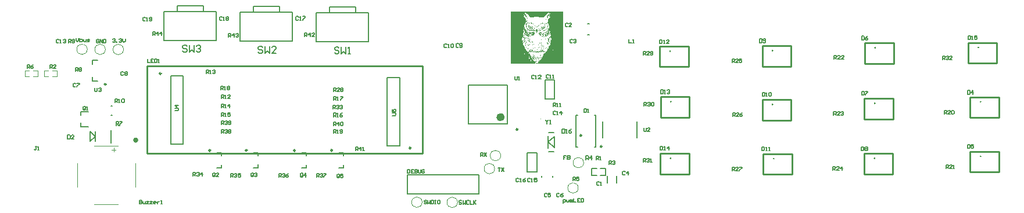
<source format=gto>
G04*
G04 #@! TF.GenerationSoftware,Altium Limited,CircuitMaker,2.3.0 (2.3.0.3)*
G04*
G04 Layer_Color=15132400*
%FSLAX25Y25*%
%MOIN*%
G70*
G04*
G04 #@! TF.SameCoordinates,A411110B-4034-493E-BA00-A29DE1013898*
G04*
G04*
G04 #@! TF.FilePolarity,Positive*
G04*
G01*
G75*
%ADD10C,0.00984*%
%ADD11C,0.00394*%
%ADD12C,0.02362*%
%ADD13C,0.01000*%
%ADD14C,0.00500*%
%ADD15C,0.00787*%
%ADD16C,0.00591*%
%ADD17C,0.00800*%
G36*
X320915Y86240D02*
X290876Y86240D01*
X290876Y116279D01*
X320915Y116279D01*
X320915Y86240D01*
X320915Y86240D02*
G37*
%LPC*%
G36*
X298902Y115716D02*
X298808Y115716D01*
X298808Y115669D01*
X298714Y115669D01*
X298714Y115622D01*
X298761Y115622D01*
X298761Y115576D01*
X298808Y115576D01*
X298808Y115435D01*
X298855Y115435D01*
X298855Y115388D01*
X298902Y115388D01*
X298902Y115247D01*
X298714Y115247D01*
X298714Y115294D01*
X298386Y115294D01*
X298386Y115200D01*
X298433Y115200D01*
X298433Y115153D01*
X298574Y115153D01*
X298574Y115106D01*
X298714Y115106D01*
X298714Y115059D01*
X298808Y115059D01*
X298808Y115012D01*
X298902Y115012D01*
X298902Y114965D01*
X298949Y114965D01*
X298949Y114918D01*
X299043Y114918D01*
X299043Y114871D01*
X299090Y114871D01*
X299090Y114824D01*
X299137Y114824D01*
X299137Y114778D01*
X299231Y114778D01*
X299231Y114731D01*
X299325Y114731D01*
X299325Y114637D01*
X299418Y114637D01*
X299418Y114590D01*
X299465Y114590D01*
X299465Y114496D01*
X299559Y114496D01*
X299559Y114449D01*
X299606Y114449D01*
X299606Y114355D01*
X299653Y114355D01*
X299653Y114308D01*
X299747Y114308D01*
X299747Y114214D01*
X299794Y114214D01*
X299794Y114167D01*
X299841Y114167D01*
X299841Y114120D01*
X299888Y114120D01*
X299888Y114074D01*
X299935Y114074D01*
X299935Y113980D01*
X299794Y113980D01*
X299794Y114027D01*
X299747Y114027D01*
X299747Y114074D01*
X299700Y114074D01*
X299700Y114120D01*
X299559Y114120D01*
X299559Y114167D01*
X299512Y114167D01*
X299512Y114120D01*
X299465Y114120D01*
X299465Y114074D01*
X299418Y114074D01*
X299418Y113980D01*
X299465Y113980D01*
X299465Y113933D01*
X299559Y113933D01*
X299559Y113886D01*
X299606Y113886D01*
X299606Y113839D01*
X299653Y113839D01*
X299653Y113792D01*
X299700Y113792D01*
X299700Y113745D01*
X299747Y113745D01*
X299747Y113698D01*
X299794Y113698D01*
X299794Y113604D01*
X299888Y113604D01*
X299888Y113557D01*
X299935Y113557D01*
X299935Y113510D01*
X300029Y113510D01*
X300029Y113370D01*
X299888Y113370D01*
X299888Y113416D01*
X299794Y113416D01*
X299794Y113370D01*
X299747Y113370D01*
X299747Y113322D01*
X299700Y113322D01*
X299700Y113276D01*
X299747Y113276D01*
X299747Y113229D01*
X299794Y113229D01*
X299794Y113182D01*
X299841Y113182D01*
X299841Y113135D01*
X299888Y113135D01*
X299888Y113088D01*
X299935Y113088D01*
X299935Y113041D01*
X299982Y113041D01*
X299982Y112994D01*
X300029Y112994D01*
X300029Y112947D01*
X300076Y112947D01*
X300076Y112900D01*
X300029Y112900D01*
X300029Y112853D01*
X299982Y112853D01*
X299982Y112712D01*
X299935Y112712D01*
X299935Y112806D01*
X299841Y112806D01*
X299841Y112853D01*
X299794Y112853D01*
X299794Y112994D01*
X299747Y112994D01*
X299747Y113135D01*
X299653Y113135D01*
X299653Y113182D01*
X299606Y113182D01*
X299606Y113229D01*
X299512Y113229D01*
X299512Y113182D01*
X299465Y113182D01*
X299465Y113135D01*
X299418Y113135D01*
X299418Y113088D01*
X299372Y113088D01*
X299372Y113135D01*
X299325Y113135D01*
X299325Y113182D01*
X299278Y113182D01*
X299278Y113229D01*
X299231Y113229D01*
X299231Y113416D01*
X299278Y113416D01*
X299278Y113463D01*
X299325Y113463D01*
X299325Y113510D01*
X299278Y113510D01*
X299278Y113604D01*
X299231Y113604D01*
X299231Y113698D01*
X299184Y113698D01*
X299184Y113745D01*
X299137Y113745D01*
X299137Y113792D01*
X299090Y113792D01*
X299090Y113839D01*
X298996Y113839D01*
X298996Y113886D01*
X298949Y113886D01*
X298949Y113980D01*
X298855Y113980D01*
X298855Y114120D01*
X298808Y114120D01*
X298808Y114167D01*
X298761Y114167D01*
X298761Y114214D01*
X298668Y114214D01*
X298668Y114355D01*
X298621Y114355D01*
X298621Y114402D01*
X298574Y114402D01*
X298574Y114496D01*
X298527Y114496D01*
X298527Y114965D01*
X298480Y114965D01*
X298480Y115012D01*
X298433Y115012D01*
X298433Y114637D01*
X298386Y114637D01*
X298386Y114543D01*
X298339Y114543D01*
X298339Y114496D01*
X298292Y114496D01*
X298292Y114214D01*
X298386Y114214D01*
X298386Y114261D01*
X298433Y114261D01*
X298433Y114308D01*
X298480Y114308D01*
X298480Y114261D01*
X298527Y114261D01*
X298527Y114167D01*
X298574Y114167D01*
X298574Y114120D01*
X298621Y114120D01*
X298621Y113980D01*
X298668Y113980D01*
X298668Y113839D01*
X298714Y113839D01*
X298714Y113792D01*
X298761Y113792D01*
X298761Y113604D01*
X298668Y113604D01*
X298668Y113557D01*
X298480Y113557D01*
X298480Y113510D01*
X298104Y113510D01*
X298104Y113276D01*
X298198Y113276D01*
X298198Y113229D01*
X298245Y113229D01*
X298245Y113182D01*
X298292Y113182D01*
X298292Y113135D01*
X298339Y113135D01*
X298339Y113088D01*
X298386Y113088D01*
X298386Y113041D01*
X298433Y113041D01*
X298433Y112994D01*
X298480Y112994D01*
X298480Y112947D01*
X298527Y112947D01*
X298527Y112900D01*
X298574Y112900D01*
X298574Y112853D01*
X298668Y112853D01*
X298668Y112806D01*
X298761Y112806D01*
X298761Y112712D01*
X298808Y112712D01*
X298808Y112619D01*
X298902Y112619D01*
X298902Y112572D01*
X298949Y112572D01*
X298949Y112478D01*
X298996Y112478D01*
X298996Y112431D01*
X299043Y112431D01*
X299043Y112337D01*
X299090Y112337D01*
X299090Y112196D01*
X299137Y112196D01*
X299137Y112149D01*
X299184Y112149D01*
X299184Y112055D01*
X299231Y112055D01*
X299231Y111914D01*
X299278Y111914D01*
X299278Y111821D01*
X299325Y111821D01*
X299325Y111680D01*
X299372Y111680D01*
X299372Y110647D01*
X299325Y110647D01*
X299325Y110506D01*
X299278Y110506D01*
X299278Y110459D01*
X299325Y110459D01*
X299325Y110413D01*
X299418Y110413D01*
X299418Y110459D01*
X299465Y110459D01*
X299465Y110506D01*
X299512Y110506D01*
X299512Y110553D01*
X299606Y110553D01*
X299606Y110600D01*
X299653Y110600D01*
X299653Y110694D01*
X299700Y110694D01*
X299700Y110741D01*
X299747Y110741D01*
X299747Y110788D01*
X299794Y110788D01*
X299794Y110835D01*
X299935Y110835D01*
X299935Y110788D01*
X300076Y110788D01*
X300076Y110694D01*
X299747Y110694D01*
X299747Y110600D01*
X299700Y110600D01*
X299700Y110553D01*
X299653Y110553D01*
X299653Y110413D01*
X299606Y110413D01*
X299606Y110272D01*
X299512Y110272D01*
X299512Y110225D01*
X299465Y110225D01*
X299465Y110178D01*
X299418Y110178D01*
X299418Y110131D01*
X299372Y110131D01*
X299372Y109943D01*
X299325Y109943D01*
X299325Y109849D01*
X299231Y109849D01*
X299231Y109755D01*
X299278Y109755D01*
X299278Y109708D01*
X299325Y109708D01*
X299325Y109661D01*
X299372Y109661D01*
X299372Y109568D01*
X299418Y109568D01*
X299418Y109521D01*
X299325Y109521D01*
X299325Y109568D01*
X299090Y109568D01*
X299090Y109427D01*
X299043Y109427D01*
X299043Y109333D01*
X299090Y109333D01*
X299090Y109192D01*
X298949Y109192D01*
X298949Y109239D01*
X298855Y109239D01*
X298855Y109145D01*
X298902Y109145D01*
X298902Y109051D01*
X298949Y109051D01*
X298949Y108911D01*
X298855Y108911D01*
X298855Y108864D01*
X298808Y108864D01*
X298808Y108770D01*
X298761Y108770D01*
X298761Y108723D01*
X298714Y108723D01*
X298714Y108629D01*
X298761Y108629D01*
X298761Y108488D01*
X298668Y108488D01*
X298668Y108441D01*
X298574Y108441D01*
X298574Y108394D01*
X298668Y108394D01*
X298668Y108347D01*
X298902Y108347D01*
X298902Y108300D01*
X298949Y108300D01*
X298949Y108253D01*
X298855Y108253D01*
X298855Y108206D01*
X298574Y108206D01*
X298574Y108019D01*
X298621Y108019D01*
X298621Y107878D01*
X298574Y107878D01*
X298574Y107831D01*
X298621Y107831D01*
X298621Y107690D01*
X298668Y107690D01*
X298668Y107549D01*
X298574Y107549D01*
X298574Y107502D01*
X298527Y107502D01*
X298527Y107408D01*
X298574Y107408D01*
X298574Y107362D01*
X298621Y107362D01*
X298621Y107315D01*
X298668Y107315D01*
X298668Y107268D01*
X298714Y107268D01*
X298714Y107221D01*
X298761Y107221D01*
X298761Y107174D01*
X298714Y107174D01*
X298714Y107127D01*
X298668Y107127D01*
X298668Y106939D01*
X298714Y106939D01*
X298714Y106892D01*
X298761Y106892D01*
X298761Y106845D01*
X298902Y106845D01*
X298902Y106704D01*
X298808Y106704D01*
X298808Y106611D01*
X298761Y106611D01*
X298761Y106517D01*
X298808Y106517D01*
X298808Y106470D01*
X298855Y106470D01*
X298855Y106423D01*
X298996Y106423D01*
X298996Y106376D01*
X299043Y106376D01*
X299043Y106329D01*
X298996Y106329D01*
X298996Y106282D01*
X298949Y106282D01*
X298949Y106188D01*
X298996Y106188D01*
X298996Y106141D01*
X299043Y106141D01*
X299043Y106094D01*
X299090Y106094D01*
X299090Y106047D01*
X299137Y106047D01*
X299137Y106000D01*
X299184Y106000D01*
X299184Y105954D01*
X299137Y105954D01*
X299137Y105860D01*
X299090Y105860D01*
X299090Y105766D01*
X299231Y105766D01*
X299231Y105672D01*
X299372Y105672D01*
X299372Y105719D01*
X299278Y105719D01*
X299278Y105766D01*
X299231Y105766D01*
X299231Y105860D01*
X299372Y105860D01*
X299372Y105766D01*
X299418Y105766D01*
X299418Y105672D01*
X299465Y105672D01*
X299465Y105484D01*
X299418Y105484D01*
X299418Y105437D01*
X299372Y105437D01*
X299372Y105390D01*
X299465Y105390D01*
X299465Y105437D01*
X299512Y105437D01*
X299512Y105484D01*
X299606Y105484D01*
X299606Y105343D01*
X299512Y105343D01*
X299512Y105250D01*
X299747Y105250D01*
X299747Y105062D01*
X299794Y105062D01*
X299794Y104921D01*
X299841Y104921D01*
X299841Y104874D01*
X299888Y104874D01*
X299888Y104827D01*
X300029Y104827D01*
X300029Y104874D01*
X300076Y104874D01*
X300076Y104921D01*
X300122Y104921D01*
X300122Y104874D01*
X300169Y104874D01*
X300169Y104639D01*
X300216Y104639D01*
X300216Y104545D01*
X300263Y104545D01*
X300263Y104592D01*
X300310Y104592D01*
X300310Y104639D01*
X300357Y104639D01*
X300357Y104733D01*
X300404Y104733D01*
X300404Y104686D01*
X300451Y104686D01*
X300451Y104639D01*
X300545Y104639D01*
X300545Y104452D01*
X300592Y104452D01*
X300592Y104358D01*
X300827Y104358D01*
X300827Y104405D01*
X301014Y104405D01*
X301014Y104452D01*
X301061Y104452D01*
X301061Y104499D01*
X301108Y104499D01*
X301108Y104405D01*
X301155Y104405D01*
X301155Y104358D01*
X301202Y104358D01*
X301202Y104217D01*
X301249Y104217D01*
X301249Y104170D01*
X301296Y104170D01*
X301296Y104123D01*
X301343Y104123D01*
X301343Y104170D01*
X301390Y104170D01*
X301390Y104311D01*
X301437Y104311D01*
X301437Y104358D01*
X301484Y104358D01*
X301484Y104264D01*
X301531Y104264D01*
X301531Y104170D01*
X301577Y104170D01*
X301577Y104123D01*
X301671Y104123D01*
X301671Y104170D01*
X301718Y104170D01*
X301718Y104545D01*
X301765Y104545D01*
X301765Y104358D01*
X301812Y104358D01*
X301812Y104264D01*
X301953Y104264D01*
X301953Y104217D01*
X302047Y104217D01*
X302047Y104123D01*
X302141Y104123D01*
X302141Y104076D01*
X302282Y104076D01*
X302282Y104123D01*
X302328Y104123D01*
X302328Y104217D01*
X302375Y104217D01*
X302375Y104264D01*
X302469Y104264D01*
X302469Y104217D01*
X302516Y104217D01*
X302516Y104123D01*
X302610Y104123D01*
X302610Y104170D01*
X302657Y104170D01*
X302657Y104264D01*
X302704Y104264D01*
X302704Y104311D01*
X302751Y104311D01*
X302751Y104264D01*
X302892Y104264D01*
X302892Y104311D01*
X303032Y104311D01*
X303032Y104264D01*
X303173Y104264D01*
X303173Y104358D01*
X303267Y104358D01*
X303267Y104499D01*
X303314Y104499D01*
X303314Y104545D01*
X303455Y104545D01*
X303455Y104452D01*
X303502Y104452D01*
X303502Y104405D01*
X303549Y104405D01*
X303549Y104452D01*
X303596Y104452D01*
X303596Y104499D01*
X303643Y104499D01*
X303643Y104545D01*
X303690Y104545D01*
X303690Y104592D01*
X303737Y104592D01*
X303737Y104639D01*
X303783Y104639D01*
X303783Y104686D01*
X303831Y104686D01*
X303831Y104592D01*
X303877Y104592D01*
X303877Y104405D01*
X303831Y104405D01*
X303831Y104358D01*
X303783Y104358D01*
X303783Y104311D01*
X303737Y104311D01*
X303737Y104170D01*
X303831Y104170D01*
X303831Y104311D01*
X303924Y104311D01*
X303924Y104358D01*
X303971Y104358D01*
X303971Y104405D01*
X304112Y104405D01*
X304112Y104545D01*
X304159Y104545D01*
X304159Y104592D01*
X304253Y104592D01*
X304253Y104405D01*
X304300Y104405D01*
X304300Y104358D01*
X304394Y104358D01*
X304394Y104686D01*
X304441Y104686D01*
X304441Y105062D01*
X304394Y105062D01*
X304394Y105250D01*
X304300Y105250D01*
X304300Y105202D01*
X304253Y105202D01*
X304253Y105109D01*
X304159Y105109D01*
X304159Y105202D01*
X304112Y105202D01*
X304112Y105250D01*
X304065Y105250D01*
X304065Y105296D01*
X304018Y105296D01*
X304018Y105343D01*
X303971Y105343D01*
X303971Y105390D01*
X303924Y105390D01*
X303924Y105437D01*
X303877Y105437D01*
X303877Y105484D01*
X303831Y105484D01*
X303831Y105531D01*
X303737Y105531D01*
X303737Y105484D01*
X303690Y105484D01*
X303690Y105437D01*
X303643Y105437D01*
X303643Y105343D01*
X303690Y105343D01*
X303690Y105250D01*
X303643Y105250D01*
X303643Y105296D01*
X303596Y105296D01*
X303596Y105390D01*
X303408Y105390D01*
X303408Y105343D01*
X303267Y105343D01*
X303267Y105296D01*
X303173Y105296D01*
X303173Y105343D01*
X303080Y105343D01*
X303080Y105296D01*
X303032Y105296D01*
X303032Y105250D01*
X302986Y105250D01*
X302986Y105202D01*
X302892Y105202D01*
X302892Y105250D01*
X302704Y105250D01*
X302704Y105296D01*
X302657Y105296D01*
X302657Y105250D01*
X302610Y105250D01*
X302610Y105202D01*
X302469Y105202D01*
X302469Y105250D01*
X302282Y105250D01*
X302282Y105202D01*
X302235Y105202D01*
X302235Y105156D01*
X302188Y105156D01*
X302188Y104921D01*
X302141Y104921D01*
X302141Y105015D01*
X302094Y105015D01*
X302094Y105202D01*
X302047Y105202D01*
X302047Y105250D01*
X301765Y105250D01*
X301765Y105296D01*
X301671Y105296D01*
X301671Y105343D01*
X301577Y105343D01*
X301577Y105296D01*
X301437Y105296D01*
X301437Y105343D01*
X301390Y105343D01*
X301390Y105390D01*
X301155Y105390D01*
X301155Y105437D01*
X301108Y105437D01*
X301108Y105484D01*
X301061Y105484D01*
X301061Y105531D01*
X301014Y105531D01*
X301014Y105578D01*
X300920Y105578D01*
X300920Y105625D01*
X300827Y105625D01*
X300827Y105672D01*
X300780Y105672D01*
X300780Y105719D01*
X300686Y105719D01*
X300686Y105766D01*
X300498Y105766D01*
X300498Y105813D01*
X300451Y105813D01*
X300451Y105954D01*
X300404Y105954D01*
X300404Y106047D01*
X300216Y106047D01*
X300216Y106094D01*
X300169Y106094D01*
X300169Y106282D01*
X300076Y106282D01*
X300076Y106329D01*
X300029Y106329D01*
X300029Y106282D01*
X299982Y106282D01*
X299982Y106235D01*
X299935Y106235D01*
X299935Y106188D01*
X299794Y106188D01*
X299794Y106282D01*
X299935Y106282D01*
X299935Y106329D01*
X299982Y106329D01*
X299982Y106470D01*
X299935Y106470D01*
X299935Y106564D01*
X299888Y106564D01*
X299888Y106611D01*
X299841Y106611D01*
X299841Y106658D01*
X299794Y106658D01*
X299794Y106798D01*
X299747Y106798D01*
X299747Y106845D01*
X299700Y106845D01*
X299700Y106892D01*
X299653Y106892D01*
X299653Y107127D01*
X299559Y107127D01*
X299559Y107174D01*
X299512Y107174D01*
X299512Y107408D01*
X299465Y107408D01*
X299465Y107784D01*
X299372Y107784D01*
X299372Y107831D01*
X298761Y107831D01*
X298761Y107925D01*
X299372Y107925D01*
X299372Y107972D01*
X299418Y107972D01*
X299418Y108019D01*
X299465Y108019D01*
X299465Y108066D01*
X299418Y108066D01*
X299418Y108113D01*
X299372Y108113D01*
X299372Y108206D01*
X299418Y108206D01*
X299418Y108441D01*
X299372Y108441D01*
X299372Y108488D01*
X299278Y108488D01*
X299278Y108535D01*
X299231Y108535D01*
X299231Y108676D01*
X299325Y108676D01*
X299325Y108629D01*
X299418Y108629D01*
X299418Y108676D01*
X299465Y108676D01*
X299465Y108723D01*
X299512Y108723D01*
X299512Y108911D01*
X299465Y108911D01*
X299465Y108957D01*
X299418Y108957D01*
X299418Y109004D01*
X299372Y109004D01*
X299372Y109051D01*
X299137Y109051D01*
X299137Y109098D01*
X299090Y109098D01*
X299090Y109145D01*
X299137Y109145D01*
X299137Y109192D01*
X299231Y109192D01*
X299231Y109145D01*
X299418Y109145D01*
X299418Y109098D01*
X299465Y109098D01*
X299465Y109051D01*
X299606Y109051D01*
X299606Y109098D01*
X299653Y109098D01*
X299653Y109145D01*
X299700Y109145D01*
X299700Y109192D01*
X299747Y109192D01*
X299747Y109286D01*
X299700Y109286D01*
X299700Y109333D01*
X299653Y109333D01*
X299653Y109427D01*
X299794Y109427D01*
X299794Y109474D01*
X299888Y109474D01*
X299888Y109755D01*
X300029Y109755D01*
X300029Y109802D01*
X300076Y109802D01*
X300076Y109849D01*
X300122Y109849D01*
X300122Y109896D01*
X300169Y109896D01*
X300169Y110131D01*
X300263Y110131D01*
X300263Y110037D01*
X300357Y110037D01*
X300357Y109990D01*
X300404Y109990D01*
X300404Y109943D01*
X300451Y109943D01*
X300451Y109896D01*
X300498Y109896D01*
X300498Y109849D01*
X300639Y109849D01*
X300639Y109802D01*
X300733Y109802D01*
X300733Y109755D01*
X300780Y109755D01*
X300780Y109708D01*
X300873Y109708D01*
X300873Y109661D01*
X300967Y109661D01*
X300967Y109615D01*
X300920Y109615D01*
X300920Y109568D01*
X300827Y109568D01*
X300827Y109521D01*
X300733Y109521D01*
X300733Y109568D01*
X300545Y109568D01*
X300545Y109521D01*
X300357Y109521D01*
X300357Y109474D01*
X300404Y109474D01*
X300404Y109427D01*
X300451Y109427D01*
X300451Y109380D01*
X300357Y109380D01*
X300357Y109427D01*
X300310Y109427D01*
X300310Y109474D01*
X300263Y109474D01*
X300263Y109427D01*
X300169Y109427D01*
X300169Y109333D01*
X300122Y109333D01*
X300122Y109286D01*
X300076Y109286D01*
X300076Y109192D01*
X300029Y109192D01*
X300029Y109098D01*
X299982Y109098D01*
X299982Y109051D01*
X299935Y109051D01*
X299935Y108911D01*
X299888Y108911D01*
X299888Y108723D01*
X299841Y108723D01*
X299841Y108488D01*
X299794Y108488D01*
X299794Y108394D01*
X299747Y108394D01*
X299747Y108206D01*
X299794Y108206D01*
X299794Y107408D01*
X299888Y107408D01*
X299888Y107690D01*
X299935Y107690D01*
X299935Y107737D01*
X299982Y107737D01*
X299982Y107643D01*
X300029Y107643D01*
X300029Y107362D01*
X299888Y107362D01*
X299888Y107127D01*
X299935Y107127D01*
X299935Y107080D01*
X299982Y107080D01*
X299982Y107033D01*
X300076Y107033D01*
X300076Y106751D01*
X300122Y106751D01*
X300122Y106611D01*
X300263Y106611D01*
X300263Y106658D01*
X300310Y106658D01*
X300310Y106704D01*
X300451Y106704D01*
X300451Y106611D01*
X300404Y106611D01*
X300404Y106564D01*
X300357Y106564D01*
X300357Y106517D01*
X300310Y106517D01*
X300310Y106470D01*
X300357Y106470D01*
X300357Y106423D01*
X300404Y106423D01*
X300404Y106376D01*
X300451Y106376D01*
X300451Y106282D01*
X300498Y106282D01*
X300498Y106235D01*
X300686Y106235D01*
X300686Y106282D01*
X300639Y106282D01*
X300639Y106329D01*
X300592Y106329D01*
X300592Y106376D01*
X300686Y106376D01*
X300686Y106329D01*
X300827Y106329D01*
X300827Y106094D01*
X300873Y106094D01*
X300873Y106000D01*
X300920Y106000D01*
X300920Y105954D01*
X301061Y105954D01*
X301061Y106000D01*
X301249Y106000D01*
X301249Y105954D01*
X301343Y105954D01*
X301343Y105907D01*
X301390Y105907D01*
X301390Y105860D01*
X301437Y105860D01*
X301437Y105766D01*
X301343Y105766D01*
X301343Y105719D01*
X301296Y105719D01*
X301296Y105672D01*
X301437Y105672D01*
X301437Y105719D01*
X301484Y105719D01*
X301484Y105672D01*
X301531Y105672D01*
X301531Y105625D01*
X301624Y105625D01*
X301624Y105578D01*
X301671Y105578D01*
X301671Y105531D01*
X301859Y105531D01*
X301859Y105484D01*
X302141Y105484D01*
X302141Y105531D01*
X302188Y105531D01*
X302188Y105484D01*
X302939Y105484D01*
X302939Y105531D01*
X303032Y105531D01*
X303032Y105625D01*
X302986Y105625D01*
X302986Y105672D01*
X302939Y105672D01*
X302939Y105625D01*
X302751Y105625D01*
X302751Y105766D01*
X302798Y105766D01*
X302798Y105813D01*
X302939Y105813D01*
X302939Y105766D01*
X302986Y105766D01*
X302986Y105719D01*
X303080Y105719D01*
X303080Y105672D01*
X303502Y105672D01*
X303502Y105766D01*
X303220Y105766D01*
X303220Y105860D01*
X303267Y105860D01*
X303267Y105907D01*
X303314Y105907D01*
X303314Y106047D01*
X303408Y106047D01*
X303408Y106000D01*
X303455Y106000D01*
X303455Y105860D01*
X303502Y105860D01*
X303502Y105813D01*
X303549Y105813D01*
X303549Y105766D01*
X303737Y105766D01*
X303737Y105813D01*
X303831Y105813D01*
X303831Y105907D01*
X303783Y105907D01*
X303783Y105954D01*
X303737Y105954D01*
X303737Y106047D01*
X303783Y106047D01*
X303783Y106094D01*
X303737Y106094D01*
X303737Y106141D01*
X303783Y106141D01*
X303783Y106188D01*
X303737Y106188D01*
X303737Y106235D01*
X303783Y106235D01*
X303783Y106282D01*
X303831Y106282D01*
X303831Y105907D01*
X303971Y105907D01*
X303971Y105813D01*
X304018Y105813D01*
X304018Y105766D01*
X304112Y105766D01*
X304112Y105625D01*
X304065Y105625D01*
X304065Y105531D01*
X304112Y105531D01*
X304112Y105484D01*
X304300Y105484D01*
X304300Y105531D01*
X304347Y105531D01*
X304347Y105484D01*
X304394Y105484D01*
X304394Y105437D01*
X304441Y105437D01*
X304441Y105343D01*
X304488Y105343D01*
X304488Y105437D01*
X304535Y105437D01*
X304535Y105578D01*
X304675Y105578D01*
X304675Y105437D01*
X304769Y105437D01*
X304769Y105296D01*
X304816Y105296D01*
X304816Y105156D01*
X304769Y105156D01*
X304769Y105062D01*
X304535Y105062D01*
X304535Y104780D01*
X304581Y104780D01*
X304581Y104733D01*
X304628Y104733D01*
X304628Y104311D01*
X304581Y104311D01*
X304581Y104123D01*
X304535Y104123D01*
X304535Y103654D01*
X304488Y103654D01*
X304488Y103466D01*
X304441Y103466D01*
X304441Y103419D01*
X304394Y103419D01*
X304394Y103184D01*
X304347Y103184D01*
X304347Y103137D01*
X304300Y103137D01*
X304300Y103090D01*
X304253Y103090D01*
X304253Y102997D01*
X304206Y102997D01*
X304206Y102903D01*
X304112Y102903D01*
X304112Y102809D01*
X304018Y102809D01*
X304018Y102762D01*
X303971Y102762D01*
X303971Y102715D01*
X303924Y102715D01*
X303924Y102668D01*
X303737Y102668D01*
X303737Y102762D01*
X303690Y102762D01*
X303690Y102715D01*
X303502Y102715D01*
X303502Y102668D01*
X303455Y102668D01*
X303455Y102621D01*
X303549Y102621D01*
X303549Y102527D01*
X303502Y102527D01*
X303502Y102574D01*
X303314Y102574D01*
X303314Y102527D01*
X303126Y102527D01*
X303126Y102574D01*
X303080Y102574D01*
X303080Y102527D01*
X302986Y102527D01*
X302986Y102574D01*
X302798Y102574D01*
X302798Y102621D01*
X302563Y102621D01*
X302563Y102668D01*
X302516Y102668D01*
X302516Y102715D01*
X302563Y102715D01*
X302563Y102762D01*
X302892Y102762D01*
X302892Y102809D01*
X302986Y102809D01*
X302986Y102856D01*
X303032Y102856D01*
X303032Y102903D01*
X303173Y102903D01*
X303173Y102950D01*
X303314Y102950D01*
X303314Y102997D01*
X303267Y102997D01*
X303267Y103043D01*
X303220Y103043D01*
X303220Y103184D01*
X303267Y103184D01*
X303267Y103372D01*
X303314Y103372D01*
X303314Y103607D01*
X303267Y103607D01*
X303267Y103654D01*
X303173Y103654D01*
X303173Y103700D01*
X303126Y103700D01*
X303126Y103747D01*
X303080Y103747D01*
X303080Y103794D01*
X303032Y103794D01*
X303032Y103841D01*
X302939Y103841D01*
X302939Y103888D01*
X302798Y103888D01*
X302798Y103935D01*
X302751Y103935D01*
X302751Y103982D01*
X302516Y103982D01*
X302516Y103935D01*
X302469Y103935D01*
X302469Y103888D01*
X302375Y103888D01*
X302375Y103794D01*
X302328Y103794D01*
X302328Y103747D01*
X302282Y103747D01*
X302282Y103700D01*
X302235Y103700D01*
X302235Y103654D01*
X302188Y103654D01*
X302188Y103607D01*
X302141Y103607D01*
X302141Y103560D01*
X302094Y103560D01*
X302094Y103419D01*
X302047Y103419D01*
X302047Y103325D01*
X301953Y103325D01*
X301953Y103372D01*
X301859Y103372D01*
X301859Y102950D01*
X301906Y102950D01*
X301906Y102762D01*
X301859Y102762D01*
X301859Y102621D01*
X301953Y102621D01*
X301953Y102386D01*
X302000Y102386D01*
X302000Y102339D01*
X302610Y102339D01*
X302610Y102386D01*
X302657Y102386D01*
X302657Y102433D01*
X302751Y102433D01*
X302751Y102480D01*
X302845Y102480D01*
X302845Y102527D01*
X302939Y102527D01*
X302939Y102480D01*
X303032Y102480D01*
X303032Y102433D01*
X302986Y102433D01*
X302986Y102386D01*
X302845Y102386D01*
X302845Y102339D01*
X302751Y102339D01*
X302751Y102199D01*
X302798Y102199D01*
X302798Y102105D01*
X302422Y102105D01*
X302422Y102058D01*
X302375Y102058D01*
X302375Y102105D01*
X302282Y102105D01*
X302282Y102058D01*
X302141Y102058D01*
X302141Y102011D01*
X302094Y102011D01*
X302094Y101964D01*
X301953Y101964D01*
X301953Y102011D01*
X301906Y102011D01*
X301906Y102152D01*
X301859Y102152D01*
X301859Y102105D01*
X301812Y102105D01*
X301812Y102011D01*
X301765Y102011D01*
X301765Y101964D01*
X301531Y101964D01*
X301531Y101917D01*
X301437Y101917D01*
X301437Y102058D01*
X301531Y102058D01*
X301531Y102011D01*
X301624Y102011D01*
X301624Y102058D01*
X301671Y102058D01*
X301671Y102152D01*
X301718Y102152D01*
X301718Y102199D01*
X301812Y102199D01*
X301812Y102245D01*
X301859Y102245D01*
X301859Y102292D01*
X301812Y102292D01*
X301812Y102339D01*
X301671Y102339D01*
X301671Y102386D01*
X301624Y102386D01*
X301624Y102527D01*
X301531Y102527D01*
X301531Y102715D01*
X301484Y102715D01*
X301484Y102762D01*
X301437Y102762D01*
X301437Y102903D01*
X301061Y102903D01*
X301061Y102997D01*
X301014Y102997D01*
X301014Y103043D01*
X300967Y103043D01*
X300967Y103137D01*
X301014Y103137D01*
X301014Y103325D01*
X301108Y103325D01*
X301108Y103419D01*
X301249Y103419D01*
X301249Y103325D01*
X301437Y103325D01*
X301437Y103419D01*
X301343Y103419D01*
X301343Y103466D01*
X301296Y103466D01*
X301296Y103560D01*
X301249Y103560D01*
X301249Y103607D01*
X301155Y103607D01*
X301155Y103560D01*
X301014Y103560D01*
X301014Y103466D01*
X300967Y103466D01*
X300967Y103372D01*
X300920Y103372D01*
X300920Y103325D01*
X300873Y103325D01*
X300873Y103278D01*
X300827Y103278D01*
X300827Y102950D01*
X301014Y102950D01*
X301014Y102903D01*
X301061Y102903D01*
X301061Y102809D01*
X301108Y102809D01*
X301108Y102668D01*
X301155Y102668D01*
X301155Y102480D01*
X301108Y102480D01*
X301108Y102386D01*
X301249Y102386D01*
X301249Y102339D01*
X301390Y102339D01*
X301390Y102292D01*
X301437Y102292D01*
X301437Y102245D01*
X301343Y102245D01*
X301343Y102199D01*
X301296Y102199D01*
X301296Y102152D01*
X301249Y102152D01*
X301249Y101917D01*
X301296Y101917D01*
X301296Y101870D01*
X301437Y101870D01*
X301437Y101823D01*
X301484Y101823D01*
X301484Y101682D01*
X301343Y101682D01*
X301343Y101635D01*
X301014Y101635D01*
X301014Y101448D01*
X300967Y101448D01*
X300967Y101401D01*
X300920Y101401D01*
X300920Y101354D01*
X300873Y101354D01*
X300873Y101307D01*
X300827Y101307D01*
X300827Y101213D01*
X300780Y101213D01*
X300780Y101119D01*
X300733Y101119D01*
X300733Y100556D01*
X300780Y100556D01*
X300780Y100509D01*
X300827Y100509D01*
X300827Y100462D01*
X301108Y100462D01*
X301108Y100415D01*
X301155Y100415D01*
X301155Y100321D01*
X301108Y100321D01*
X301108Y100274D01*
X301014Y100274D01*
X301014Y100227D01*
X300873Y100227D01*
X300873Y100274D01*
X300827Y100274D01*
X300827Y100321D01*
X300733Y100321D01*
X300733Y100462D01*
X300592Y100462D01*
X300592Y100415D01*
X300545Y100415D01*
X300545Y99852D01*
X300592Y99852D01*
X300592Y99805D01*
X300639Y99805D01*
X300639Y99758D01*
X300686Y99758D01*
X300686Y99711D01*
X300733Y99711D01*
X300733Y99617D01*
X300827Y99617D01*
X300827Y99570D01*
X300873Y99570D01*
X300873Y99523D01*
X301014Y99523D01*
X301014Y99476D01*
X301296Y99476D01*
X301296Y99523D01*
X301577Y99523D01*
X301577Y99476D01*
X301671Y99476D01*
X301671Y99429D01*
X301718Y99429D01*
X301718Y99335D01*
X301671Y99335D01*
X301671Y99242D01*
X301624Y99242D01*
X301624Y99195D01*
X301249Y99195D01*
X301249Y99148D01*
X301155Y99148D01*
X301155Y99195D01*
X301108Y99195D01*
X301108Y99242D01*
X300967Y99242D01*
X300967Y99288D01*
X300873Y99288D01*
X300873Y99335D01*
X300827Y99335D01*
X300827Y99382D01*
X300733Y99382D01*
X300733Y99476D01*
X300686Y99476D01*
X300686Y99523D01*
X300639Y99523D01*
X300639Y99570D01*
X300592Y99570D01*
X300592Y99664D01*
X300545Y99664D01*
X300545Y99758D01*
X300498Y99758D01*
X300498Y99852D01*
X300451Y99852D01*
X300451Y100978D01*
X300498Y100978D01*
X300498Y101072D01*
X300545Y101072D01*
X300545Y101213D01*
X300592Y101213D01*
X300592Y101260D01*
X300639Y101260D01*
X300639Y101307D01*
X300686Y101307D01*
X300686Y101401D01*
X300733Y101401D01*
X300733Y101495D01*
X300780Y101495D01*
X300780Y101541D01*
X300827Y101541D01*
X300827Y101588D01*
X300873Y101588D01*
X300873Y101635D01*
X301014Y101635D01*
X301014Y101776D01*
X301108Y101776D01*
X301108Y101823D01*
X301155Y101823D01*
X301155Y101917D01*
X301108Y101917D01*
X301108Y101964D01*
X301061Y101964D01*
X301061Y102011D01*
X301014Y102011D01*
X301014Y101964D01*
X300920Y101964D01*
X300920Y101917D01*
X300873Y101917D01*
X300873Y101870D01*
X300827Y101870D01*
X300827Y101823D01*
X300780Y101823D01*
X300780Y101729D01*
X300733Y101729D01*
X300733Y101635D01*
X300686Y101635D01*
X300686Y101588D01*
X300592Y101588D01*
X300592Y101541D01*
X300545Y101541D01*
X300545Y101495D01*
X300498Y101495D01*
X300498Y101448D01*
X300451Y101448D01*
X300451Y101401D01*
X300404Y101401D01*
X300404Y101354D01*
X300357Y101354D01*
X300357Y101307D01*
X300263Y101307D01*
X300263Y101260D01*
X300216Y101260D01*
X300216Y101354D01*
X300310Y101354D01*
X300310Y101448D01*
X300357Y101448D01*
X300357Y101495D01*
X300451Y101495D01*
X300451Y101635D01*
X300545Y101635D01*
X300545Y101729D01*
X300592Y101729D01*
X300592Y101823D01*
X300733Y101823D01*
X300733Y101917D01*
X300639Y101917D01*
X300639Y101964D01*
X300545Y101964D01*
X300545Y102058D01*
X300498Y102058D01*
X300498Y102105D01*
X300404Y102105D01*
X300404Y102152D01*
X300357Y102152D01*
X300357Y102199D01*
X299982Y102199D01*
X299982Y102245D01*
X299888Y102245D01*
X299888Y102480D01*
X299512Y102480D01*
X299512Y102527D01*
X299418Y102527D01*
X299418Y102621D01*
X299325Y102621D01*
X299325Y102715D01*
X299278Y102715D01*
X299278Y102762D01*
X299184Y102762D01*
X299184Y102856D01*
X299043Y102856D01*
X299043Y102903D01*
X298902Y102903D01*
X298902Y102997D01*
X298808Y102997D01*
X298808Y103043D01*
X298714Y103043D01*
X298714Y103184D01*
X298761Y103184D01*
X298761Y103325D01*
X298714Y103325D01*
X298714Y103372D01*
X298668Y103372D01*
X298668Y103419D01*
X298527Y103419D01*
X298527Y103607D01*
X298574Y103607D01*
X298574Y103794D01*
X298527Y103794D01*
X298527Y103841D01*
X298480Y103841D01*
X298480Y103888D01*
X298386Y103888D01*
X298386Y104029D01*
X298433Y104029D01*
X298433Y104076D01*
X298386Y104076D01*
X298386Y104123D01*
X298151Y104123D01*
X298151Y104076D01*
X298104Y104076D01*
X298104Y104029D01*
X298057Y104029D01*
X298057Y103982D01*
X297917Y103982D01*
X297917Y103935D01*
X297869Y103935D01*
X297869Y103841D01*
X297823Y103841D01*
X297823Y103747D01*
X297869Y103747D01*
X297869Y103700D01*
X298057Y103700D01*
X298057Y103607D01*
X297917Y103607D01*
X297917Y103560D01*
X297869Y103560D01*
X297869Y103513D01*
X297823Y103513D01*
X297823Y103419D01*
X297776Y103419D01*
X297776Y103325D01*
X297729Y103325D01*
X297729Y102856D01*
X297682Y102856D01*
X297682Y102668D01*
X297729Y102668D01*
X297729Y102574D01*
X297776Y102574D01*
X297776Y102480D01*
X297963Y102480D01*
X297963Y102527D01*
X298010Y102527D01*
X298010Y102574D01*
X298151Y102574D01*
X298151Y102527D01*
X298104Y102527D01*
X298104Y102480D01*
X298010Y102480D01*
X298010Y102386D01*
X297917Y102386D01*
X297917Y102339D01*
X297869Y102339D01*
X297869Y102386D01*
X297776Y102386D01*
X297776Y102339D01*
X297729Y102339D01*
X297729Y102058D01*
X297682Y102058D01*
X297682Y102011D01*
X297635Y102011D01*
X297635Y101964D01*
X297682Y101964D01*
X297682Y101823D01*
X297729Y101823D01*
X297729Y101729D01*
X297823Y101729D01*
X297823Y101776D01*
X297869Y101776D01*
X297869Y101823D01*
X297963Y101823D01*
X297963Y101870D01*
X298010Y101870D01*
X298010Y101917D01*
X298104Y101917D01*
X298104Y101823D01*
X298151Y101823D01*
X298151Y101776D01*
X298245Y101776D01*
X298245Y101541D01*
X298292Y101541D01*
X298292Y101448D01*
X298386Y101448D01*
X298386Y101401D01*
X298433Y101401D01*
X298433Y101448D01*
X298527Y101448D01*
X298527Y101541D01*
X298668Y101541D01*
X298668Y101354D01*
X298621Y101354D01*
X298621Y101072D01*
X298761Y101072D01*
X298761Y101025D01*
X298808Y101025D01*
X298808Y100978D01*
X298902Y100978D01*
X298902Y100884D01*
X298855Y100884D01*
X298855Y100837D01*
X298808Y100837D01*
X298808Y100603D01*
X298949Y100603D01*
X298949Y100791D01*
X298996Y100791D01*
X298996Y100837D01*
X299043Y100837D01*
X299043Y101025D01*
X299090Y101025D01*
X299090Y101119D01*
X299137Y101119D01*
X299137Y101166D01*
X299184Y101166D01*
X299184Y101213D01*
X299231Y101213D01*
X299231Y101260D01*
X299278Y101260D01*
X299278Y101307D01*
X299372Y101307D01*
X299372Y101260D01*
X299418Y101260D01*
X299418Y101213D01*
X299794Y101213D01*
X299794Y101260D01*
X299841Y101260D01*
X299841Y101213D01*
X299888Y101213D01*
X299888Y101166D01*
X299841Y101166D01*
X299841Y101072D01*
X299794Y101072D01*
X299794Y101025D01*
X299747Y101025D01*
X299747Y100978D01*
X299606Y100978D01*
X299606Y100931D01*
X299512Y100931D01*
X299512Y100978D01*
X299325Y100978D01*
X299325Y100931D01*
X299278Y100931D01*
X299278Y100884D01*
X299231Y100884D01*
X299231Y100837D01*
X299184Y100837D01*
X299184Y100743D01*
X299137Y100743D01*
X299137Y100697D01*
X299090Y100697D01*
X299090Y100650D01*
X299043Y100650D01*
X299043Y100556D01*
X298949Y100556D01*
X298949Y100415D01*
X298902Y100415D01*
X298902Y100321D01*
X298855Y100321D01*
X298855Y100274D01*
X298808Y100274D01*
X298808Y100227D01*
X298902Y100227D01*
X298902Y100180D01*
X298949Y100180D01*
X298949Y100040D01*
X298996Y100040D01*
X298996Y99993D01*
X299043Y99993D01*
X299043Y99899D01*
X299231Y99899D01*
X299231Y100040D01*
X299325Y100040D01*
X299325Y99899D01*
X299278Y99899D01*
X299278Y99852D01*
X299231Y99852D01*
X299231Y99664D01*
X299184Y99664D01*
X299184Y99288D01*
X299137Y99288D01*
X299137Y99242D01*
X299090Y99242D01*
X299090Y99288D01*
X299043Y99288D01*
X299043Y99335D01*
X298996Y99335D01*
X298996Y99429D01*
X298949Y99429D01*
X298949Y99476D01*
X298902Y99476D01*
X298902Y99523D01*
X298855Y99523D01*
X298855Y99476D01*
X298808Y99476D01*
X298808Y99335D01*
X298855Y99335D01*
X298855Y99288D01*
X298949Y99288D01*
X298949Y99242D01*
X299043Y99242D01*
X299043Y99007D01*
X299137Y99007D01*
X299137Y98678D01*
X298996Y98678D01*
X298996Y98772D01*
X299043Y98772D01*
X299043Y98866D01*
X299090Y98866D01*
X299090Y98913D01*
X299043Y98913D01*
X299043Y98960D01*
X298996Y98960D01*
X298996Y99054D01*
X298949Y99054D01*
X298949Y99101D01*
X298902Y99101D01*
X298902Y99148D01*
X298855Y99148D01*
X298855Y99195D01*
X298808Y99195D01*
X298808Y99242D01*
X298761Y99242D01*
X298761Y99288D01*
X298714Y99288D01*
X298714Y99195D01*
X298668Y99195D01*
X298668Y99054D01*
X298621Y99054D01*
X298621Y99007D01*
X298574Y99007D01*
X298574Y98913D01*
X298527Y98913D01*
X298527Y98772D01*
X298480Y98772D01*
X298480Y98725D01*
X298433Y98725D01*
X298433Y98585D01*
X298386Y98585D01*
X298386Y98444D01*
X298339Y98444D01*
X298339Y98397D01*
X298386Y98397D01*
X298386Y98303D01*
X298339Y98303D01*
X298339Y98209D01*
X298292Y98209D01*
X298292Y98303D01*
X298245Y98303D01*
X298245Y98913D01*
X298292Y98913D01*
X298292Y99054D01*
X298339Y99054D01*
X298339Y99148D01*
X298386Y99148D01*
X298386Y99288D01*
X298433Y99288D01*
X298433Y99382D01*
X298480Y99382D01*
X298480Y99476D01*
X298527Y99476D01*
X298527Y99617D01*
X298574Y99617D01*
X298574Y99664D01*
X298621Y99664D01*
X298621Y99711D01*
X298668Y99711D01*
X298668Y100040D01*
X298574Y100040D01*
X298574Y100086D01*
X298527Y100086D01*
X298527Y100180D01*
X298292Y100180D01*
X298292Y100086D01*
X298245Y100086D01*
X298245Y99946D01*
X298104Y99946D01*
X298104Y100133D01*
X298151Y100133D01*
X298151Y100180D01*
X298198Y100180D01*
X298198Y100227D01*
X298292Y100227D01*
X298292Y100415D01*
X298339Y100415D01*
X298339Y100462D01*
X298386Y100462D01*
X298386Y100603D01*
X298433Y100603D01*
X298433Y100697D01*
X298480Y100697D01*
X298480Y100743D01*
X298527Y100743D01*
X298527Y100791D01*
X298480Y100791D01*
X298480Y100837D01*
X298433Y100837D01*
X298433Y100884D01*
X298386Y100884D01*
X298386Y100931D01*
X298339Y100931D01*
X298339Y100978D01*
X298292Y100978D01*
X298292Y101072D01*
X298245Y101072D01*
X298245Y101119D01*
X298292Y101119D01*
X298292Y101166D01*
X298245Y101166D01*
X298245Y101213D01*
X298151Y101213D01*
X298151Y101260D01*
X298104Y101260D01*
X298104Y101307D01*
X297963Y101307D01*
X297963Y101260D01*
X297869Y101260D01*
X297869Y101307D01*
X297823Y101307D01*
X297823Y101354D01*
X297729Y101354D01*
X297729Y101401D01*
X297682Y101401D01*
X297682Y101495D01*
X297635Y101495D01*
X297635Y101448D01*
X297588Y101448D01*
X297588Y101307D01*
X297541Y101307D01*
X297541Y101260D01*
X297447Y101260D01*
X297447Y101213D01*
X297400Y101213D01*
X297400Y101166D01*
X297353Y101166D01*
X297353Y101072D01*
X297306Y101072D01*
X297306Y101025D01*
X297259Y101025D01*
X297259Y100978D01*
X297212Y100978D01*
X297212Y100931D01*
X297165Y100931D01*
X297165Y100791D01*
X297119Y100791D01*
X297119Y100743D01*
X297072Y100743D01*
X297072Y100650D01*
X297025Y100650D01*
X297025Y100415D01*
X297072Y100415D01*
X297072Y100368D01*
X297119Y100368D01*
X297119Y100040D01*
X297072Y100040D01*
X297072Y99946D01*
X297165Y99946D01*
X297165Y99523D01*
X297212Y99523D01*
X297212Y99429D01*
X297259Y99429D01*
X297259Y99523D01*
X297306Y99523D01*
X297306Y99664D01*
X297353Y99664D01*
X297353Y99711D01*
X297400Y99711D01*
X297400Y99852D01*
X297447Y99852D01*
X297447Y99993D01*
X297494Y99993D01*
X297494Y100040D01*
X297635Y100040D01*
X297635Y99899D01*
X297588Y99899D01*
X297588Y99570D01*
X297635Y99570D01*
X297635Y99523D01*
X297729Y99523D01*
X297729Y99476D01*
X297823Y99476D01*
X297823Y99664D01*
X297869Y99664D01*
X297869Y99758D01*
X297963Y99758D01*
X297963Y99805D01*
X298010Y99805D01*
X298010Y99899D01*
X298057Y99899D01*
X298057Y99946D01*
X298104Y99946D01*
X298104Y99758D01*
X298057Y99758D01*
X298057Y99711D01*
X298010Y99711D01*
X298010Y99570D01*
X297963Y99570D01*
X297963Y99476D01*
X297917Y99476D01*
X297917Y99429D01*
X297823Y99429D01*
X297823Y99242D01*
X297776Y99242D01*
X297776Y99195D01*
X297729Y99195D01*
X297729Y99054D01*
X297682Y99054D01*
X297682Y98819D01*
X297635Y98819D01*
X297635Y98631D01*
X297682Y98631D01*
X297682Y98256D01*
X297729Y98256D01*
X297729Y97411D01*
X297776Y97411D01*
X297776Y97317D01*
X297823Y97317D01*
X297823Y97083D01*
X297869Y97083D01*
X297869Y96895D01*
X297917Y96895D01*
X297917Y96848D01*
X297963Y96848D01*
X297963Y96801D01*
X298104Y96801D01*
X298104Y96895D01*
X298010Y96895D01*
X298010Y97129D01*
X298057Y97129D01*
X298057Y97083D01*
X298104Y97083D01*
X298104Y96942D01*
X298198Y96942D01*
X298198Y96895D01*
X298245Y96895D01*
X298245Y96801D01*
X298292Y96801D01*
X298292Y96613D01*
X298339Y96613D01*
X298339Y96566D01*
X298386Y96566D01*
X298386Y96613D01*
X298480Y96613D01*
X298480Y96425D01*
X298527Y96425D01*
X298527Y96144D01*
X298574Y96144D01*
X298574Y96097D01*
X298621Y96097D01*
X298621Y96050D01*
X298714Y96050D01*
X298714Y95956D01*
X298761Y95956D01*
X298761Y95299D01*
X298808Y95299D01*
X298808Y95158D01*
X298855Y95158D01*
X298855Y95111D01*
X298902Y95111D01*
X298902Y95064D01*
X298996Y95064D01*
X298996Y95017D01*
X299043Y95017D01*
X299043Y94923D01*
X299090Y94923D01*
X299090Y94876D01*
X299137Y94876D01*
X299137Y94829D01*
X299184Y94829D01*
X299184Y94783D01*
X299231Y94783D01*
X299231Y94642D01*
X299278Y94642D01*
X299278Y94454D01*
X299325Y94454D01*
X299325Y94266D01*
X299372Y94266D01*
X299372Y94079D01*
X299418Y94079D01*
X299418Y93985D01*
X299465Y93985D01*
X299465Y93797D01*
X299512Y93797D01*
X299512Y93750D01*
X299606Y93750D01*
X299606Y93844D01*
X299653Y93844D01*
X299653Y93938D01*
X299700Y93938D01*
X299700Y93891D01*
X299747Y93891D01*
X299747Y93797D01*
X299794Y93797D01*
X299794Y93703D01*
X299841Y93703D01*
X299841Y93656D01*
X299888Y93656D01*
X299888Y93515D01*
X299935Y93515D01*
X299935Y93468D01*
X299982Y93468D01*
X299982Y93515D01*
X300029Y93515D01*
X300029Y93562D01*
X300076Y93562D01*
X300076Y93609D01*
X300122Y93609D01*
X300122Y93562D01*
X300169Y93562D01*
X300169Y93422D01*
X300216Y93422D01*
X300216Y93375D01*
X300263Y93375D01*
X300263Y93328D01*
X300310Y93328D01*
X300310Y93187D01*
X300357Y93187D01*
X300357Y93093D01*
X300451Y93093D01*
X300451Y93046D01*
X300545Y93046D01*
X300545Y93093D01*
X300686Y93093D01*
X300686Y93140D01*
X300780Y93140D01*
X300780Y93187D01*
X301014Y93187D01*
X301014Y93234D01*
X301296Y93234D01*
X301296Y93281D01*
X301390Y93281D01*
X301390Y93515D01*
X301343Y93515D01*
X301343Y93562D01*
X301296Y93562D01*
X301296Y93938D01*
X301343Y93938D01*
X301343Y93985D01*
X301390Y93985D01*
X301390Y94079D01*
X301437Y94079D01*
X301437Y94172D01*
X301484Y94172D01*
X301484Y94219D01*
X301531Y94219D01*
X301531Y94266D01*
X301718Y94266D01*
X301718Y94219D01*
X301765Y94219D01*
X301765Y94125D01*
X301812Y94125D01*
X301812Y93328D01*
X301859Y93328D01*
X301859Y93281D01*
X301906Y93281D01*
X301906Y93328D01*
X302094Y93328D01*
X302094Y93750D01*
X302047Y93750D01*
X302047Y93891D01*
X302094Y93891D01*
X302094Y94219D01*
X302141Y94219D01*
X302141Y94266D01*
X302188Y94266D01*
X302188Y94313D01*
X302235Y94313D01*
X302235Y94407D01*
X302282Y94407D01*
X302282Y94454D01*
X302328Y94454D01*
X302328Y94548D01*
X302282Y94548D01*
X302282Y94595D01*
X302235Y94595D01*
X302235Y94689D01*
X302469Y94689D01*
X302469Y94548D01*
X302516Y94548D01*
X302516Y94454D01*
X302469Y94454D01*
X302469Y94407D01*
X302422Y94407D01*
X302422Y94313D01*
X302469Y94313D01*
X302469Y94219D01*
X302516Y94219D01*
X302516Y94032D01*
X302563Y94032D01*
X302563Y93703D01*
X302610Y93703D01*
X302610Y93328D01*
X302657Y93328D01*
X302657Y93281D01*
X302798Y93281D01*
X302798Y93328D01*
X302845Y93328D01*
X302845Y93750D01*
X302798Y93750D01*
X302798Y93985D01*
X302845Y93985D01*
X302845Y94125D01*
X302892Y94125D01*
X302892Y94219D01*
X302939Y94219D01*
X302939Y94266D01*
X303032Y94266D01*
X303032Y94313D01*
X303126Y94313D01*
X303126Y94266D01*
X303173Y94266D01*
X303173Y94219D01*
X303267Y94219D01*
X303267Y94125D01*
X303314Y94125D01*
X303314Y93985D01*
X303361Y93985D01*
X303361Y93938D01*
X303408Y93938D01*
X303408Y93750D01*
X303361Y93750D01*
X303361Y93656D01*
X303314Y93656D01*
X303314Y93468D01*
X303267Y93468D01*
X303267Y93234D01*
X303314Y93234D01*
X303314Y93187D01*
X303361Y93187D01*
X303361Y93234D01*
X303408Y93234D01*
X303408Y93281D01*
X303455Y93281D01*
X303455Y93328D01*
X303831Y93328D01*
X303831Y93375D01*
X304722Y93375D01*
X304722Y93422D01*
X304816Y93422D01*
X304816Y93375D01*
X305286Y93375D01*
X305286Y93328D01*
X305332Y93328D01*
X305332Y93281D01*
X305426Y93281D01*
X305426Y93234D01*
X305520Y93234D01*
X305520Y93187D01*
X306506Y93187D01*
X306506Y93234D01*
X306600Y93234D01*
X306600Y93281D01*
X306740Y93281D01*
X306740Y93234D01*
X307022Y93234D01*
X307022Y93187D01*
X307351Y93187D01*
X307351Y93140D01*
X307539Y93140D01*
X307539Y93187D01*
X307632Y93187D01*
X307632Y93140D01*
X307679Y93140D01*
X307679Y93093D01*
X307726Y93093D01*
X307726Y93046D01*
X307820Y93046D01*
X307820Y92905D01*
X307773Y92905D01*
X307773Y92811D01*
X307679Y92811D01*
X307679Y92764D01*
X307491Y92764D01*
X307491Y92811D01*
X307116Y92811D01*
X307116Y92858D01*
X307069Y92858D01*
X307069Y92905D01*
X306975Y92905D01*
X306975Y92858D01*
X306928Y92858D01*
X306928Y92717D01*
X306459Y92717D01*
X306459Y92764D01*
X306177Y92764D01*
X306177Y92717D01*
X306130Y92717D01*
X306130Y92671D01*
X306036Y92671D01*
X306036Y92624D01*
X305990Y92624D01*
X305990Y92577D01*
X305943Y92577D01*
X305943Y92530D01*
X305802Y92530D01*
X305802Y92577D01*
X305755Y92577D01*
X305755Y92717D01*
X305661Y92717D01*
X305661Y92764D01*
X305379Y92764D01*
X305379Y92530D01*
X305239Y92530D01*
X305239Y92577D01*
X305192Y92577D01*
X305192Y92671D01*
X305239Y92671D01*
X305239Y92717D01*
X305192Y92717D01*
X305192Y92764D01*
X304863Y92764D01*
X304863Y92811D01*
X304628Y92811D01*
X304628Y92858D01*
X304488Y92858D01*
X304488Y92811D01*
X304253Y92811D01*
X304253Y92858D01*
X304159Y92858D01*
X304159Y92905D01*
X303877Y92905D01*
X303877Y92952D01*
X303783Y92952D01*
X303783Y92999D01*
X303643Y92999D01*
X303643Y93046D01*
X303314Y93046D01*
X303314Y93093D01*
X303267Y93093D01*
X303267Y93140D01*
X303220Y93140D01*
X303220Y93093D01*
X303173Y93093D01*
X303173Y92999D01*
X303126Y92999D01*
X303126Y92905D01*
X303080Y92905D01*
X303080Y92952D01*
X303032Y92952D01*
X303032Y93093D01*
X302986Y93093D01*
X302986Y93140D01*
X302892Y93140D01*
X302892Y93093D01*
X302845Y93093D01*
X302845Y93046D01*
X302892Y93046D01*
X302892Y92999D01*
X302845Y92999D01*
X302845Y92952D01*
X302704Y92952D01*
X302704Y92905D01*
X302657Y92905D01*
X302657Y92952D01*
X302563Y92952D01*
X302563Y92999D01*
X302469Y92999D01*
X302469Y92952D01*
X302375Y92952D01*
X302375Y92999D01*
X302328Y92999D01*
X302328Y93046D01*
X302235Y93046D01*
X302235Y92999D01*
X302188Y92999D01*
X302188Y92905D01*
X302141Y92905D01*
X302141Y92858D01*
X302047Y92858D01*
X302047Y92811D01*
X302000Y92811D01*
X302000Y92858D01*
X301906Y92858D01*
X301906Y92999D01*
X301812Y92999D01*
X301812Y92952D01*
X301671Y92952D01*
X301671Y92811D01*
X301390Y92811D01*
X301390Y92764D01*
X301296Y92764D01*
X301296Y92717D01*
X301155Y92717D01*
X301155Y92671D01*
X301061Y92671D01*
X301061Y92624D01*
X300967Y92624D01*
X300967Y92483D01*
X301014Y92483D01*
X301014Y92107D01*
X300920Y92107D01*
X300920Y92060D01*
X300873Y92060D01*
X300873Y92013D01*
X300920Y92013D01*
X300920Y91966D01*
X300967Y91966D01*
X300967Y92013D01*
X301061Y92013D01*
X301061Y92107D01*
X301108Y92107D01*
X301108Y92342D01*
X301155Y92342D01*
X301155Y92389D01*
X301202Y92389D01*
X301202Y92342D01*
X301343Y92342D01*
X301343Y92295D01*
X301437Y92295D01*
X301437Y92248D01*
X301484Y92248D01*
X301484Y92201D01*
X301531Y92201D01*
X301531Y92107D01*
X301577Y92107D01*
X301577Y92060D01*
X301624Y92060D01*
X301624Y91966D01*
X301671Y91966D01*
X301671Y91873D01*
X301718Y91873D01*
X301718Y91779D01*
X301765Y91779D01*
X301765Y91732D01*
X301812Y91732D01*
X301812Y91591D01*
X301859Y91591D01*
X301859Y91497D01*
X301906Y91497D01*
X301906Y91356D01*
X301953Y91356D01*
X301953Y91215D01*
X302000Y91215D01*
X302000Y91168D01*
X302047Y91168D01*
X302047Y91075D01*
X302094Y91075D01*
X302094Y90981D01*
X302141Y90981D01*
X302141Y90887D01*
X302188Y90887D01*
X302188Y90746D01*
X302235Y90746D01*
X302235Y90652D01*
X302282Y90652D01*
X302282Y90605D01*
X302328Y90605D01*
X302328Y90558D01*
X302375Y90558D01*
X302375Y90324D01*
X302422Y90324D01*
X302422Y90277D01*
X302469Y90277D01*
X302469Y90089D01*
X302516Y90089D01*
X302516Y89901D01*
X302563Y89901D01*
X302563Y89854D01*
X302610Y89854D01*
X302610Y89714D01*
X302657Y89714D01*
X302657Y89666D01*
X302704Y89666D01*
X302704Y89620D01*
X302751Y89620D01*
X302751Y89479D01*
X302798Y89479D01*
X302798Y89385D01*
X302845Y89385D01*
X302845Y89338D01*
X302892Y89338D01*
X302892Y89244D01*
X302939Y89244D01*
X302939Y89197D01*
X302986Y89197D01*
X302986Y89150D01*
X303032Y89150D01*
X303032Y89056D01*
X303080Y89056D01*
X303080Y89009D01*
X303126Y89009D01*
X303126Y88963D01*
X303173Y88963D01*
X303173Y88869D01*
X303220Y88869D01*
X303220Y88775D01*
X303267Y88775D01*
X303267Y88728D01*
X303314Y88728D01*
X303314Y88634D01*
X303361Y88634D01*
X303361Y88587D01*
X303408Y88587D01*
X303408Y88540D01*
X303455Y88540D01*
X303455Y88446D01*
X303502Y88446D01*
X303502Y88399D01*
X303549Y88399D01*
X303549Y88352D01*
X303596Y88352D01*
X303596Y88305D01*
X303690Y88305D01*
X303690Y88258D01*
X303737Y88258D01*
X303737Y88212D01*
X303783Y88212D01*
X303783Y88165D01*
X303831Y88165D01*
X303831Y88118D01*
X303877Y88118D01*
X303877Y88024D01*
X303924Y88024D01*
X303924Y87977D01*
X303971Y87977D01*
X303971Y87930D01*
X304018Y87930D01*
X304018Y87883D01*
X304112Y87883D01*
X304112Y87836D01*
X304159Y87836D01*
X304159Y87742D01*
X304394Y87742D01*
X304394Y87789D01*
X304441Y87789D01*
X304441Y87836D01*
X304488Y87836D01*
X304488Y87789D01*
X304535Y87789D01*
X304535Y87742D01*
X304581Y87742D01*
X304581Y87695D01*
X304628Y87695D01*
X304628Y87648D01*
X304675Y87648D01*
X304675Y87601D01*
X304769Y87601D01*
X304769Y87554D01*
X304863Y87554D01*
X304863Y87507D01*
X305051Y87507D01*
X305051Y87461D01*
X305098Y87461D01*
X305098Y87226D01*
X305051Y87226D01*
X305051Y87179D01*
X305004Y87179D01*
X305004Y87085D01*
X304957Y87085D01*
X304957Y86991D01*
X304910Y86991D01*
X304910Y86850D01*
X304863Y86850D01*
X304863Y86709D01*
X304816Y86709D01*
X304816Y86428D01*
X304863Y86428D01*
X304863Y86334D01*
X305192Y86334D01*
X305192Y86381D01*
X305286Y86381D01*
X305286Y86428D01*
X305332Y86428D01*
X305332Y86475D01*
X305379Y86475D01*
X305379Y86522D01*
X305520Y86522D01*
X305520Y86569D01*
X305614Y86569D01*
X305614Y86616D01*
X305661Y86616D01*
X305661Y86663D01*
X305755Y86663D01*
X305755Y86709D01*
X305802Y86709D01*
X305802Y86756D01*
X305896Y86756D01*
X305896Y86709D01*
X305943Y86709D01*
X305943Y86663D01*
X306036Y86663D01*
X306036Y86616D01*
X306412Y86616D01*
X306412Y86709D01*
X306459Y86709D01*
X306459Y86803D01*
X306412Y86803D01*
X306412Y86897D01*
X306365Y86897D01*
X306365Y86991D01*
X306318Y86991D01*
X306318Y87461D01*
X306412Y87461D01*
X306412Y87507D01*
X306459Y87507D01*
X306459Y87601D01*
X306740Y87601D01*
X306740Y87648D01*
X306834Y87648D01*
X306834Y87695D01*
X306881Y87695D01*
X306881Y87742D01*
X306975Y87742D01*
X306975Y87836D01*
X307022Y87836D01*
X307022Y87883D01*
X307116Y87883D01*
X307116Y87977D01*
X307163Y87977D01*
X307163Y88024D01*
X307210Y88024D01*
X307210Y88071D01*
X307257Y88071D01*
X307257Y88212D01*
X307304Y88212D01*
X307304Y88258D01*
X307539Y88258D01*
X307539Y88305D01*
X307679Y88305D01*
X307679Y88352D01*
X307773Y88352D01*
X307773Y88399D01*
X307820Y88399D01*
X307820Y88446D01*
X307914Y88446D01*
X307914Y88493D01*
X307961Y88493D01*
X307961Y88587D01*
X308008Y88587D01*
X308008Y88634D01*
X308055Y88634D01*
X308055Y88681D01*
X308102Y88681D01*
X308102Y88728D01*
X308149Y88728D01*
X308149Y88775D01*
X308196Y88775D01*
X308196Y88822D01*
X308243Y88822D01*
X308243Y88869D01*
X308289Y88869D01*
X308289Y88963D01*
X308336Y88963D01*
X308336Y89009D01*
X308383Y89009D01*
X308383Y89056D01*
X308430Y89056D01*
X308430Y89103D01*
X308477Y89103D01*
X308477Y89197D01*
X308524Y89197D01*
X308524Y89244D01*
X308571Y89244D01*
X308571Y89338D01*
X308618Y89338D01*
X308618Y89432D01*
X308665Y89432D01*
X308665Y89526D01*
X308712Y89526D01*
X308712Y89620D01*
X308759Y89620D01*
X308759Y89714D01*
X308806Y89714D01*
X308806Y89760D01*
X308853Y89760D01*
X308853Y89854D01*
X308900Y89854D01*
X308900Y90042D01*
X308946Y90042D01*
X308946Y90136D01*
X308994Y90136D01*
X308994Y90230D01*
X309040Y90230D01*
X309040Y90417D01*
X309087Y90417D01*
X309087Y90464D01*
X309134Y90464D01*
X309134Y90558D01*
X309181Y90558D01*
X309181Y90793D01*
X309228Y90793D01*
X309228Y90887D01*
X309275Y90887D01*
X309275Y91028D01*
X309322Y91028D01*
X309322Y91215D01*
X309369Y91215D01*
X309369Y91356D01*
X309416Y91356D01*
X309416Y91497D01*
X309463Y91497D01*
X309463Y91685D01*
X309510Y91685D01*
X309510Y91732D01*
X309557Y91732D01*
X309557Y91873D01*
X309604Y91873D01*
X309604Y92013D01*
X309651Y92013D01*
X309651Y92060D01*
X309745Y92060D01*
X309745Y92107D01*
X309885Y92107D01*
X309885Y92154D01*
X309979Y92154D01*
X309979Y92201D01*
X310026Y92201D01*
X310026Y92248D01*
X310120Y92248D01*
X310120Y92295D01*
X310167Y92295D01*
X310167Y92342D01*
X310214Y92342D01*
X310214Y92389D01*
X310308Y92389D01*
X310308Y92436D01*
X310355Y92436D01*
X310355Y92483D01*
X310449Y92483D01*
X310449Y92530D01*
X310542Y92530D01*
X310542Y92624D01*
X310589Y92624D01*
X310589Y92671D01*
X310683Y92671D01*
X310683Y92764D01*
X310589Y92764D01*
X310589Y92811D01*
X310308Y92811D01*
X310308Y92858D01*
X310261Y92858D01*
X310261Y92905D01*
X310120Y92905D01*
X310120Y92952D01*
X309979Y92952D01*
X309979Y92999D01*
X309885Y92999D01*
X309885Y92952D01*
X309745Y92952D01*
X309745Y93046D01*
X309698Y93046D01*
X309698Y93140D01*
X309651Y93140D01*
X309651Y93093D01*
X309604Y93093D01*
X309604Y92999D01*
X309557Y92999D01*
X309557Y92952D01*
X309463Y92952D01*
X309463Y93046D01*
X309416Y93046D01*
X309416Y93093D01*
X309322Y93093D01*
X309322Y93046D01*
X309275Y93046D01*
X309275Y92952D01*
X309228Y92952D01*
X309228Y92905D01*
X309181Y92905D01*
X309181Y92858D01*
X309134Y92858D01*
X309134Y92811D01*
X309087Y92811D01*
X309087Y92858D01*
X309040Y92858D01*
X309040Y92999D01*
X308994Y92999D01*
X308994Y93140D01*
X309275Y93140D01*
X309275Y93281D01*
X309322Y93281D01*
X309322Y93938D01*
X309369Y93938D01*
X309369Y93985D01*
X309416Y93985D01*
X309416Y94032D01*
X309651Y94032D01*
X309651Y93985D01*
X309698Y93985D01*
X309698Y93797D01*
X309745Y93797D01*
X309745Y93468D01*
X309698Y93468D01*
X309698Y93187D01*
X310073Y93187D01*
X310073Y93140D01*
X310167Y93140D01*
X310167Y93093D01*
X310261Y93093D01*
X310261Y93140D01*
X310308Y93140D01*
X310308Y93187D01*
X310495Y93187D01*
X310495Y93093D01*
X310589Y93093D01*
X310589Y93046D01*
X310683Y93046D01*
X310683Y92999D01*
X310824Y92999D01*
X310824Y93046D01*
X310918Y93046D01*
X310918Y93140D01*
X310965Y93140D01*
X310965Y93234D01*
X311059Y93234D01*
X311059Y93187D01*
X311106Y93187D01*
X311106Y93093D01*
X311199Y93093D01*
X311199Y93140D01*
X311246Y93140D01*
X311246Y93187D01*
X311293Y93187D01*
X311293Y93234D01*
X311434Y93234D01*
X311434Y93281D01*
X311387Y93281D01*
X311387Y93328D01*
X311340Y93328D01*
X311340Y93468D01*
X311293Y93468D01*
X311293Y93562D01*
X311340Y93562D01*
X311340Y93609D01*
X311434Y93609D01*
X311434Y93656D01*
X311481Y93656D01*
X311481Y93750D01*
X311528Y93750D01*
X311528Y93844D01*
X311575Y93844D01*
X311575Y93891D01*
X311622Y93891D01*
X311622Y94079D01*
X311669Y94079D01*
X311669Y94219D01*
X311716Y94219D01*
X311716Y94313D01*
X311763Y94313D01*
X311763Y94689D01*
X311810Y94689D01*
X311810Y94829D01*
X311904Y94829D01*
X311904Y94876D01*
X311950Y94876D01*
X311950Y94923D01*
X311997Y94923D01*
X311997Y94642D01*
X312138Y94642D01*
X312138Y94689D01*
X312185Y94689D01*
X312185Y94736D01*
X312232Y94736D01*
X312232Y94783D01*
X312279Y94783D01*
X312279Y94829D01*
X312326Y94829D01*
X312326Y94876D01*
X312373Y94876D01*
X312373Y95393D01*
X312420Y95393D01*
X312420Y95909D01*
X312467Y95909D01*
X312467Y96050D01*
X312561Y96050D01*
X312561Y96097D01*
X312608Y96097D01*
X312608Y96332D01*
X312654Y96332D01*
X312654Y96472D01*
X312748Y96472D01*
X312748Y96566D01*
X312795Y96566D01*
X312795Y96660D01*
X312842Y96660D01*
X312842Y96613D01*
X313030Y96613D01*
X313030Y96801D01*
X313077Y96801D01*
X313077Y96848D01*
X313030Y96848D01*
X313030Y96989D01*
X313124Y96989D01*
X313124Y96801D01*
X313265Y96801D01*
X313265Y96942D01*
X313312Y96942D01*
X313312Y97036D01*
X313359Y97036D01*
X313359Y97083D01*
X313405Y97083D01*
X313405Y97176D01*
X313452Y97176D01*
X313452Y97411D01*
X313405Y97411D01*
X313405Y97880D01*
X313452Y97880D01*
X313452Y97974D01*
X313499Y97974D01*
X313499Y98068D01*
X313546Y98068D01*
X313546Y98209D01*
X313593Y98209D01*
X313593Y98256D01*
X313640Y98256D01*
X313640Y98350D01*
X313593Y98350D01*
X313593Y98397D01*
X313546Y98397D01*
X313546Y98491D01*
X313593Y98491D01*
X313593Y98537D01*
X313687Y98537D01*
X313687Y98678D01*
X313640Y98678D01*
X313640Y98772D01*
X313593Y98772D01*
X313593Y98819D01*
X313546Y98819D01*
X313546Y99007D01*
X313499Y99007D01*
X313499Y99101D01*
X313452Y99101D01*
X313452Y99288D01*
X313405Y99288D01*
X313405Y99335D01*
X313452Y99335D01*
X313452Y99382D01*
X313359Y99382D01*
X313359Y99429D01*
X313312Y99429D01*
X313312Y99570D01*
X313265Y99570D01*
X313265Y99664D01*
X313171Y99664D01*
X313171Y99758D01*
X313124Y99758D01*
X313124Y99852D01*
X313171Y99852D01*
X313171Y99899D01*
X313218Y99899D01*
X313218Y99852D01*
X313265Y99852D01*
X313265Y99758D01*
X313312Y99758D01*
X313312Y99664D01*
X313359Y99664D01*
X313359Y99570D01*
X313405Y99570D01*
X313405Y99429D01*
X313499Y99429D01*
X313499Y99476D01*
X313593Y99476D01*
X313593Y99523D01*
X313640Y99523D01*
X313640Y99476D01*
X313687Y99476D01*
X313687Y99429D01*
X313734Y99429D01*
X313734Y99382D01*
X313781Y99382D01*
X313781Y99429D01*
X313828Y99429D01*
X313828Y99476D01*
X313875Y99476D01*
X313875Y99523D01*
X313969Y99523D01*
X313969Y99805D01*
X314344Y99805D01*
X314344Y100086D01*
X314297Y100086D01*
X314297Y100133D01*
X314250Y100133D01*
X314250Y100227D01*
X314203Y100227D01*
X314203Y100415D01*
X314157Y100415D01*
X314157Y100509D01*
X314110Y100509D01*
X314110Y100603D01*
X314063Y100603D01*
X314063Y100697D01*
X314016Y100697D01*
X314016Y100791D01*
X313969Y100791D01*
X313969Y100884D01*
X313922Y100884D01*
X313922Y100931D01*
X313875Y100931D01*
X313875Y100978D01*
X313828Y100978D01*
X313828Y101072D01*
X313781Y101072D01*
X313781Y101166D01*
X313734Y101166D01*
X313734Y101213D01*
X313687Y101213D01*
X313687Y101260D01*
X313593Y101260D01*
X313593Y101307D01*
X313405Y101307D01*
X313405Y101260D01*
X313359Y101260D01*
X313359Y101213D01*
X313312Y101213D01*
X313312Y101166D01*
X313265Y101166D01*
X313265Y101213D01*
X313171Y101213D01*
X313171Y101166D01*
X312983Y101166D01*
X312983Y101401D01*
X312936Y101401D01*
X312936Y101448D01*
X313077Y101448D01*
X313077Y101682D01*
X313124Y101682D01*
X313124Y101776D01*
X313077Y101776D01*
X313077Y101823D01*
X313030Y101823D01*
X313030Y101917D01*
X313124Y101917D01*
X313124Y101823D01*
X313218Y101823D01*
X313218Y101776D01*
X313265Y101776D01*
X313265Y101729D01*
X313312Y101729D01*
X313312Y101682D01*
X313546Y101682D01*
X313546Y101729D01*
X313593Y101729D01*
X313593Y101776D01*
X313640Y101776D01*
X313640Y101964D01*
X313546Y101964D01*
X313546Y102011D01*
X313499Y102011D01*
X313499Y102199D01*
X313546Y102199D01*
X313546Y102292D01*
X313640Y102292D01*
X313640Y102339D01*
X313687Y102339D01*
X313687Y102668D01*
X313640Y102668D01*
X313640Y102762D01*
X313593Y102762D01*
X313593Y102997D01*
X313546Y102997D01*
X313546Y103137D01*
X313499Y103137D01*
X313499Y103231D01*
X313452Y103231D01*
X313452Y103325D01*
X313405Y103325D01*
X313405Y103700D01*
X313312Y103700D01*
X313312Y103794D01*
X313265Y103794D01*
X313265Y103841D01*
X313218Y103841D01*
X313218Y103888D01*
X313171Y103888D01*
X313171Y103841D01*
X313124Y103841D01*
X313124Y103794D01*
X313077Y103794D01*
X313077Y103700D01*
X313030Y103700D01*
X313030Y103607D01*
X312936Y103607D01*
X312936Y103560D01*
X312842Y103560D01*
X312842Y103513D01*
X312795Y103513D01*
X312795Y103419D01*
X312748Y103419D01*
X312748Y103325D01*
X312795Y103325D01*
X312795Y103184D01*
X312702Y103184D01*
X312702Y103231D01*
X312654Y103231D01*
X312654Y103137D01*
X312608Y103137D01*
X312608Y103043D01*
X312561Y103043D01*
X312561Y102997D01*
X312514Y102997D01*
X312514Y102950D01*
X312467Y102950D01*
X312467Y102903D01*
X312420Y102903D01*
X312420Y102856D01*
X312373Y102856D01*
X312373Y102809D01*
X312279Y102809D01*
X312279Y102762D01*
X312185Y102762D01*
X312185Y102715D01*
X312091Y102715D01*
X312091Y102527D01*
X312044Y102527D01*
X312044Y102433D01*
X311997Y102433D01*
X311997Y102386D01*
X311857Y102386D01*
X311857Y102433D01*
X311810Y102433D01*
X311810Y102480D01*
X311763Y102480D01*
X311763Y102527D01*
X311716Y102527D01*
X311716Y102574D01*
X311669Y102574D01*
X311669Y102621D01*
X311528Y102621D01*
X311528Y102574D01*
X311481Y102574D01*
X311481Y102527D01*
X311528Y102527D01*
X311528Y102480D01*
X311622Y102480D01*
X311622Y102339D01*
X311669Y102339D01*
X311669Y102292D01*
X311716Y102292D01*
X311716Y102245D01*
X311622Y102245D01*
X311622Y102292D01*
X311528Y102292D01*
X311528Y102245D01*
X311622Y102245D01*
X311622Y102058D01*
X311481Y102058D01*
X311481Y102105D01*
X311340Y102105D01*
X311340Y102058D01*
X311059Y102058D01*
X311059Y102105D01*
X311012Y102105D01*
X311012Y102058D01*
X310871Y102058D01*
X310871Y102011D01*
X310683Y102011D01*
X310683Y101964D01*
X310636Y101964D01*
X310636Y101917D01*
X310589Y101917D01*
X310589Y101823D01*
X310636Y101823D01*
X310636Y101682D01*
X310542Y101682D01*
X310542Y101729D01*
X310449Y101729D01*
X310449Y101823D01*
X310402Y101823D01*
X310402Y101964D01*
X310355Y101964D01*
X310355Y102058D01*
X310402Y102058D01*
X310402Y102245D01*
X310355Y102245D01*
X310355Y102292D01*
X310308Y102292D01*
X310308Y102621D01*
X310261Y102621D01*
X310261Y102715D01*
X310355Y102715D01*
X310355Y102762D01*
X310402Y102762D01*
X310402Y102856D01*
X310449Y102856D01*
X310449Y102903D01*
X310542Y102903D01*
X310542Y102997D01*
X310589Y102997D01*
X310589Y103278D01*
X310683Y103278D01*
X310683Y103231D01*
X310777Y103231D01*
X310777Y103278D01*
X310824Y103278D01*
X310824Y103513D01*
X310965Y103513D01*
X310965Y103466D01*
X311012Y103466D01*
X311012Y103513D01*
X311059Y103513D01*
X311059Y103560D01*
X311153Y103560D01*
X311153Y103607D01*
X311246Y103607D01*
X311246Y103654D01*
X311293Y103654D01*
X311293Y103794D01*
X311387Y103794D01*
X311387Y103841D01*
X311434Y103841D01*
X311434Y103935D01*
X311481Y103935D01*
X311481Y103982D01*
X311575Y103982D01*
X311575Y104029D01*
X311622Y104029D01*
X311622Y104076D01*
X311669Y104076D01*
X311669Y104123D01*
X311763Y104123D01*
X311763Y104217D01*
X311810Y104217D01*
X311810Y104264D01*
X311904Y104264D01*
X311904Y104311D01*
X311950Y104311D01*
X311950Y104358D01*
X311997Y104358D01*
X311997Y104405D01*
X312044Y104405D01*
X312044Y104545D01*
X311950Y104545D01*
X311950Y104592D01*
X311904Y104592D01*
X311904Y104639D01*
X311669Y104639D01*
X311669Y104592D01*
X311622Y104592D01*
X311622Y104545D01*
X311481Y104545D01*
X311481Y104499D01*
X311434Y104499D01*
X311434Y104452D01*
X311387Y104452D01*
X311387Y104405D01*
X311340Y104405D01*
X311340Y104358D01*
X311293Y104358D01*
X311293Y104311D01*
X311246Y104311D01*
X311246Y104264D01*
X311106Y104264D01*
X311106Y104217D01*
X311059Y104217D01*
X311059Y104123D01*
X310965Y104123D01*
X310965Y104076D01*
X310871Y104076D01*
X310871Y104029D01*
X310824Y104029D01*
X310824Y103982D01*
X310495Y103982D01*
X310495Y103935D01*
X310355Y103935D01*
X310355Y103888D01*
X310308Y103888D01*
X310308Y103841D01*
X309885Y103841D01*
X309885Y103794D01*
X309745Y103794D01*
X309745Y103747D01*
X309651Y103747D01*
X309651Y103700D01*
X309322Y103700D01*
X309322Y103747D01*
X309275Y103747D01*
X309275Y103794D01*
X309181Y103794D01*
X309181Y103841D01*
X309040Y103841D01*
X309040Y103794D01*
X308900Y103794D01*
X308900Y103841D01*
X308759Y103841D01*
X308759Y103888D01*
X308618Y103888D01*
X308618Y103982D01*
X309228Y103982D01*
X309228Y104029D01*
X309322Y104029D01*
X309322Y104076D01*
X309416Y104076D01*
X309416Y104029D01*
X309463Y104029D01*
X309463Y103982D01*
X309510Y103982D01*
X309510Y103935D01*
X309557Y103935D01*
X309557Y103982D01*
X309651Y103982D01*
X309651Y104029D01*
X310167Y104029D01*
X310167Y103982D01*
X310214Y103982D01*
X310214Y104029D01*
X310261Y104029D01*
X310261Y104170D01*
X310308Y104170D01*
X310308Y104264D01*
X310355Y104264D01*
X310355Y104217D01*
X310402Y104217D01*
X310402Y104170D01*
X310449Y104170D01*
X310449Y104123D01*
X310589Y104123D01*
X310589Y104170D01*
X310683Y104170D01*
X310683Y104311D01*
X310871Y104311D01*
X310871Y104358D01*
X310965Y104358D01*
X310965Y104545D01*
X310824Y104545D01*
X310824Y104686D01*
X310918Y104686D01*
X310918Y104639D01*
X310965Y104639D01*
X310965Y104545D01*
X311059Y104545D01*
X311059Y104592D01*
X311106Y104592D01*
X311106Y104639D01*
X311153Y104639D01*
X311153Y104686D01*
X311481Y104686D01*
X311481Y104968D01*
X311528Y104968D01*
X311528Y105015D01*
X311622Y105015D01*
X311622Y105156D01*
X311669Y105156D01*
X311669Y105202D01*
X311763Y105202D01*
X311763Y105109D01*
X311904Y105109D01*
X311904Y105202D01*
X311857Y105202D01*
X311857Y105250D01*
X311763Y105250D01*
X311763Y105296D01*
X311810Y105296D01*
X311810Y105343D01*
X311857Y105343D01*
X311857Y105390D01*
X311997Y105390D01*
X311997Y105437D01*
X312044Y105437D01*
X312044Y105672D01*
X312091Y105672D01*
X312091Y105719D01*
X312232Y105719D01*
X312232Y105766D01*
X312279Y105766D01*
X312279Y105907D01*
X312138Y105907D01*
X312138Y105954D01*
X312091Y105954D01*
X312091Y106000D01*
X312326Y106000D01*
X312326Y105954D01*
X312420Y105954D01*
X312420Y106000D01*
X312326Y106000D01*
X312326Y106141D01*
X312373Y106141D01*
X312373Y106188D01*
X312561Y106188D01*
X312561Y106329D01*
X312514Y106329D01*
X312514Y106376D01*
X312467Y106376D01*
X312467Y106423D01*
X312185Y106423D01*
X312185Y106470D01*
X312091Y106470D01*
X312091Y106517D01*
X312044Y106517D01*
X312044Y106564D01*
X311950Y106564D01*
X311950Y106611D01*
X311810Y106611D01*
X311810Y106658D01*
X311763Y106658D01*
X311763Y106611D01*
X311669Y106611D01*
X311669Y106564D01*
X311622Y106564D01*
X311622Y106423D01*
X311575Y106423D01*
X311575Y106329D01*
X311387Y106329D01*
X311387Y106235D01*
X311340Y106235D01*
X311340Y106094D01*
X311293Y106094D01*
X311293Y106047D01*
X311246Y106047D01*
X311246Y106094D01*
X311106Y106094D01*
X311106Y106047D01*
X311153Y106047D01*
X311153Y105954D01*
X311059Y105954D01*
X311059Y105766D01*
X310965Y105766D01*
X310965Y105719D01*
X310918Y105719D01*
X310918Y105672D01*
X310871Y105672D01*
X310871Y105625D01*
X310777Y105625D01*
X310777Y105578D01*
X310683Y105578D01*
X310683Y105531D01*
X310589Y105531D01*
X310589Y105484D01*
X310542Y105484D01*
X310542Y105437D01*
X310495Y105437D01*
X310495Y105390D01*
X310261Y105390D01*
X310261Y105343D01*
X310214Y105343D01*
X310214Y105296D01*
X310120Y105296D01*
X310120Y105343D01*
X310026Y105343D01*
X310026Y105296D01*
X309979Y105296D01*
X309979Y105250D01*
X309932Y105250D01*
X309932Y105202D01*
X309885Y105202D01*
X309885Y105156D01*
X309838Y105156D01*
X309838Y105109D01*
X309557Y105109D01*
X309557Y104545D01*
X309510Y104545D01*
X309510Y104639D01*
X309463Y104639D01*
X309463Y105015D01*
X309416Y105015D01*
X309416Y105062D01*
X309275Y105062D01*
X309275Y105109D01*
X309228Y105109D01*
X309228Y105062D01*
X309181Y105062D01*
X309181Y104733D01*
X309134Y104733D01*
X309134Y104639D01*
X309087Y104639D01*
X309087Y104827D01*
X309040Y104827D01*
X309040Y105062D01*
X308994Y105062D01*
X308994Y105109D01*
X308900Y105109D01*
X308900Y105156D01*
X308853Y105156D01*
X308853Y105109D01*
X308477Y105109D01*
X308477Y105062D01*
X308383Y105062D01*
X308383Y105109D01*
X308243Y105109D01*
X308243Y105156D01*
X308008Y105156D01*
X308008Y105202D01*
X307961Y105202D01*
X307961Y105250D01*
X307679Y105250D01*
X307679Y105296D01*
X307632Y105296D01*
X307632Y105343D01*
X307585Y105343D01*
X307585Y105390D01*
X307491Y105390D01*
X307491Y105437D01*
X307445Y105437D01*
X307445Y105390D01*
X307398Y105390D01*
X307398Y105343D01*
X307304Y105343D01*
X307304Y105296D01*
X307257Y105296D01*
X307257Y105109D01*
X307210Y105109D01*
X307210Y105062D01*
X307116Y105062D01*
X307116Y105109D01*
X306975Y105109D01*
X306975Y105343D01*
X307022Y105343D01*
X307022Y105390D01*
X307116Y105390D01*
X307116Y105437D01*
X307210Y105437D01*
X307210Y105672D01*
X307257Y105672D01*
X307257Y105719D01*
X307304Y105719D01*
X307304Y105766D01*
X307539Y105766D01*
X307539Y105672D01*
X307585Y105672D01*
X307585Y105625D01*
X307820Y105625D01*
X307820Y105531D01*
X307867Y105531D01*
X307867Y105484D01*
X308149Y105484D01*
X308149Y105390D01*
X308289Y105390D01*
X308289Y105343D01*
X309275Y105343D01*
X309275Y105390D01*
X309369Y105390D01*
X309369Y105437D01*
X309463Y105437D01*
X309463Y105390D01*
X309510Y105390D01*
X309510Y105437D01*
X309651Y105437D01*
X309651Y105484D01*
X309979Y105484D01*
X309979Y105578D01*
X310026Y105578D01*
X310026Y105625D01*
X310167Y105625D01*
X310167Y105578D01*
X310214Y105578D01*
X310214Y105625D01*
X310261Y105625D01*
X310261Y105672D01*
X310355Y105672D01*
X310355Y105719D01*
X310402Y105719D01*
X310402Y105672D01*
X310449Y105672D01*
X310449Y105719D01*
X310542Y105719D01*
X310542Y105813D01*
X310589Y105813D01*
X310589Y105860D01*
X310683Y105860D01*
X310683Y105907D01*
X310777Y105907D01*
X310777Y105954D01*
X310965Y105954D01*
X310965Y106047D01*
X311012Y106047D01*
X311012Y106141D01*
X311106Y106141D01*
X311106Y106235D01*
X311153Y106235D01*
X311153Y106282D01*
X311199Y106282D01*
X311199Y106329D01*
X311246Y106329D01*
X311246Y106376D01*
X311293Y106376D01*
X311293Y106423D01*
X311340Y106423D01*
X311340Y106517D01*
X311387Y106517D01*
X311387Y106658D01*
X311434Y106658D01*
X311434Y106704D01*
X311481Y106704D01*
X311481Y106892D01*
X311528Y106892D01*
X311528Y106939D01*
X311622Y106939D01*
X311622Y106986D01*
X311669Y106986D01*
X311669Y107268D01*
X311716Y107268D01*
X311716Y107315D01*
X311950Y107315D01*
X311950Y107268D01*
X311997Y107268D01*
X311997Y107174D01*
X311950Y107174D01*
X311950Y107127D01*
X311904Y107127D01*
X311904Y107080D01*
X311857Y107080D01*
X311857Y106798D01*
X311810Y106798D01*
X311810Y106751D01*
X311857Y106751D01*
X311857Y106704D01*
X312138Y106704D01*
X312138Y106658D01*
X312232Y106658D01*
X312232Y106611D01*
X312326Y106611D01*
X312326Y106564D01*
X312467Y106564D01*
X312467Y106423D01*
X312608Y106423D01*
X312608Y106470D01*
X312702Y106470D01*
X312702Y106564D01*
X312608Y106564D01*
X312608Y106704D01*
X312702Y106704D01*
X312702Y106751D01*
X312748Y106751D01*
X312748Y106798D01*
X312702Y106798D01*
X312702Y106892D01*
X312654Y106892D01*
X312654Y106939D01*
X312608Y106939D01*
X312608Y106986D01*
X312514Y106986D01*
X312514Y107033D01*
X312326Y107033D01*
X312326Y107080D01*
X312654Y107080D01*
X312654Y107127D01*
X312748Y107127D01*
X312748Y107690D01*
X312702Y107690D01*
X312702Y107831D01*
X312748Y107831D01*
X312748Y107925D01*
X312702Y107925D01*
X312702Y108066D01*
X312654Y108066D01*
X312654Y108113D01*
X312608Y108113D01*
X312608Y108206D01*
X312702Y108206D01*
X312702Y108253D01*
X312748Y108253D01*
X312748Y108347D01*
X312654Y108347D01*
X312654Y108394D01*
X312561Y108394D01*
X312561Y108441D01*
X312608Y108441D01*
X312608Y108488D01*
X312702Y108488D01*
X312702Y108582D01*
X312654Y108582D01*
X312654Y108629D01*
X312561Y108629D01*
X312561Y108723D01*
X312514Y108723D01*
X312514Y108770D01*
X312561Y108770D01*
X312561Y109004D01*
X312467Y109004D01*
X312467Y109051D01*
X312373Y109051D01*
X312373Y109098D01*
X312326Y109098D01*
X312326Y109192D01*
X312373Y109192D01*
X312373Y109286D01*
X312279Y109286D01*
X312279Y109333D01*
X312185Y109333D01*
X312185Y109286D01*
X312138Y109286D01*
X312138Y109239D01*
X312091Y109239D01*
X312091Y109192D01*
X312044Y109192D01*
X312044Y109145D01*
X311904Y109145D01*
X311904Y109098D01*
X311857Y109098D01*
X311857Y109051D01*
X311763Y109051D01*
X311763Y109145D01*
X311904Y109145D01*
X311904Y109286D01*
X311950Y109286D01*
X311950Y109333D01*
X312091Y109333D01*
X312091Y109427D01*
X312138Y109427D01*
X312138Y109474D01*
X312279Y109474D01*
X312279Y109568D01*
X312138Y109568D01*
X312138Y109615D01*
X312091Y109615D01*
X312091Y109708D01*
X312138Y109708D01*
X312138Y109849D01*
X312091Y109849D01*
X312091Y109943D01*
X311950Y109943D01*
X311950Y109896D01*
X311904Y109896D01*
X311904Y109849D01*
X311810Y109849D01*
X311810Y110037D01*
X311904Y110037D01*
X311904Y110131D01*
X312044Y110131D01*
X312044Y110084D01*
X312091Y110084D01*
X312091Y109990D01*
X312138Y109990D01*
X312138Y110131D01*
X312185Y110131D01*
X312185Y110225D01*
X312138Y110225D01*
X312138Y110319D01*
X312091Y110319D01*
X312091Y110694D01*
X312044Y110694D01*
X312044Y111210D01*
X312091Y111210D01*
X312091Y111351D01*
X312138Y111351D01*
X312138Y111445D01*
X312185Y111445D01*
X312185Y111633D01*
X312232Y111633D01*
X312232Y111680D01*
X312279Y111680D01*
X312279Y111774D01*
X312326Y111774D01*
X312326Y111914D01*
X312373Y111914D01*
X312373Y112008D01*
X312420Y112008D01*
X312420Y112055D01*
X312467Y112055D01*
X312467Y112149D01*
X312514Y112149D01*
X312514Y112196D01*
X312561Y112196D01*
X312561Y112243D01*
X312608Y112243D01*
X312608Y112384D01*
X312654Y112384D01*
X312654Y112431D01*
X312702Y112431D01*
X312702Y112478D01*
X312748Y112478D01*
X312748Y112572D01*
X312795Y112572D01*
X312795Y112619D01*
X312842Y112619D01*
X312842Y112665D01*
X312889Y112665D01*
X312889Y112712D01*
X312936Y112712D01*
X312936Y112759D01*
X312983Y112759D01*
X312983Y112806D01*
X313030Y112806D01*
X313030Y112853D01*
X313171Y112853D01*
X313171Y112900D01*
X313218Y112900D01*
X313218Y112947D01*
X313265Y112947D01*
X313265Y112994D01*
X313359Y112994D01*
X313359Y113041D01*
X313405Y113041D01*
X313405Y113229D01*
X313359Y113229D01*
X313359Y113276D01*
X312748Y113276D01*
X312748Y113322D01*
X312702Y113322D01*
X312702Y113370D01*
X312748Y113370D01*
X312748Y113416D01*
X312795Y113416D01*
X312795Y113463D01*
X312842Y113463D01*
X312842Y113557D01*
X312936Y113557D01*
X312936Y113651D01*
X312983Y113651D01*
X312983Y113792D01*
X312889Y113792D01*
X312889Y113839D01*
X312842Y113839D01*
X312842Y114027D01*
X312889Y114027D01*
X312889Y114120D01*
X313030Y114120D01*
X313030Y114496D01*
X312983Y114496D01*
X312983Y114543D01*
X312889Y114543D01*
X312889Y114449D01*
X312842Y114449D01*
X312842Y114308D01*
X312795Y114308D01*
X312795Y114261D01*
X312748Y114261D01*
X312748Y114167D01*
X312702Y114167D01*
X312702Y113839D01*
X312654Y113839D01*
X312654Y113792D01*
X312608Y113792D01*
X312608Y113745D01*
X312561Y113745D01*
X312561Y113698D01*
X312514Y113698D01*
X312514Y113604D01*
X312467Y113604D01*
X312467Y113557D01*
X312326Y113557D01*
X312326Y113510D01*
X312279Y113510D01*
X312279Y113463D01*
X312232Y113463D01*
X312232Y113416D01*
X312138Y113416D01*
X312138Y113370D01*
X312091Y113370D01*
X312091Y113322D01*
X312044Y113322D01*
X312044Y113182D01*
X311997Y113182D01*
X311997Y112947D01*
X312044Y112947D01*
X312044Y112712D01*
X311997Y112712D01*
X311997Y112619D01*
X311950Y112619D01*
X311950Y112572D01*
X311904Y112572D01*
X311904Y112478D01*
X311810Y112478D01*
X311810Y112572D01*
X311763Y112572D01*
X311763Y112665D01*
X311669Y112665D01*
X311669Y112619D01*
X311622Y112619D01*
X311622Y112572D01*
X311575Y112572D01*
X311575Y112478D01*
X311528Y112478D01*
X311528Y112431D01*
X311481Y112431D01*
X311481Y112337D01*
X311434Y112337D01*
X311434Y112243D01*
X311387Y112243D01*
X311387Y112196D01*
X311340Y112196D01*
X311340Y112149D01*
X311246Y112149D01*
X311246Y112290D01*
X311340Y112290D01*
X311340Y112337D01*
X311387Y112337D01*
X311387Y112712D01*
X311575Y112712D01*
X311575Y112853D01*
X311528Y112853D01*
X311528Y112900D01*
X311481Y112900D01*
X311481Y112947D01*
X311528Y112947D01*
X311528Y112994D01*
X311622Y112994D01*
X311622Y113041D01*
X311669Y113041D01*
X311669Y113135D01*
X311763Y113135D01*
X311763Y113276D01*
X311528Y113276D01*
X311528Y113370D01*
X311575Y113370D01*
X311575Y113416D01*
X311622Y113416D01*
X311622Y113463D01*
X311669Y113463D01*
X311669Y113510D01*
X311763Y113510D01*
X311763Y113557D01*
X311857Y113557D01*
X311857Y113604D01*
X311904Y113604D01*
X311904Y113651D01*
X312044Y113651D01*
X312044Y113698D01*
X312091Y113698D01*
X312091Y113745D01*
X312138Y113745D01*
X312138Y113839D01*
X312185Y113839D01*
X312185Y113886D01*
X312138Y113886D01*
X312138Y113933D01*
X312044Y113933D01*
X312044Y113886D01*
X311950Y113886D01*
X311950Y113839D01*
X311810Y113839D01*
X311810Y113792D01*
X311763Y113792D01*
X311763Y113745D01*
X311669Y113745D01*
X311669Y113698D01*
X311622Y113698D01*
X311622Y113651D01*
X311528Y113651D01*
X311528Y113792D01*
X311622Y113792D01*
X311622Y113839D01*
X311669Y113839D01*
X311669Y113933D01*
X311716Y113933D01*
X311716Y113980D01*
X311763Y113980D01*
X311763Y114027D01*
X311810Y114027D01*
X311810Y114074D01*
X311857Y114074D01*
X311857Y114120D01*
X311904Y114120D01*
X311904Y114167D01*
X311997Y114167D01*
X311997Y114214D01*
X312044Y114214D01*
X312044Y114261D01*
X312091Y114261D01*
X312091Y114308D01*
X312138Y114308D01*
X312138Y114355D01*
X312232Y114355D01*
X312232Y114449D01*
X312326Y114449D01*
X312326Y114496D01*
X312373Y114496D01*
X312373Y114543D01*
X312420Y114543D01*
X312420Y114590D01*
X312514Y114590D01*
X312514Y114637D01*
X312608Y114637D01*
X312608Y114684D01*
X312702Y114684D01*
X312702Y114731D01*
X312748Y114731D01*
X312748Y114778D01*
X312889Y114778D01*
X312889Y114824D01*
X313030Y114824D01*
X313030Y114590D01*
X313077Y114590D01*
X313077Y114637D01*
X313124Y114637D01*
X313124Y114778D01*
X313218Y114778D01*
X313218Y114824D01*
X313265Y114824D01*
X313265Y114871D01*
X313312Y114871D01*
X313312Y114918D01*
X313405Y114918D01*
X313405Y115059D01*
X313359Y115059D01*
X313359Y115106D01*
X313171Y115106D01*
X313171Y115153D01*
X312889Y115153D01*
X312889Y115106D01*
X312748Y115106D01*
X312748Y115059D01*
X312608Y115059D01*
X312608Y115200D01*
X312654Y115200D01*
X312654Y115341D01*
X312702Y115341D01*
X312702Y115435D01*
X312654Y115435D01*
X312654Y115482D01*
X312373Y115482D01*
X312373Y115435D01*
X312279Y115435D01*
X312279Y115388D01*
X312232Y115388D01*
X312232Y115341D01*
X312138Y115341D01*
X312138Y115294D01*
X312044Y115294D01*
X312044Y115247D01*
X311997Y115247D01*
X311997Y115200D01*
X311904Y115200D01*
X311904Y115153D01*
X311810Y115153D01*
X311810Y115059D01*
X311716Y115059D01*
X311716Y115012D01*
X311669Y115012D01*
X311669Y114965D01*
X311622Y114965D01*
X311622Y114918D01*
X311481Y114918D01*
X311481Y114871D01*
X311434Y114871D01*
X311434Y114824D01*
X311387Y114824D01*
X311387Y114778D01*
X311340Y114778D01*
X311340Y114731D01*
X311293Y114731D01*
X311293Y114684D01*
X311246Y114684D01*
X311246Y114637D01*
X311199Y114637D01*
X311199Y114590D01*
X311153Y114590D01*
X311153Y114543D01*
X311106Y114543D01*
X311106Y114496D01*
X311059Y114496D01*
X311059Y114449D01*
X311012Y114449D01*
X311012Y114402D01*
X310965Y114402D01*
X310965Y114355D01*
X310918Y114355D01*
X310918Y114261D01*
X310824Y114261D01*
X310824Y114214D01*
X310777Y114214D01*
X310777Y114167D01*
X310730Y114167D01*
X310730Y114120D01*
X310683Y114120D01*
X310683Y114074D01*
X310636Y114074D01*
X310636Y113980D01*
X310589Y113980D01*
X310589Y113933D01*
X310542Y113933D01*
X310542Y113886D01*
X310495Y113886D01*
X310495Y113839D01*
X310449Y113839D01*
X310449Y113792D01*
X310402Y113792D01*
X310402Y113698D01*
X310355Y113698D01*
X310355Y113651D01*
X310308Y113651D01*
X310308Y113557D01*
X310214Y113557D01*
X310214Y113510D01*
X310167Y113510D01*
X310167Y113416D01*
X310120Y113416D01*
X310120Y113322D01*
X310073Y113322D01*
X310073Y113276D01*
X310026Y113276D01*
X310026Y113229D01*
X309979Y113229D01*
X309979Y113182D01*
X309932Y113182D01*
X309932Y113135D01*
X309838Y113135D01*
X309838Y113041D01*
X309745Y113041D01*
X309745Y112994D01*
X309604Y112994D01*
X309604Y112947D01*
X309557Y112947D01*
X309557Y112900D01*
X309369Y112900D01*
X309369Y112853D01*
X308994Y112853D01*
X308994Y112806D01*
X308430Y112806D01*
X308430Y112853D01*
X307961Y112853D01*
X307961Y112900D01*
X307773Y112900D01*
X307773Y112947D01*
X307679Y112947D01*
X307679Y112994D01*
X307304Y112994D01*
X307304Y113041D01*
X307210Y113041D01*
X307210Y113088D01*
X306881Y113088D01*
X306881Y113135D01*
X306365Y113135D01*
X306365Y113182D01*
X305004Y113182D01*
X305004Y113135D01*
X304018Y113135D01*
X304018Y113088D01*
X303643Y113088D01*
X303643Y113041D01*
X303455Y113041D01*
X303455Y112994D01*
X302986Y112994D01*
X302986Y112947D01*
X302845Y112947D01*
X302845Y112900D01*
X302375Y112900D01*
X302375Y112947D01*
X302235Y112947D01*
X302235Y112994D01*
X302047Y112994D01*
X302047Y113041D01*
X301953Y113041D01*
X301953Y113088D01*
X301906Y113088D01*
X301906Y113135D01*
X301812Y113135D01*
X301812Y113182D01*
X301765Y113182D01*
X301765Y113229D01*
X301718Y113229D01*
X301718Y113276D01*
X301671Y113276D01*
X301671Y113322D01*
X301624Y113322D01*
X301624Y113370D01*
X301577Y113370D01*
X301577Y113416D01*
X301531Y113416D01*
X301531Y113510D01*
X301484Y113510D01*
X301484Y113557D01*
X301390Y113557D01*
X301390Y113651D01*
X301296Y113651D01*
X301296Y113698D01*
X301249Y113698D01*
X301249Y113792D01*
X301202Y113792D01*
X301202Y113839D01*
X301155Y113839D01*
X301155Y113933D01*
X301108Y113933D01*
X301108Y114027D01*
X301061Y114027D01*
X301061Y114074D01*
X301014Y114074D01*
X301014Y114120D01*
X300967Y114120D01*
X300967Y114167D01*
X300920Y114167D01*
X300920Y114214D01*
X300873Y114214D01*
X300873Y114261D01*
X300780Y114261D01*
X300780Y114308D01*
X300733Y114308D01*
X300733Y114402D01*
X300686Y114402D01*
X300686Y114449D01*
X300639Y114449D01*
X300639Y114496D01*
X300592Y114496D01*
X300592Y114543D01*
X300545Y114543D01*
X300545Y114590D01*
X300498Y114590D01*
X300498Y114637D01*
X300451Y114637D01*
X300451Y114684D01*
X300404Y114684D01*
X300404Y114778D01*
X300310Y114778D01*
X300310Y114824D01*
X300263Y114824D01*
X300263Y114871D01*
X300216Y114871D01*
X300216Y114918D01*
X300122Y114918D01*
X300122Y114965D01*
X300029Y114965D01*
X300029Y115012D01*
X299935Y115012D01*
X299935Y115059D01*
X299888Y115059D01*
X299888Y115153D01*
X299841Y115153D01*
X299841Y115200D01*
X299794Y115200D01*
X299794Y115247D01*
X299747Y115247D01*
X299747Y115294D01*
X299653Y115294D01*
X299653Y115341D01*
X299559Y115341D01*
X299559Y115388D01*
X299512Y115388D01*
X299512Y115435D01*
X299418Y115435D01*
X299418Y115482D01*
X299325Y115482D01*
X299325Y115529D01*
X299278Y115529D01*
X299278Y115576D01*
X299090Y115576D01*
X299090Y115622D01*
X298949Y115622D01*
X298949Y115669D01*
X298902Y115669D01*
X298902Y115716D01*
X298902Y115716D02*
G37*
G36*
X313265Y114449D02*
X313124Y114449D01*
X313124Y114214D01*
X313077Y114214D01*
X313077Y114167D01*
X313124Y114167D01*
X313124Y114120D01*
X313265Y114120D01*
X313265Y114449D01*
X313265Y114449D02*
G37*
G36*
X298527Y114074D02*
X298433Y114074D01*
X298433Y113839D01*
X298480Y113839D01*
X298480Y113886D01*
X298527Y113886D01*
X298527Y113980D01*
X298527Y114027D01*
X298527Y114074D01*
X298527Y114074D02*
G37*
G36*
X313077Y113980D02*
X313030Y113980D01*
X313030Y113886D01*
X313030Y113839D01*
X313030Y113792D01*
X313077Y113792D01*
X313077Y113839D01*
X313124Y113839D01*
X313124Y113933D01*
X313077Y113933D01*
X313077Y113980D01*
X313077Y113980D02*
G37*
G36*
X298668Y113839D02*
X298574Y113839D01*
X298574Y113792D01*
X298527Y113792D01*
X298527Y113698D01*
X298574Y113698D01*
X298574Y113651D01*
X298668Y113651D01*
X298668Y113839D01*
X298668Y113839D02*
G37*
G36*
X298198Y107033D02*
X298151Y107033D01*
X298151Y106986D01*
X298198Y106986D01*
X298198Y107033D01*
X298198Y107033D02*
G37*
G36*
X298339Y106798D02*
X298292Y106798D01*
X298292Y106704D01*
X298339Y106704D01*
X298339Y106798D01*
X298339Y106798D02*
G37*
G36*
X298621Y106141D02*
X298574Y106141D01*
X298574Y106094D01*
X298621Y106094D01*
X298621Y106141D01*
X298621Y106141D02*
G37*
G36*
X301202Y105907D02*
X301155Y105907D01*
X301155Y105860D01*
X301108Y105860D01*
X301108Y105813D01*
X301249Y105813D01*
X301249Y105860D01*
X301202Y105860D01*
X301202Y105907D01*
X301202Y105907D02*
G37*
G36*
X297823Y105719D02*
X297729Y105719D01*
X297729Y105625D01*
X297823Y105625D01*
X297823Y105672D01*
X297823Y105719D01*
X297823Y105719D02*
G37*
G36*
X312702Y105578D02*
X312608Y105578D01*
X312608Y105484D01*
X312561Y105484D01*
X312561Y105437D01*
X312467Y105437D01*
X312467Y105390D01*
X312514Y105390D01*
X312514Y105343D01*
X312561Y105343D01*
X312561Y105390D01*
X312608Y105390D01*
X312608Y105437D01*
X312654Y105437D01*
X312654Y105484D01*
X312702Y105484D01*
X312702Y105578D01*
X312702Y105578D02*
G37*
G36*
X298104Y106376D02*
X298010Y106376D01*
X298010Y106188D01*
X298057Y106188D01*
X298057Y106141D01*
X298104Y106141D01*
X298104Y105672D01*
X298151Y105672D01*
X298151Y105578D01*
X298198Y105578D01*
X298198Y105531D01*
X298245Y105531D01*
X298245Y105437D01*
X298292Y105437D01*
X298292Y105390D01*
X298245Y105390D01*
X298245Y105296D01*
X298151Y105296D01*
X298151Y105343D01*
X298104Y105343D01*
X298104Y105390D01*
X298057Y105390D01*
X298057Y105437D01*
X298010Y105437D01*
X298010Y105484D01*
X297963Y105484D01*
X297963Y105531D01*
X297917Y105531D01*
X297917Y105578D01*
X297869Y105578D01*
X297869Y105531D01*
X297823Y105531D01*
X297823Y105343D01*
X297869Y105343D01*
X297869Y105250D01*
X297963Y105250D01*
X297963Y105202D01*
X298010Y105202D01*
X298010Y105062D01*
X298057Y105062D01*
X298057Y104968D01*
X298104Y104968D01*
X298104Y104921D01*
X298151Y104921D01*
X298151Y104827D01*
X298198Y104827D01*
X298198Y104780D01*
X298245Y104780D01*
X298245Y104733D01*
X298292Y104733D01*
X298292Y104639D01*
X298339Y104639D01*
X298339Y104545D01*
X298292Y104545D01*
X298292Y104405D01*
X298433Y104405D01*
X298433Y104123D01*
X298527Y104123D01*
X298527Y104029D01*
X298574Y104029D01*
X298574Y103982D01*
X298668Y103982D01*
X298668Y104029D01*
X298714Y104029D01*
X298714Y104076D01*
X298808Y104076D01*
X298808Y104123D01*
X299043Y104123D01*
X299043Y104170D01*
X299090Y104170D01*
X299090Y104264D01*
X299043Y104264D01*
X299043Y104358D01*
X298996Y104358D01*
X298996Y104405D01*
X298949Y104405D01*
X298949Y104499D01*
X298902Y104499D01*
X298902Y104545D01*
X298855Y104545D01*
X298855Y104592D01*
X298761Y104592D01*
X298761Y104639D01*
X298714Y104639D01*
X298714Y104686D01*
X298668Y104686D01*
X298668Y104780D01*
X298527Y104780D01*
X298527Y104874D01*
X298480Y104874D01*
X298480Y104921D01*
X298433Y104921D01*
X298433Y104968D01*
X298386Y104968D01*
X298386Y105015D01*
X298339Y105015D01*
X298339Y105062D01*
X298292Y105062D01*
X298292Y105109D01*
X298245Y105109D01*
X298245Y105156D01*
X298292Y105156D01*
X298292Y105202D01*
X298386Y105202D01*
X298386Y105156D01*
X298433Y105156D01*
X298433Y105109D01*
X298480Y105109D01*
X298480Y105062D01*
X298527Y105062D01*
X298527Y104968D01*
X298668Y104968D01*
X298668Y105343D01*
X298621Y105343D01*
X298621Y105484D01*
X298668Y105484D01*
X298668Y105578D01*
X298621Y105578D01*
X298621Y105625D01*
X298574Y105625D01*
X298574Y105672D01*
X298527Y105672D01*
X298527Y105766D01*
X298480Y105766D01*
X298480Y105860D01*
X298433Y105860D01*
X298433Y105907D01*
X298386Y105907D01*
X298386Y106000D01*
X298339Y106000D01*
X298339Y106047D01*
X298292Y106047D01*
X298292Y106094D01*
X298245Y106094D01*
X298245Y106188D01*
X298104Y106188D01*
X298104Y106376D01*
X298104Y106376D02*
G37*
G36*
X312467Y105296D02*
X312373Y105296D01*
X312373Y105202D01*
X312420Y105202D01*
X312420Y105156D01*
X312467Y105156D01*
X312467Y105109D01*
X312561Y105109D01*
X312561Y105202D01*
X312467Y105202D01*
X312467Y105296D01*
X312467Y105296D02*
G37*
G36*
X299325Y105202D02*
X299231Y105202D01*
X299231Y105109D01*
X299325Y105109D01*
X299325Y105156D01*
X299325Y105202D01*
X299325Y105202D02*
G37*
G36*
X312373Y105202D02*
X312232Y105202D01*
X312232Y105156D01*
X312185Y105156D01*
X312185Y105062D01*
X312232Y105062D01*
X312232Y105015D01*
X312279Y105015D01*
X312279Y105062D01*
X312326Y105062D01*
X312326Y105109D01*
X312373Y105109D01*
X312373Y105202D01*
X312373Y105202D02*
G37*
G36*
X312185Y105015D02*
X312091Y105015D01*
X312091Y104921D01*
X312185Y104921D01*
X312185Y104968D01*
X312185Y105015D01*
X312185Y105015D02*
G37*
G36*
X312138Y104827D02*
X312091Y104827D01*
X312091Y104780D01*
X311950Y104780D01*
X311950Y104733D01*
X311904Y104733D01*
X311904Y104686D01*
X311950Y104686D01*
X311950Y104639D01*
X311997Y104639D01*
X311997Y104686D01*
X312091Y104686D01*
X312091Y104733D01*
X312138Y104733D01*
X312138Y104827D01*
X312138Y104827D02*
G37*
G36*
X300216Y104358D02*
X300169Y104358D01*
X300169Y104311D01*
X300216Y104311D01*
X300216Y104358D01*
X300216Y104358D02*
G37*
G36*
X304253Y104264D02*
X304206Y104264D01*
X304206Y104123D01*
X304253Y104123D01*
X304253Y104264D01*
X304253Y104264D02*
G37*
G36*
X299559Y104921D02*
X299372Y104921D01*
X299372Y104874D01*
X299325Y104874D01*
X299325Y104827D01*
X299372Y104827D01*
X299372Y104780D01*
X299372Y104686D01*
X299465Y104686D01*
X299465Y104639D01*
X299512Y104639D01*
X299512Y104545D01*
X299606Y104545D01*
X299606Y104499D01*
X299653Y104499D01*
X299653Y104452D01*
X299747Y104452D01*
X299747Y104499D01*
X299888Y104499D01*
X299888Y104405D01*
X299794Y104405D01*
X299794Y104264D01*
X299888Y104264D01*
X299888Y104170D01*
X299982Y104170D01*
X299982Y104123D01*
X300076Y104123D01*
X300076Y104170D01*
X300122Y104170D01*
X300122Y104217D01*
X300076Y104217D01*
X300076Y104264D01*
X299935Y104264D01*
X299935Y104311D01*
X299888Y104311D01*
X299888Y104358D01*
X300122Y104358D01*
X300122Y104405D01*
X300169Y104405D01*
X300169Y104499D01*
X300122Y104499D01*
X300122Y104545D01*
X299982Y104545D01*
X299982Y104592D01*
X299935Y104592D01*
X299935Y104639D01*
X299841Y104639D01*
X299841Y104686D01*
X299747Y104686D01*
X299747Y104733D01*
X299700Y104733D01*
X299700Y104780D01*
X299653Y104780D01*
X299653Y104827D01*
X299606Y104827D01*
X299606Y104874D01*
X299559Y104874D01*
X299559Y104921D01*
X299559Y104921D02*
G37*
G36*
X303690Y104076D02*
X303596Y104076D01*
X303596Y104029D01*
X303690Y104029D01*
X303690Y104076D01*
X303690Y104076D02*
G37*
G36*
X300263Y104123D02*
X300216Y104123D01*
X300216Y104076D01*
X300169Y104076D01*
X300169Y104029D01*
X300310Y104029D01*
X300310Y104076D01*
X300263Y104076D01*
X300263Y104123D01*
X300263Y104123D02*
G37*
G36*
X303549Y103935D02*
X303502Y103935D01*
X303502Y103888D01*
X303549Y103888D01*
X303549Y103935D01*
X303549Y103935D02*
G37*
G36*
X304112Y104076D02*
X304018Y104076D01*
X304018Y104029D01*
X304018Y103794D01*
X304112Y103794D01*
X304112Y104076D01*
X304112Y104076D02*
G37*
G36*
X313265Y106423D02*
X313171Y106423D01*
X313171Y106376D01*
X313124Y106376D01*
X313124Y106235D01*
X313077Y106235D01*
X313077Y106141D01*
X313030Y106141D01*
X313030Y106047D01*
X312983Y106047D01*
X312983Y106000D01*
X312889Y106000D01*
X312889Y105907D01*
X313030Y105907D01*
X313030Y106000D01*
X313124Y106000D01*
X313124Y105813D01*
X313124Y105766D01*
X313077Y105766D01*
X313077Y105719D01*
X313030Y105719D01*
X313030Y105531D01*
X312983Y105531D01*
X312983Y105390D01*
X312936Y105390D01*
X312936Y105343D01*
X312842Y105343D01*
X312842Y105202D01*
X312889Y105202D01*
X312889Y105062D01*
X312842Y105062D01*
X312842Y104968D01*
X312748Y104968D01*
X312748Y104874D01*
X312702Y104874D01*
X312702Y104780D01*
X312654Y104780D01*
X312654Y104686D01*
X312608Y104686D01*
X312608Y104639D01*
X312561Y104639D01*
X312561Y104545D01*
X312842Y104545D01*
X312842Y104452D01*
X312795Y104452D01*
X312795Y104405D01*
X312702Y104405D01*
X312702Y104358D01*
X312654Y104358D01*
X312654Y104311D01*
X312561Y104311D01*
X312561Y104264D01*
X312467Y104264D01*
X312467Y104217D01*
X312420Y104217D01*
X312420Y104170D01*
X312373Y104170D01*
X312373Y104123D01*
X312326Y104123D01*
X312326Y104029D01*
X312279Y104029D01*
X312279Y103982D01*
X312185Y103982D01*
X312185Y103841D01*
X312232Y103841D01*
X312232Y103794D01*
X312420Y103794D01*
X312420Y103700D01*
X312514Y103700D01*
X312514Y103654D01*
X312561Y103654D01*
X312561Y103607D01*
X312420Y103607D01*
X312420Y103560D01*
X312279Y103560D01*
X312279Y103513D01*
X312232Y103513D01*
X312232Y103466D01*
X312044Y103466D01*
X312044Y103419D01*
X311810Y103419D01*
X311810Y103325D01*
X311340Y103325D01*
X311340Y103372D01*
X311246Y103372D01*
X311246Y103278D01*
X311059Y103278D01*
X311059Y103231D01*
X310965Y103231D01*
X310965Y103184D01*
X310918Y103184D01*
X310918Y103043D01*
X310965Y103043D01*
X310965Y102950D01*
X311012Y102950D01*
X311012Y102903D01*
X311153Y102903D01*
X311153Y102856D01*
X311199Y102856D01*
X311199Y102762D01*
X311528Y102762D01*
X311528Y102809D01*
X311622Y102809D01*
X311622Y102856D01*
X311669Y102856D01*
X311669Y102903D01*
X311716Y102903D01*
X311716Y102950D01*
X311763Y102950D01*
X311763Y102997D01*
X311904Y102997D01*
X311904Y103137D01*
X311950Y103137D01*
X311950Y103184D01*
X312091Y103184D01*
X312091Y103231D01*
X312138Y103231D01*
X312138Y103278D01*
X312232Y103278D01*
X312232Y103325D01*
X312373Y103325D01*
X312373Y103372D01*
X312420Y103372D01*
X312420Y103419D01*
X312514Y103419D01*
X312514Y103466D01*
X312608Y103466D01*
X312608Y103607D01*
X312748Y103607D01*
X312748Y103700D01*
X312608Y103700D01*
X312608Y103794D01*
X312654Y103794D01*
X312654Y103841D01*
X312702Y103841D01*
X312702Y103794D01*
X312748Y103794D01*
X312748Y103700D01*
X312842Y103700D01*
X312842Y103747D01*
X312889Y103747D01*
X312889Y103794D01*
X312983Y103794D01*
X312983Y103888D01*
X313030Y103888D01*
X313030Y103982D01*
X313077Y103982D01*
X313077Y104076D01*
X313030Y104076D01*
X313030Y104123D01*
X312983Y104123D01*
X312983Y104217D01*
X313030Y104217D01*
X313030Y104264D01*
X313077Y104264D01*
X313077Y104311D01*
X313124Y104311D01*
X313124Y104452D01*
X313171Y104452D01*
X313171Y104499D01*
X313218Y104499D01*
X313218Y104545D01*
X313265Y104545D01*
X313265Y104639D01*
X313312Y104639D01*
X313312Y104733D01*
X313359Y104733D01*
X313359Y104827D01*
X313405Y104827D01*
X313405Y105015D01*
X313265Y105015D01*
X313265Y104968D01*
X313171Y104968D01*
X313171Y105062D01*
X313218Y105062D01*
X313218Y105156D01*
X313265Y105156D01*
X313265Y105484D01*
X313312Y105484D01*
X313312Y105578D01*
X313265Y105578D01*
X313265Y105625D01*
X313171Y105625D01*
X313171Y105672D01*
X313124Y105672D01*
X313124Y105719D01*
X313171Y105766D01*
X313218Y105766D01*
X313218Y105860D01*
X313265Y105860D01*
X313265Y105907D01*
X313218Y105907D01*
X313218Y105954D01*
X313265Y105954D01*
X313265Y106423D01*
X313265Y106423D02*
G37*
G36*
X303455Y103841D02*
X303314Y103841D01*
X303314Y103700D01*
X303408Y103700D01*
X303408Y103747D01*
X303455Y103747D01*
X303455Y103841D01*
X303455Y103841D02*
G37*
G36*
X301624Y103654D02*
X301531Y103654D01*
X301531Y103607D01*
X301624Y103607D01*
X301624Y103654D01*
X301624Y103654D02*
G37*
G36*
X301437Y103654D02*
X301296Y103654D01*
X301296Y103607D01*
X301437Y103607D01*
X301437Y103654D01*
X301437Y103654D02*
G37*
G36*
X300357Y104358D02*
X300263Y104358D01*
X300263Y104311D01*
X300310Y104311D01*
X300310Y104217D01*
X300357Y104217D01*
X300357Y104123D01*
X300451Y104123D01*
X300451Y104076D01*
X300592Y104076D01*
X300592Y104029D01*
X300639Y104029D01*
X300639Y103982D01*
X300686Y103982D01*
X300686Y103841D01*
X300639Y103841D01*
X300639Y103794D01*
X300592Y103794D01*
X300592Y103747D01*
X300545Y103747D01*
X300545Y103700D01*
X300498Y103700D01*
X300498Y103607D01*
X300733Y103607D01*
X300733Y103654D01*
X300873Y103654D01*
X300873Y103700D01*
X301108Y103700D01*
X301108Y103747D01*
X301155Y103747D01*
X301155Y103841D01*
X301390Y103841D01*
X301390Y103888D01*
X301437Y103888D01*
X301437Y103935D01*
X301390Y103935D01*
X301390Y103982D01*
X301249Y103982D01*
X301249Y103935D01*
X301061Y103935D01*
X301061Y103888D01*
X301014Y103888D01*
X301014Y103841D01*
X300920Y103841D01*
X300920Y103794D01*
X300873Y103794D01*
X300873Y103841D01*
X300827Y103841D01*
X300827Y103982D01*
X300920Y103982D01*
X300920Y104029D01*
X300967Y104029D01*
X300967Y104076D01*
X300827Y104076D01*
X300827Y104029D01*
X300733Y104029D01*
X300733Y104076D01*
X300686Y104076D01*
X300686Y104123D01*
X300639Y104123D01*
X300639Y104217D01*
X300545Y104217D01*
X300545Y104264D01*
X300404Y104264D01*
X300404Y104311D01*
X300357Y104311D01*
X300357Y104358D01*
X300357Y104358D02*
G37*
G36*
X311434Y103700D02*
X311387Y103700D01*
X311387Y103654D01*
X311340Y103654D01*
X311340Y103560D01*
X311293Y103560D01*
X311293Y103419D01*
X311387Y103419D01*
X311387Y103466D01*
X311434Y103466D01*
X311434Y103560D01*
X311481Y103560D01*
X311481Y103654D01*
X311434Y103654D01*
X311434Y103700D01*
X311434Y103700D02*
G37*
G36*
X304206Y103607D02*
X304159Y103607D01*
X304159Y103560D01*
X304159Y103513D01*
X304159Y103372D01*
X304206Y103372D01*
X304206Y103466D01*
X304253Y103466D01*
X304253Y103560D01*
X304206Y103560D01*
X304206Y103607D01*
X304206Y103607D02*
G37*
G36*
X299184Y103278D02*
X299137Y103278D01*
X299137Y103184D01*
X299231Y103184D01*
X299231Y103137D01*
X299278Y103137D01*
X299278Y103090D01*
X299372Y103090D01*
X299372Y103137D01*
X299325Y103137D01*
X299325Y103184D01*
X299278Y103184D01*
X299278Y103231D01*
X299184Y103231D01*
X299184Y103278D01*
X299184Y103278D02*
G37*
G36*
X304112Y103325D02*
X304065Y103325D01*
X304065Y103278D01*
X304018Y103278D01*
X304018Y103137D01*
X303971Y103137D01*
X303971Y103090D01*
X304018Y103090D01*
X304018Y103043D01*
X304112Y103043D01*
X304112Y103184D01*
X304159Y103184D01*
X304159Y103278D01*
X304112Y103278D01*
X304112Y103325D01*
X304112Y103325D02*
G37*
G36*
X303549Y103184D02*
X303455Y103184D01*
X303455Y103137D01*
X303361Y103137D01*
X303361Y103043D01*
X303502Y103043D01*
X303502Y103090D01*
X303549Y103090D01*
X303549Y103184D01*
X303549Y103184D02*
G37*
G36*
X298902Y104029D02*
X298808Y104029D01*
X298808Y103982D01*
X298761Y103982D01*
X298761Y103888D01*
X298808Y103888D01*
X298808Y103841D01*
X298902Y103841D01*
X298902Y103794D01*
X298949Y103794D01*
X298949Y103747D01*
X298996Y103747D01*
X298996Y103700D01*
X299090Y103700D01*
X299090Y103654D01*
X299137Y103654D01*
X299137Y103607D01*
X299231Y103607D01*
X299231Y103560D01*
X299325Y103560D01*
X299325Y103513D01*
X299372Y103513D01*
X299372Y103466D01*
X299418Y103466D01*
X299418Y103419D01*
X299606Y103419D01*
X299606Y103372D01*
X299653Y103372D01*
X299653Y103325D01*
X299794Y103325D01*
X299794Y103278D01*
X299888Y103278D01*
X299888Y103231D01*
X299935Y103231D01*
X299935Y103184D01*
X299982Y103184D01*
X299982Y103090D01*
X300029Y103090D01*
X300029Y103043D01*
X300310Y103043D01*
X300310Y103137D01*
X300357Y103137D01*
X300357Y103184D01*
X300404Y103184D01*
X300404Y103231D01*
X300451Y103231D01*
X300451Y103278D01*
X300404Y103278D01*
X300404Y103325D01*
X300357Y103325D01*
X300357Y103372D01*
X300263Y103372D01*
X300263Y103419D01*
X300076Y103419D01*
X300076Y103466D01*
X299935Y103466D01*
X299935Y103513D01*
X299888Y103513D01*
X299888Y103560D01*
X299794Y103560D01*
X299794Y103607D01*
X299653Y103607D01*
X299653Y103654D01*
X299559Y103654D01*
X299559Y103700D01*
X299372Y103700D01*
X299372Y103794D01*
X299325Y103794D01*
X299325Y103841D01*
X299137Y103841D01*
X299137Y103888D01*
X299090Y103888D01*
X299090Y103935D01*
X299043Y103935D01*
X299043Y103982D01*
X298902Y103982D01*
X298902Y104029D01*
X298902Y104029D02*
G37*
G36*
X312091Y102997D02*
X312044Y102997D01*
X312044Y102950D01*
X312091Y102950D01*
X312091Y102997D01*
X312091Y102997D02*
G37*
G36*
X301577Y103278D02*
X301531Y103278D01*
X301531Y103043D01*
X301484Y103043D01*
X301484Y102997D01*
X301437Y102997D01*
X301437Y102950D01*
X301624Y102950D01*
X301624Y103043D01*
X301671Y103043D01*
X301671Y103137D01*
X301624Y103137D01*
X301624Y103231D01*
X301577Y103231D01*
X301577Y103278D01*
X301577Y103278D02*
G37*
G36*
X303971Y102997D02*
X303877Y102997D01*
X303877Y102950D01*
X303877Y102903D01*
X303924Y102903D01*
X303924Y102950D01*
X303971Y102950D01*
X303971Y102997D01*
X303971Y102997D02*
G37*
G36*
X312044Y102950D02*
X311950Y102950D01*
X311950Y102809D01*
X311997Y102809D01*
X311997Y102856D01*
X312044Y102856D01*
X312044Y102950D01*
X312044Y102950D02*
G37*
G36*
X303831Y102856D02*
X303737Y102856D01*
X303737Y102762D01*
X303831Y102762D01*
X303831Y102856D01*
X303831Y102856D02*
G37*
G36*
X311950Y102762D02*
X311810Y102762D01*
X311810Y102715D01*
X311763Y102715D01*
X311763Y102668D01*
X311810Y102668D01*
X311810Y102621D01*
X311904Y102621D01*
X311904Y102668D01*
X311904Y102715D01*
X311950Y102715D01*
X311950Y102762D01*
X311950Y102762D02*
G37*
G36*
X301812Y102574D02*
X301671Y102574D01*
X301671Y102527D01*
X301812Y102527D01*
X301812Y102574D01*
X301812Y102574D02*
G37*
G36*
X300967Y102621D02*
X300873Y102621D01*
X300873Y102574D01*
X300873Y102527D01*
X300967Y102527D01*
X300967Y102621D01*
X300967Y102621D02*
G37*
G36*
X311481Y102527D02*
X311246Y102527D01*
X311246Y102480D01*
X311106Y102480D01*
X311106Y102433D01*
X311012Y102433D01*
X311012Y102386D01*
X311153Y102386D01*
X311153Y102339D01*
X311387Y102339D01*
X311387Y102386D01*
X311481Y102386D01*
X311481Y102527D01*
X311481Y102527D02*
G37*
G36*
X310871Y102292D02*
X310824Y102292D01*
X310824Y102245D01*
X310871Y102245D01*
X310871Y102292D01*
X310871Y102292D02*
G37*
G36*
X310636Y102339D02*
X310542Y102339D01*
X310542Y102292D01*
X310495Y102292D01*
X310495Y102245D01*
X310777Y102245D01*
X310777Y102292D01*
X310636Y102292D01*
X310636Y102339D01*
X310636Y102339D02*
G37*
G36*
X301061Y102199D02*
X301014Y102199D01*
X301014Y102152D01*
X301014Y102105D01*
X301108Y102105D01*
X301108Y102152D01*
X301061Y102152D01*
X301061Y102199D01*
X301061Y102199D02*
G37*
G36*
X297963Y101495D02*
X297869Y101495D01*
X297869Y101401D01*
X297963Y101401D01*
X297963Y101448D01*
X297963Y101495D01*
X297963Y101495D02*
G37*
G36*
X298621Y100415D02*
X298527Y100415D01*
X298527Y100368D01*
X298480Y100368D01*
X298480Y100274D01*
X298621Y100274D01*
X298621Y100415D01*
X298621Y100415D02*
G37*
G36*
X315471Y94923D02*
X315330Y94923D01*
X315330Y94876D01*
X315471Y94876D01*
X315471Y94923D01*
X315471Y94923D02*
G37*
G36*
X313922Y94970D02*
X313875Y94970D01*
X313875Y94923D01*
X313828Y94923D01*
X313828Y94876D01*
X313875Y94876D01*
X313875Y94829D01*
X313922Y94829D01*
X313922Y94876D01*
X313969Y94876D01*
X313969Y94923D01*
X313922Y94923D01*
X313922Y94970D01*
X313922Y94970D02*
G37*
G36*
X313640Y94689D02*
X313593Y94689D01*
X313593Y94548D01*
X313640Y94548D01*
X313640Y94595D01*
X313687Y94595D01*
X313687Y94642D01*
X313640Y94642D01*
X313640Y94689D01*
X313640Y94689D02*
G37*
G36*
X313546Y94548D02*
X313499Y94548D01*
X313499Y94501D01*
X313546Y94501D01*
X313546Y94548D01*
X313546Y94548D02*
G37*
G36*
X311997Y94595D02*
X311950Y94595D01*
X311950Y94501D01*
X311950Y94454D01*
X311997Y94454D01*
X311997Y94595D01*
X311997Y94595D02*
G37*
G36*
X315236Y94266D02*
X315048Y94266D01*
X315048Y94219D01*
X315048Y94172D01*
X315189Y94172D01*
X315189Y94219D01*
X315236Y94219D01*
X315236Y94266D01*
X315236Y94266D02*
G37*
G36*
X315001Y94125D02*
X314861Y94125D01*
X314861Y94032D01*
X314954Y94032D01*
X314954Y94079D01*
X315001Y94079D01*
X315001Y94125D01*
X315001Y94125D02*
G37*
G36*
X312561Y94032D02*
X312514Y94032D01*
X312514Y93985D01*
X312467Y93985D01*
X312467Y93891D01*
X312608Y93891D01*
X312608Y93985D01*
X312561Y93985D01*
X312561Y94032D01*
X312561Y94032D02*
G37*
G36*
X314720Y94032D02*
X314532Y94032D01*
X314532Y93985D01*
X314438Y93985D01*
X314438Y93797D01*
X314532Y93797D01*
X314532Y93750D01*
X314579Y93750D01*
X314579Y93797D01*
X314626Y93797D01*
X314626Y93844D01*
X314673Y93844D01*
X314673Y93891D01*
X314767Y93891D01*
X314767Y93985D01*
X314720Y93985D01*
X314720Y94032D01*
X314720Y94032D02*
G37*
G36*
X312279Y93703D02*
X312232Y93703D01*
X312232Y93656D01*
X312279Y93656D01*
X312279Y93703D01*
X312279Y93703D02*
G37*
G36*
X314203Y93562D02*
X314110Y93562D01*
X314110Y93515D01*
X314203Y93515D01*
X314203Y93562D01*
X314203Y93562D02*
G37*
G36*
X312467Y93562D02*
X312326Y93562D01*
X312326Y93515D01*
X312467Y93515D01*
X312467Y93562D01*
X312467Y93562D02*
G37*
G36*
X313828Y93422D02*
X313734Y93422D01*
X313734Y93375D01*
X313828Y93375D01*
X313828Y93422D01*
X313828Y93422D02*
G37*
G36*
X313687Y93328D02*
X313640Y93328D01*
X313640Y93281D01*
X313593Y93281D01*
X313593Y93234D01*
X313687Y93234D01*
X313687Y93281D01*
X313687Y93328D01*
X313687Y93328D02*
G37*
G36*
X301906Y93187D02*
X301859Y93187D01*
X301859Y93140D01*
X301812Y93140D01*
X301812Y93046D01*
X301906Y93046D01*
X301906Y93187D01*
X301906Y93187D02*
G37*
G36*
X301624Y92999D02*
X301577Y92999D01*
X301577Y92952D01*
X301624Y92952D01*
X301624Y92999D01*
X301624Y92999D02*
G37*
G36*
X312983Y93046D02*
X312748Y93046D01*
X312748Y92999D01*
X312702Y92999D01*
X312702Y92905D01*
X312748Y92905D01*
X312748Y92858D01*
X312795Y92858D01*
X312795Y92905D01*
X312889Y92905D01*
X312889Y92952D01*
X312983Y92952D01*
X312983Y92999D01*
X312983Y93046D01*
X312983Y93046D02*
G37*
G36*
X311857Y92717D02*
X311810Y92717D01*
X311810Y92671D01*
X311716Y92671D01*
X311716Y92624D01*
X311669Y92624D01*
X311669Y92577D01*
X311716Y92577D01*
X311716Y92530D01*
X311904Y92530D01*
X311904Y92671D01*
X311857Y92671D01*
X311857Y92717D01*
X311857Y92717D02*
G37*
G36*
X310871Y92671D02*
X310824Y92671D01*
X310824Y92624D01*
X310777Y92624D01*
X310777Y92577D01*
X310824Y92577D01*
X310824Y92530D01*
X310965Y92530D01*
X310965Y92624D01*
X310871Y92624D01*
X310871Y92671D01*
X310871Y92671D02*
G37*
G36*
X298761Y92624D02*
X298668Y92624D01*
X298668Y92577D01*
X298621Y92577D01*
X298621Y92483D01*
X298668Y92483D01*
X298668Y92530D01*
X298761Y92530D01*
X298761Y92624D01*
X298761Y92624D02*
G37*
G36*
X299606Y92483D02*
X299465Y92483D01*
X299465Y92436D01*
X299606Y92436D01*
X299606Y92483D01*
X299606Y92483D02*
G37*
G36*
X298621Y92483D02*
X298480Y92483D01*
X298480Y92436D01*
X298621Y92436D01*
X298621Y92483D01*
X298621Y92483D02*
G37*
G36*
X300545Y92342D02*
X300498Y92342D01*
X300498Y92248D01*
X300545Y92248D01*
X300545Y92295D01*
X300545Y92342D01*
X300545Y92342D02*
G37*
G36*
X298761Y92201D02*
X298714Y92201D01*
X298714Y92154D01*
X298761Y92154D01*
X298761Y92201D01*
X298761Y92201D02*
G37*
G36*
X298198Y92248D02*
X298151Y92248D01*
X298151Y92107D01*
X298198Y92107D01*
X298198Y92154D01*
X298245Y92154D01*
X298245Y92201D01*
X298198Y92201D01*
X298198Y92248D01*
X298198Y92248D02*
G37*
G36*
X297963Y91826D02*
X297869Y91826D01*
X297869Y91732D01*
X297917Y91732D01*
X297917Y91779D01*
X297963Y91779D01*
X297963Y91826D01*
X297963Y91826D02*
G37*
G36*
X298668Y92107D02*
X298574Y92107D01*
X298574Y92060D01*
X298527Y92060D01*
X298527Y91919D01*
X298574Y91919D01*
X298574Y91873D01*
X298527Y91873D01*
X298527Y91685D01*
X298527Y91638D01*
X298527Y91591D01*
X298621Y91591D01*
X298621Y91685D01*
X298668Y91685D01*
X298668Y91826D01*
X298621Y91826D01*
X298621Y91919D01*
X298668Y91919D01*
X298668Y92107D01*
X298668Y92107D02*
G37*
G36*
X298480Y91544D02*
X298433Y91544D01*
X298433Y91497D01*
X298480Y91497D01*
X298480Y91544D01*
X298480Y91544D02*
G37*
G36*
X300545Y91732D02*
X300498Y91732D01*
X300498Y91685D01*
X300451Y91685D01*
X300451Y91450D01*
X300545Y91450D01*
X300545Y91591D01*
X300545Y91638D01*
X300545Y91732D01*
X300545Y91732D02*
G37*
G36*
X297682Y91497D02*
X297635Y91497D01*
X297635Y91450D01*
X297682Y91450D01*
X297682Y91497D01*
X297682Y91497D02*
G37*
G36*
X297541Y91403D02*
X297494Y91403D01*
X297494Y91356D01*
X297541Y91356D01*
X297541Y91403D01*
X297541Y91403D02*
G37*
G36*
X298339Y91403D02*
X298010Y91403D01*
X298010Y91309D01*
X298292Y91309D01*
X298292Y91356D01*
X298339Y91356D01*
X298339Y91403D01*
X298339Y91403D02*
G37*
G36*
X297963Y91262D02*
X297869Y91262D01*
X297869Y91168D01*
X297917Y91168D01*
X297917Y91215D01*
X297963Y91215D01*
X297963Y91262D01*
X297963Y91262D02*
G37*
G36*
X297306Y91262D02*
X297212Y91262D01*
X297212Y91168D01*
X297259Y91168D01*
X297259Y91215D01*
X297306Y91215D01*
X297306Y91262D01*
X297306Y91262D02*
G37*
G36*
X297823Y91122D02*
X297729Y91122D01*
X297729Y91075D01*
X297823Y91075D01*
X297823Y91122D01*
X297823Y91122D02*
G37*
G36*
X301014Y91403D02*
X300873Y91403D01*
X300873Y91309D01*
X300827Y91309D01*
X300827Y91122D01*
X300780Y91122D01*
X300780Y91075D01*
X300827Y91075D01*
X300827Y91028D01*
X300967Y91028D01*
X300967Y91215D01*
X301014Y91215D01*
X301014Y91403D01*
X301014Y91403D02*
G37*
G36*
X300404Y91262D02*
X300357Y91262D01*
X300357Y91215D01*
X300357Y90981D01*
X300404Y90981D01*
X300404Y91262D01*
X300404Y91262D02*
G37*
G36*
X300686Y90981D02*
X300592Y90981D01*
X300592Y90934D01*
X300686Y90934D01*
X300686Y90981D01*
X300686Y90981D02*
G37*
G36*
X297682Y90981D02*
X297400Y90981D01*
X297400Y90934D01*
X297353Y90934D01*
X297353Y90887D01*
X297541Y90887D01*
X297541Y90934D01*
X297682Y90934D01*
X297682Y90981D01*
X297682Y90981D02*
G37*
G36*
X300404Y90887D02*
X300357Y90887D01*
X300357Y90840D01*
X300404Y90840D01*
X300404Y90887D01*
X300404Y90887D02*
G37*
G36*
X297119Y90840D02*
X296837Y90840D01*
X296837Y90793D01*
X297119Y90793D01*
X297119Y90840D01*
X297119Y90840D02*
G37*
G36*
X301390Y90699D02*
X301343Y90699D01*
X301343Y90605D01*
X301390Y90605D01*
X301390Y90652D01*
X301390Y90699D01*
X301390Y90699D02*
G37*
G36*
X296180Y90699D02*
X296133Y90699D01*
X296133Y90652D01*
X296086Y90652D01*
X296086Y90511D01*
X296180Y90511D01*
X296180Y90652D01*
X296180Y90699D01*
X296180Y90699D02*
G37*
G36*
X301624Y90277D02*
X301577Y90277D01*
X301577Y90230D01*
X301624Y90230D01*
X301624Y90277D01*
X301624Y90277D02*
G37*
G36*
X301484Y90558D02*
X301437Y90558D01*
X301437Y90511D01*
X301390Y90511D01*
X301390Y90464D01*
X301296Y90464D01*
X301296Y90324D01*
X301155Y90324D01*
X301155Y90042D01*
X301202Y90042D01*
X301202Y90136D01*
X301249Y90136D01*
X301249Y90183D01*
X301296Y90183D01*
X301296Y90230D01*
X301343Y90230D01*
X301343Y90277D01*
X301390Y90277D01*
X301390Y90324D01*
X301437Y90324D01*
X301437Y90371D01*
X301484Y90371D01*
X301484Y90558D01*
X301484Y90558D02*
G37*
G36*
X301671Y89620D02*
X301531Y89620D01*
X301531Y89385D01*
X301671Y89385D01*
X301671Y89526D01*
X301671Y89573D01*
X301671Y89620D01*
X301671Y89620D02*
G37*
G36*
X301765Y89197D02*
X301718Y89197D01*
X301718Y89150D01*
X301765Y89150D01*
X301765Y89197D01*
X301765Y89197D02*
G37*
G36*
X301343Y89901D02*
X301296Y89901D01*
X301296Y89479D01*
X301249Y89479D01*
X301249Y89385D01*
X301296Y89385D01*
X301296Y89291D01*
X301249Y89291D01*
X301249Y89009D01*
X301296Y89009D01*
X301296Y88963D01*
X301390Y88963D01*
X301390Y89150D01*
X301437Y89150D01*
X301437Y89244D01*
X301484Y89244D01*
X301484Y89338D01*
X301437Y89338D01*
X301437Y89432D01*
X301390Y89432D01*
X301390Y89714D01*
X301343Y89714D01*
X301343Y89760D01*
X301390Y89760D01*
X301390Y89807D01*
X301390Y89854D01*
X301343Y89854D01*
X301343Y89901D01*
X301343Y89901D02*
G37*
G36*
X301765Y88775D02*
X301718Y88775D01*
X301718Y88728D01*
X301765Y88728D01*
X301765Y88775D01*
X301765Y88775D02*
G37*
G36*
X302188Y88681D02*
X302000Y88681D01*
X302000Y88634D01*
X302047Y88634D01*
X302047Y88587D01*
X302094Y88587D01*
X302094Y88446D01*
X302141Y88446D01*
X302141Y88399D01*
X302188Y88399D01*
X302188Y88352D01*
X302235Y88352D01*
X302235Y87836D01*
X302188Y87836D01*
X302188Y87648D01*
X302235Y87648D01*
X302235Y87601D01*
X302282Y87601D01*
X302282Y87648D01*
X302328Y87648D01*
X302328Y87789D01*
X302375Y87789D01*
X302375Y87883D01*
X302422Y87883D01*
X302422Y88071D01*
X302375Y88071D01*
X302375Y88118D01*
X302422Y88118D01*
X302422Y88352D01*
X302375Y88352D01*
X302375Y88399D01*
X302328Y88399D01*
X302328Y88493D01*
X302282Y88493D01*
X302282Y88540D01*
X302235Y88540D01*
X302235Y88587D01*
X302188Y88587D01*
X302188Y88681D01*
X302188Y88681D02*
G37*
G36*
X302188Y87601D02*
X302141Y87601D01*
X302141Y87554D01*
X302094Y87554D01*
X302094Y87461D01*
X302000Y87461D01*
X302000Y87414D01*
X301953Y87414D01*
X301953Y87367D01*
X301953Y87226D01*
X302047Y87226D01*
X302047Y87320D01*
X302094Y87320D01*
X302094Y87414D01*
X302141Y87414D01*
X302141Y87461D01*
X302188Y87461D01*
X302188Y87601D01*
X302188Y87601D02*
G37*
%LPD*%
G36*
X300545Y114027D02*
X300545Y113980D01*
X300451Y113980D01*
X300451Y114074D01*
X300545Y114074D01*
X300545Y114027D01*
X300545Y114027D02*
G37*
G36*
X300686Y113839D02*
X300592Y113839D01*
X300592Y113933D01*
X300686Y113933D01*
X300686Y113839D01*
X300686Y113839D02*
G37*
G36*
X311059Y113698D02*
X311012Y113698D01*
X311012Y113792D01*
X311059Y113792D01*
X311059Y113698D01*
X311059Y113698D02*
G37*
G36*
X310965Y113604D02*
X310918Y113604D01*
X310918Y113557D01*
X310871Y113557D01*
X310871Y113651D01*
X310965Y113651D01*
X310965Y113604D01*
X310965Y113604D02*
G37*
G36*
X298902Y113463D02*
X298855Y113463D01*
X298855Y113510D01*
X298902Y113510D01*
X298902Y113463D01*
X298902Y113463D02*
G37*
G36*
X301061Y113322D02*
X301014Y113322D01*
X301014Y113370D01*
X301061Y113370D01*
X301061Y113322D01*
X301061Y113322D02*
G37*
G36*
X300263Y112431D02*
X300310Y112431D01*
X300310Y112243D01*
X300357Y112243D01*
X300357Y112196D01*
X300404Y112196D01*
X300404Y112149D01*
X300545Y112149D01*
X300545Y112008D01*
X300592Y112008D01*
X300592Y111961D01*
X300639Y111961D01*
X300639Y111914D01*
X300686Y111914D01*
X300686Y111821D01*
X300639Y111821D01*
X300639Y111774D01*
X300404Y111774D01*
X300404Y111821D01*
X300263Y111821D01*
X300263Y111867D01*
X300310Y111867D01*
X300310Y112196D01*
X300216Y112196D01*
X300216Y112243D01*
X300169Y112243D01*
X300169Y112431D01*
X300216Y112431D01*
X300216Y112478D01*
X300263Y112478D01*
X300263Y112431D01*
X300263Y112431D02*
G37*
G36*
X311293Y111914D02*
X311246Y111914D01*
X311246Y111774D01*
X311199Y111774D01*
X311199Y111727D01*
X311012Y111727D01*
X311012Y111680D01*
X310871Y111680D01*
X310871Y111821D01*
X310918Y111821D01*
X310918Y111867D01*
X311012Y111867D01*
X311012Y111914D01*
X311059Y111914D01*
X311059Y111961D01*
X311106Y111961D01*
X311106Y112008D01*
X311246Y112008D01*
X311246Y112055D01*
X311293Y112055D01*
X311293Y111914D01*
X311293Y111914D02*
G37*
G36*
X300310Y111539D02*
X300169Y111539D01*
X300169Y111586D01*
X300310Y111586D01*
X300310Y111539D01*
X300310Y111539D02*
G37*
G36*
X300545Y111398D02*
X300498Y111398D01*
X300498Y111445D01*
X300545Y111445D01*
X300545Y111398D01*
X300545Y111398D02*
G37*
G36*
X300780Y111304D02*
X300827Y111304D01*
X300827Y111257D01*
X300733Y111257D01*
X300733Y111351D01*
X300780Y111351D01*
X300780Y111304D01*
X300780Y111304D02*
G37*
G36*
X311199Y111257D02*
X311012Y111257D01*
X311012Y111210D01*
X310871Y111210D01*
X310871Y111257D01*
X310824Y111257D01*
X310824Y111304D01*
X310918Y111304D01*
X310918Y111351D01*
X311106Y111351D01*
X311106Y111445D01*
X311199Y111445D01*
X311199Y111257D01*
X311199Y111257D02*
G37*
G36*
X310777Y111117D02*
X310730Y111117D01*
X310730Y111210D01*
X310777Y111210D01*
X310777Y111117D01*
X310777Y111117D02*
G37*
G36*
X300169Y111304D02*
X300263Y111304D01*
X300263Y111257D01*
X300310Y111257D01*
X300310Y111210D01*
X300451Y111210D01*
X300451Y111163D01*
X300451Y111117D01*
X300216Y111117D01*
X300216Y111070D01*
X300169Y111070D01*
X300169Y110976D01*
X300122Y110976D01*
X300122Y110929D01*
X299888Y110929D01*
X299888Y111117D01*
X299935Y111117D01*
X299935Y111304D01*
X300029Y111304D01*
X300029Y111351D01*
X300169Y111351D01*
X300169Y111304D01*
X300169Y111304D02*
G37*
G36*
X311293Y111023D02*
X311340Y111023D01*
X311340Y110835D01*
X311246Y110835D01*
X311246Y110882D01*
X311199Y110882D01*
X311199Y110929D01*
X311246Y110929D01*
X311246Y111070D01*
X311293Y111070D01*
X311293Y111023D01*
X311293Y111023D02*
G37*
G36*
X300263Y110835D02*
X300216Y110835D01*
X300216Y110882D01*
X300216Y110929D01*
X300263Y110929D01*
X300263Y110835D01*
X300263Y110835D02*
G37*
G36*
X311246Y110600D02*
X311199Y110600D01*
X311199Y110647D01*
X311246Y110647D01*
X311246Y110600D01*
X311246Y110600D02*
G37*
G36*
X311575Y110553D02*
X311622Y110553D01*
X311622Y110506D01*
X311669Y110506D01*
X311669Y110459D01*
X311622Y110459D01*
X311622Y110413D01*
X311528Y110413D01*
X311528Y110459D01*
X311481Y110459D01*
X311481Y110553D01*
X311528Y110553D01*
X311528Y110647D01*
X311575Y110647D01*
X311575Y110553D01*
X311575Y110553D02*
G37*
G36*
X309557Y110365D02*
X309604Y110365D01*
X309604Y110319D01*
X309557Y110319D01*
X309557Y110272D01*
X309463Y110272D01*
X309463Y110319D01*
X309463Y110365D01*
X309510Y110365D01*
X309510Y110413D01*
X309557Y110413D01*
X309557Y110365D01*
X309557Y110365D02*
G37*
G36*
X302188Y110272D02*
X302094Y110272D01*
X302094Y110319D01*
X302094Y110365D01*
X302188Y110365D01*
X302188Y110272D01*
X302188Y110272D02*
G37*
G36*
X309416Y110178D02*
X309322Y110178D01*
X309322Y110225D01*
X309369Y110225D01*
X309369Y110272D01*
X309416Y110272D01*
X309416Y110178D01*
X309416Y110178D02*
G37*
G36*
X311763Y110225D02*
X311857Y110225D01*
X311857Y110178D01*
X311810Y110178D01*
X311810Y110131D01*
X311622Y110131D01*
X311622Y110272D01*
X311763Y110272D01*
X311763Y110225D01*
X311763Y110225D02*
G37*
G36*
X302328Y110131D02*
X302235Y110131D01*
X302235Y110178D01*
X302188Y110178D01*
X302188Y110225D01*
X302328Y110225D01*
X302328Y110131D01*
X302328Y110131D02*
G37*
G36*
X300029Y110365D02*
X300076Y110365D01*
X300076Y110272D01*
X300122Y110272D01*
X300122Y110225D01*
X300169Y110225D01*
X300169Y110131D01*
X300076Y110131D01*
X300076Y110178D01*
X300029Y110178D01*
X300029Y110225D01*
X299935Y110225D01*
X299935Y110272D01*
X299888Y110272D01*
X299888Y110319D01*
X299841Y110319D01*
X299841Y110365D01*
X299794Y110365D01*
X299794Y110413D01*
X299747Y110413D01*
X299747Y110506D01*
X300029Y110506D01*
X300029Y110365D01*
X300029Y110365D02*
G37*
G36*
X311622Y110037D02*
X311528Y110037D01*
X311528Y110131D01*
X311622Y110131D01*
X311622Y110037D01*
X311622Y110037D02*
G37*
G36*
X302469Y110037D02*
X302563Y110037D01*
X302563Y109990D01*
X302657Y109990D01*
X302657Y109943D01*
X302751Y109943D01*
X302751Y109849D01*
X302845Y109849D01*
X302845Y109802D01*
X302892Y109802D01*
X302892Y109755D01*
X302939Y109755D01*
X302939Y109708D01*
X303032Y109708D01*
X303032Y109661D01*
X303080Y109661D01*
X303080Y109615D01*
X303126Y109615D01*
X303126Y109568D01*
X303173Y109568D01*
X303173Y109521D01*
X303220Y109521D01*
X303220Y109474D01*
X303267Y109474D01*
X303267Y109427D01*
X303408Y109427D01*
X303408Y109380D01*
X303455Y109380D01*
X303455Y109333D01*
X303549Y109333D01*
X303549Y109286D01*
X303596Y109286D01*
X303596Y109239D01*
X303643Y109239D01*
X303643Y109192D01*
X303690Y109192D01*
X303690Y109145D01*
X303737Y109145D01*
X303737Y109098D01*
X303783Y109098D01*
X303783Y109051D01*
X303831Y109051D01*
X303831Y109004D01*
X303877Y109004D01*
X303877Y108864D01*
X303924Y108864D01*
X303924Y108817D01*
X303831Y108817D01*
X303831Y108864D01*
X303737Y108864D01*
X303737Y108911D01*
X303690Y108911D01*
X303690Y108957D01*
X303643Y108957D01*
X303643Y109004D01*
X303596Y109004D01*
X303596Y109051D01*
X303502Y109051D01*
X303502Y109098D01*
X303455Y109098D01*
X303455Y109145D01*
X303408Y109145D01*
X303408Y109192D01*
X303314Y109192D01*
X303314Y109239D01*
X303267Y109239D01*
X303267Y109286D01*
X303173Y109286D01*
X303173Y109333D01*
X303126Y109333D01*
X303126Y109380D01*
X303080Y109380D01*
X303080Y109427D01*
X302939Y109427D01*
X302939Y109474D01*
X302751Y109474D01*
X302751Y109427D01*
X302704Y109427D01*
X302704Y109380D01*
X302516Y109380D01*
X302516Y109427D01*
X302422Y109427D01*
X302422Y109474D01*
X302282Y109474D01*
X302282Y109521D01*
X302188Y109521D01*
X302188Y109568D01*
X302000Y109568D01*
X302000Y109615D01*
X301765Y109615D01*
X301765Y109661D01*
X301718Y109661D01*
X301718Y109708D01*
X301671Y109708D01*
X301671Y109849D01*
X301531Y109849D01*
X301531Y109990D01*
X301671Y109990D01*
X301671Y109896D01*
X301718Y109896D01*
X301718Y109849D01*
X301812Y109849D01*
X301812Y109802D01*
X301859Y109802D01*
X301859Y109755D01*
X302047Y109755D01*
X302047Y109802D01*
X302000Y109802D01*
X302000Y109849D01*
X301906Y109849D01*
X301906Y109990D01*
X301953Y109990D01*
X301953Y110037D01*
X302188Y110037D01*
X302188Y109990D01*
X302375Y109990D01*
X302375Y109849D01*
X302469Y109849D01*
X302469Y109990D01*
X302375Y109990D01*
X302375Y110084D01*
X302469Y110084D01*
X302469Y110037D01*
X302469Y110037D02*
G37*
G36*
X299559Y110084D02*
X299606Y110084D01*
X299606Y109990D01*
X299747Y109990D01*
X299747Y109849D01*
X299653Y109849D01*
X299653Y109896D01*
X299606Y109896D01*
X299606Y109990D01*
X299559Y109990D01*
X299559Y110037D01*
X299465Y110037D01*
X299465Y110084D01*
X299512Y110084D01*
X299512Y110131D01*
X299559Y110131D01*
X299559Y110084D01*
X299559Y110084D02*
G37*
G36*
X312044Y109755D02*
X311950Y109755D01*
X311950Y109802D01*
X311950Y109849D01*
X312044Y109849D01*
X312044Y109755D01*
X312044Y109755D02*
G37*
G36*
X311434Y109896D02*
X311387Y109896D01*
X311387Y109849D01*
X311340Y109849D01*
X311340Y109802D01*
X311293Y109802D01*
X311293Y109755D01*
X311246Y109755D01*
X311246Y109802D01*
X311199Y109802D01*
X311199Y109849D01*
X311106Y109849D01*
X311106Y109943D01*
X311199Y109943D01*
X311199Y109990D01*
X311434Y109990D01*
X311434Y109896D01*
X311434Y109896D02*
G37*
G36*
X299841Y109802D02*
X299888Y109802D01*
X299888Y109755D01*
X299794Y109755D01*
X299794Y109802D01*
X299794Y109849D01*
X299841Y109849D01*
X299841Y109802D01*
X299841Y109802D02*
G37*
G36*
X310120Y109661D02*
X310120Y109615D01*
X310120Y109568D01*
X310026Y109568D01*
X310026Y109615D01*
X309979Y109615D01*
X309979Y109708D01*
X310120Y109708D01*
X310120Y109661D01*
X310120Y109661D02*
G37*
G36*
X310495Y109474D02*
X310402Y109474D01*
X310402Y109427D01*
X310355Y109427D01*
X310355Y109380D01*
X310261Y109380D01*
X310261Y109427D01*
X310214Y109427D01*
X310214Y109380D01*
X310167Y109380D01*
X310167Y109333D01*
X310026Y109333D01*
X310026Y109427D01*
X310120Y109427D01*
X310120Y109474D01*
X310167Y109474D01*
X310167Y109568D01*
X310261Y109568D01*
X310261Y109521D01*
X310308Y109521D01*
X310308Y109568D01*
X310355Y109568D01*
X310355Y109521D01*
X310402Y109521D01*
X310402Y109568D01*
X310495Y109568D01*
X310495Y109474D01*
X310495Y109474D02*
G37*
G36*
X309885Y109568D02*
X309838Y109568D01*
X309838Y109521D01*
X309698Y109521D01*
X309698Y109474D01*
X309651Y109474D01*
X309651Y109521D01*
X309604Y109521D01*
X309604Y109568D01*
X309698Y109568D01*
X309698Y109708D01*
X309885Y109708D01*
X309885Y109568D01*
X309885Y109568D02*
G37*
G36*
X311950Y109615D02*
X311904Y109615D01*
X311904Y109568D01*
X311763Y109568D01*
X311763Y109474D01*
X311622Y109474D01*
X311622Y109427D01*
X311575Y109427D01*
X311575Y109380D01*
X311622Y109380D01*
X311622Y109145D01*
X311716Y109145D01*
X311716Y109051D01*
X311669Y109051D01*
X311669Y108911D01*
X311622Y108911D01*
X311622Y108864D01*
X311528Y108864D01*
X311528Y108957D01*
X311481Y108957D01*
X311481Y109098D01*
X311434Y109098D01*
X311434Y109145D01*
X311387Y109145D01*
X311387Y109239D01*
X311340Y109239D01*
X311340Y109286D01*
X311293Y109286D01*
X311293Y109333D01*
X311153Y109333D01*
X311153Y109380D01*
X311059Y109380D01*
X311059Y109427D01*
X310965Y109427D01*
X310965Y109380D01*
X310777Y109380D01*
X310777Y109333D01*
X310589Y109333D01*
X310589Y109427D01*
X310683Y109427D01*
X310683Y109521D01*
X310730Y109521D01*
X310730Y109568D01*
X310871Y109568D01*
X310871Y109615D01*
X310965Y109615D01*
X310965Y109661D01*
X311012Y109661D01*
X311012Y109708D01*
X311199Y109708D01*
X311199Y109615D01*
X311246Y109615D01*
X311246Y109521D01*
X311293Y109521D01*
X311293Y109474D01*
X311340Y109474D01*
X311340Y109427D01*
X311481Y109427D01*
X311481Y109474D01*
X311528Y109474D01*
X311528Y109521D01*
X311622Y109521D01*
X311622Y109568D01*
X311716Y109568D01*
X311716Y109615D01*
X311763Y109615D01*
X311763Y109708D01*
X311950Y109708D01*
X311950Y109615D01*
X311950Y109615D02*
G37*
G36*
X301390Y109802D02*
X301437Y109802D01*
X301437Y109755D01*
X301390Y109755D01*
X301390Y109427D01*
X301484Y109427D01*
X301484Y109380D01*
X301437Y109380D01*
X301437Y109333D01*
X301343Y109333D01*
X301343Y109192D01*
X301249Y109192D01*
X301249Y109145D01*
X301155Y109145D01*
X301155Y109051D01*
X301249Y109051D01*
X301249Y109004D01*
X301296Y109004D01*
X301296Y108957D01*
X301249Y108957D01*
X301249Y108770D01*
X301202Y108770D01*
X301202Y108676D01*
X301155Y108676D01*
X301155Y108347D01*
X301108Y108347D01*
X301108Y108113D01*
X301155Y108113D01*
X301155Y107972D01*
X301202Y107972D01*
X301202Y107878D01*
X301249Y107878D01*
X301249Y107549D01*
X301296Y107549D01*
X301296Y107502D01*
X301343Y107502D01*
X301343Y107456D01*
X301390Y107456D01*
X301390Y107315D01*
X301437Y107315D01*
X301437Y107268D01*
X301296Y107268D01*
X301296Y107127D01*
X301390Y107127D01*
X301390Y107174D01*
X301437Y107174D01*
X301437Y107221D01*
X301484Y107221D01*
X301484Y107174D01*
X301531Y107174D01*
X301531Y107080D01*
X301624Y107080D01*
X301624Y106986D01*
X301577Y106986D01*
X301577Y106798D01*
X301624Y106798D01*
X301624Y106845D01*
X301671Y106845D01*
X301671Y106986D01*
X301718Y106986D01*
X301718Y106939D01*
X301765Y106939D01*
X301765Y106845D01*
X301906Y106845D01*
X301906Y106798D01*
X301953Y106798D01*
X301953Y106704D01*
X301906Y106704D01*
X301906Y106658D01*
X301953Y106658D01*
X301953Y106611D01*
X302000Y106611D01*
X302000Y106658D01*
X302047Y106658D01*
X302047Y106704D01*
X302939Y106704D01*
X302939Y106751D01*
X303032Y106751D01*
X303032Y106798D01*
X303126Y106798D01*
X303126Y106845D01*
X303314Y106845D01*
X303314Y106704D01*
X303455Y106704D01*
X303455Y106658D01*
X303455Y106611D01*
X303408Y106611D01*
X303408Y106564D01*
X303361Y106564D01*
X303361Y106470D01*
X303314Y106470D01*
X303314Y106423D01*
X303267Y106423D01*
X303267Y106282D01*
X303408Y106282D01*
X303408Y106141D01*
X303361Y106141D01*
X303361Y106188D01*
X303314Y106188D01*
X303314Y106235D01*
X303220Y106235D01*
X303220Y106282D01*
X303032Y106282D01*
X303032Y106235D01*
X302986Y106235D01*
X302986Y106188D01*
X302845Y106188D01*
X302845Y106141D01*
X302422Y106141D01*
X302422Y106235D01*
X302328Y106235D01*
X302328Y106188D01*
X302282Y106188D01*
X302282Y106235D01*
X302188Y106235D01*
X302188Y106282D01*
X302094Y106282D01*
X302094Y106235D01*
X301953Y106235D01*
X301953Y106282D01*
X301812Y106282D01*
X301812Y106376D01*
X301718Y106376D01*
X301718Y106423D01*
X301671Y106423D01*
X301671Y106376D01*
X301624Y106376D01*
X301624Y106517D01*
X301577Y106517D01*
X301577Y106564D01*
X301531Y106564D01*
X301531Y106611D01*
X301484Y106611D01*
X301484Y106658D01*
X301390Y106658D01*
X301390Y106470D01*
X301296Y106470D01*
X301296Y106658D01*
X301343Y106658D01*
X301343Y106798D01*
X301296Y106798D01*
X301296Y106845D01*
X301155Y106845D01*
X301155Y106939D01*
X301108Y106939D01*
X301108Y107127D01*
X301061Y107127D01*
X301061Y107174D01*
X300873Y107174D01*
X300873Y107268D01*
X300967Y107268D01*
X300967Y107549D01*
X300920Y107549D01*
X300920Y107596D01*
X300780Y107596D01*
X300780Y107643D01*
X300827Y107643D01*
X300827Y108535D01*
X300780Y108535D01*
X300780Y108582D01*
X300733Y108582D01*
X300733Y108629D01*
X300639Y108629D01*
X300639Y108723D01*
X300780Y108723D01*
X300780Y108676D01*
X300827Y108676D01*
X300827Y108582D01*
X300967Y108582D01*
X300967Y108676D01*
X301014Y108676D01*
X301014Y108770D01*
X300920Y108770D01*
X300920Y108864D01*
X300873Y108864D01*
X300873Y108911D01*
X300827Y108911D01*
X300827Y109004D01*
X300967Y109004D01*
X300967Y108911D01*
X301014Y108911D01*
X301014Y108864D01*
X301061Y108864D01*
X301061Y108911D01*
X301108Y108911D01*
X301108Y109004D01*
X301061Y109004D01*
X301061Y109051D01*
X301014Y109051D01*
X301014Y109239D01*
X300967Y109239D01*
X300967Y109286D01*
X300920Y109286D01*
X300920Y109333D01*
X300873Y109333D01*
X300873Y109380D01*
X300827Y109380D01*
X300827Y109427D01*
X300873Y109427D01*
X300873Y109474D01*
X300967Y109474D01*
X300967Y109427D01*
X301202Y109427D01*
X301202Y109521D01*
X301155Y109521D01*
X301155Y109708D01*
X301202Y109708D01*
X301202Y109755D01*
X301249Y109755D01*
X301249Y109849D01*
X301390Y109849D01*
X301390Y109802D01*
X301390Y109802D02*
G37*
G36*
X309275Y109990D02*
X309181Y109990D01*
X309181Y109896D01*
X309134Y109896D01*
X309134Y109849D01*
X309087Y109849D01*
X309087Y109755D01*
X309040Y109755D01*
X309040Y109661D01*
X308994Y109661D01*
X308994Y109615D01*
X309040Y109615D01*
X309040Y109568D01*
X309134Y109568D01*
X309134Y109615D01*
X309181Y109615D01*
X309181Y109661D01*
X309228Y109661D01*
X309228Y109708D01*
X309322Y109708D01*
X309322Y109755D01*
X309369Y109755D01*
X309369Y109802D01*
X309416Y109802D01*
X309416Y109661D01*
X309463Y109661D01*
X309463Y109521D01*
X309416Y109521D01*
X309416Y109474D01*
X309322Y109474D01*
X309322Y109427D01*
X309275Y109427D01*
X309275Y109380D01*
X309134Y109380D01*
X309134Y109333D01*
X308900Y109333D01*
X308900Y109239D01*
X308806Y109239D01*
X308806Y109427D01*
X308759Y109427D01*
X308759Y109474D01*
X308618Y109474D01*
X308618Y109427D01*
X308524Y109427D01*
X308524Y109380D01*
X308477Y109380D01*
X308477Y109333D01*
X308336Y109333D01*
X308336Y109286D01*
X308289Y109286D01*
X308289Y109239D01*
X308243Y109239D01*
X308243Y109192D01*
X308149Y109192D01*
X308149Y109145D01*
X308102Y109145D01*
X308102Y109098D01*
X308055Y109098D01*
X308055Y109051D01*
X307961Y109051D01*
X307961Y108957D01*
X307914Y108957D01*
X307914Y108911D01*
X307867Y108911D01*
X307867Y108864D01*
X307820Y108864D01*
X307820Y108770D01*
X307679Y108770D01*
X307679Y108817D01*
X307679Y108911D01*
X307773Y108911D01*
X307773Y108957D01*
X307820Y108957D01*
X307820Y109145D01*
X307867Y109145D01*
X307867Y109192D01*
X307914Y109192D01*
X307914Y109239D01*
X307961Y109239D01*
X307961Y109286D01*
X308008Y109286D01*
X308008Y109333D01*
X308102Y109333D01*
X308102Y109427D01*
X308243Y109427D01*
X308243Y109474D01*
X308336Y109474D01*
X308336Y109521D01*
X308383Y109521D01*
X308383Y109568D01*
X308477Y109568D01*
X308477Y109615D01*
X308524Y109615D01*
X308524Y109661D01*
X308571Y109661D01*
X308571Y109708D01*
X308665Y109708D01*
X308665Y109802D01*
X308759Y109802D01*
X308759Y109849D01*
X308853Y109849D01*
X308853Y109896D01*
X308900Y109896D01*
X308900Y109943D01*
X308946Y109943D01*
X308946Y109990D01*
X309040Y109990D01*
X309040Y110084D01*
X309134Y110084D01*
X309134Y110131D01*
X309275Y110131D01*
X309275Y109990D01*
X309275Y109990D02*
G37*
G36*
X300545Y109239D02*
X300498Y109239D01*
X300498Y109286D01*
X300545Y109286D01*
X300545Y109239D01*
X300545Y109239D02*
G37*
G36*
X300263Y109239D02*
X300263Y109192D01*
X300263Y109145D01*
X300216Y109145D01*
X300216Y109098D01*
X300169Y109098D01*
X300169Y109286D01*
X300263Y109286D01*
X300263Y109239D01*
X300263Y109239D02*
G37*
G36*
X312467Y108817D02*
X312373Y108817D01*
X312373Y108770D01*
X312279Y108770D01*
X312279Y108817D01*
X312185Y108817D01*
X312185Y108864D01*
X312467Y108864D01*
X312467Y108817D01*
X312467Y108817D02*
G37*
G36*
X312044Y108676D02*
X311904Y108676D01*
X311904Y108723D01*
X312044Y108723D01*
X312044Y108676D01*
X312044Y108676D02*
G37*
G36*
X307632Y108676D02*
X307585Y108676D01*
X307585Y108723D01*
X307632Y108723D01*
X307632Y108676D01*
X307632Y108676D02*
G37*
G36*
X299184Y108676D02*
X299090Y108676D01*
X299090Y108629D01*
X298996Y108629D01*
X298996Y108676D01*
X298855Y108676D01*
X298855Y108723D01*
X299184Y108723D01*
X299184Y108676D01*
X299184Y108676D02*
G37*
G36*
X302469Y108394D02*
X302422Y108394D01*
X302422Y108347D01*
X302375Y108347D01*
X302375Y108441D01*
X302469Y108441D01*
X302469Y108394D01*
X302469Y108394D02*
G37*
G36*
X312467Y108300D02*
X312420Y108300D01*
X312420Y108253D01*
X312326Y108253D01*
X312326Y108206D01*
X312185Y108206D01*
X312185Y108253D01*
X312044Y108253D01*
X312044Y108159D01*
X311997Y108159D01*
X311997Y107925D01*
X312091Y107925D01*
X312091Y107878D01*
X312044Y107878D01*
X312044Y107784D01*
X311997Y107784D01*
X311997Y107690D01*
X311950Y107690D01*
X311950Y107643D01*
X311904Y107643D01*
X311904Y107549D01*
X311997Y107549D01*
X311997Y107502D01*
X312044Y107502D01*
X312044Y107456D01*
X311997Y107456D01*
X311997Y107362D01*
X311763Y107362D01*
X311763Y107502D01*
X311810Y107502D01*
X311810Y107784D01*
X311763Y107784D01*
X311763Y107925D01*
X311810Y107925D01*
X311810Y108113D01*
X311763Y108113D01*
X311763Y108300D01*
X311810Y108300D01*
X311810Y108347D01*
X311904Y108347D01*
X311904Y108300D01*
X312138Y108300D01*
X312138Y108347D01*
X312326Y108347D01*
X312326Y108394D01*
X312467Y108394D01*
X312467Y108300D01*
X312467Y108300D02*
G37*
G36*
X300686Y108347D02*
X300733Y108347D01*
X300733Y108253D01*
X300592Y108253D01*
X300592Y108394D01*
X300686Y108394D01*
X300686Y108347D01*
X300686Y108347D02*
G37*
G36*
X308477Y108113D02*
X308383Y108113D01*
X308383Y108159D01*
X308383Y108206D01*
X308477Y108206D01*
X308477Y108113D01*
X308477Y108113D02*
G37*
G36*
X311622Y107972D02*
X311575Y107972D01*
X311575Y108019D01*
X311622Y108019D01*
X311622Y107972D01*
X311622Y107972D02*
G37*
G36*
X299982Y107972D02*
X299935Y107972D01*
X299935Y108019D01*
X299982Y108019D01*
X299982Y107972D01*
X299982Y107972D02*
G37*
G36*
X309275Y108019D02*
X309322Y108019D01*
X309322Y107925D01*
X309275Y107925D01*
X309275Y107831D01*
X309228Y107831D01*
X309228Y107784D01*
X309181Y107784D01*
X309181Y107737D01*
X309087Y107737D01*
X309087Y107878D01*
X309134Y107878D01*
X309134Y108066D01*
X309275Y108066D01*
X309275Y108019D01*
X309275Y108019D02*
G37*
G36*
X303126Y108019D02*
X303173Y108019D01*
X303173Y107831D01*
X303126Y107831D01*
X303126Y107784D01*
X303032Y107784D01*
X303032Y107690D01*
X302845Y107690D01*
X302845Y107784D01*
X302892Y107784D01*
X302892Y107925D01*
X302939Y107925D01*
X302939Y107972D01*
X303032Y107972D01*
X303032Y108066D01*
X303126Y108066D01*
X303126Y108019D01*
X303126Y108019D02*
G37*
G36*
X309791Y107925D02*
X309838Y107925D01*
X309838Y107596D01*
X309791Y107596D01*
X309791Y107549D01*
X309745Y107549D01*
X309745Y107456D01*
X309698Y107456D01*
X309698Y107362D01*
X309651Y107362D01*
X309651Y107315D01*
X309604Y107315D01*
X309604Y107221D01*
X309557Y107221D01*
X309557Y107127D01*
X309463Y107127D01*
X309463Y107080D01*
X309416Y107080D01*
X309416Y107033D01*
X309322Y107033D01*
X309322Y106986D01*
X309275Y106986D01*
X309275Y106939D01*
X309181Y106939D01*
X309181Y106892D01*
X309040Y106892D01*
X309040Y106845D01*
X308665Y106845D01*
X308665Y106892D01*
X308477Y106892D01*
X308477Y106939D01*
X308430Y106939D01*
X308430Y106986D01*
X308336Y106986D01*
X308336Y107033D01*
X308243Y107033D01*
X308243Y107080D01*
X308196Y107080D01*
X308196Y107127D01*
X308149Y107127D01*
X308149Y107174D01*
X308102Y107174D01*
X308102Y107268D01*
X308149Y107268D01*
X308149Y107362D01*
X308196Y107362D01*
X308196Y107456D01*
X308243Y107456D01*
X308243Y107502D01*
X308336Y107502D01*
X308336Y107456D01*
X308430Y107456D01*
X308430Y107408D01*
X308712Y107408D01*
X308712Y107362D01*
X309040Y107362D01*
X309040Y107408D01*
X309275Y107408D01*
X309275Y107456D01*
X309322Y107456D01*
X309322Y107502D01*
X309416Y107502D01*
X309416Y107549D01*
X309463Y107549D01*
X309463Y107643D01*
X309510Y107643D01*
X309510Y107690D01*
X309604Y107690D01*
X309604Y107737D01*
X309651Y107737D01*
X309651Y107831D01*
X309698Y107831D01*
X309698Y107878D01*
X309745Y107878D01*
X309745Y107972D01*
X309791Y107972D01*
X309791Y107925D01*
X309791Y107925D02*
G37*
G36*
X307210Y108488D02*
X307163Y108488D01*
X307163Y108441D01*
X307116Y108441D01*
X307116Y108253D01*
X307022Y108253D01*
X307022Y108159D01*
X306975Y108159D01*
X306975Y108113D01*
X306928Y108113D01*
X306928Y108066D01*
X306881Y108066D01*
X306881Y107972D01*
X306834Y107972D01*
X306834Y107878D01*
X306787Y107878D01*
X306787Y107831D01*
X306459Y107831D01*
X306459Y107737D01*
X306412Y107737D01*
X306412Y107690D01*
X306365Y107690D01*
X306365Y107643D01*
X306318Y107643D01*
X306318Y107549D01*
X306271Y107549D01*
X306271Y107502D01*
X306224Y107502D01*
X306224Y107456D01*
X306177Y107456D01*
X306177Y107408D01*
X306036Y107408D01*
X306036Y107362D01*
X305990Y107362D01*
X305990Y107315D01*
X305896Y107315D01*
X305896Y107362D01*
X305943Y107362D01*
X305943Y107502D01*
X305990Y107502D01*
X305990Y107549D01*
X306036Y107549D01*
X306036Y107643D01*
X306083Y107643D01*
X306083Y107690D01*
X306177Y107690D01*
X306177Y107737D01*
X306224Y107737D01*
X306224Y107784D01*
X306271Y107784D01*
X306271Y107878D01*
X306318Y107878D01*
X306318Y107925D01*
X306365Y107925D01*
X306365Y107972D01*
X306459Y107972D01*
X306459Y108066D01*
X306553Y108066D01*
X306553Y108113D01*
X306600Y108113D01*
X306600Y108206D01*
X306694Y108206D01*
X306694Y108253D01*
X306740Y108253D01*
X306740Y108347D01*
X306834Y108347D01*
X306834Y108394D01*
X306881Y108394D01*
X306881Y108441D01*
X306928Y108441D01*
X306928Y108488D01*
X306975Y108488D01*
X306975Y108535D01*
X307022Y108535D01*
X307022Y108582D01*
X307069Y108582D01*
X307069Y108629D01*
X307163Y108629D01*
X307163Y108676D01*
X307210Y108676D01*
X307210Y108488D01*
X307210Y108488D02*
G37*
G36*
X304394Y108582D02*
X304441Y108582D01*
X304441Y108488D01*
X304488Y108488D01*
X304488Y108441D01*
X304535Y108441D01*
X304535Y108347D01*
X304675Y108347D01*
X304675Y108253D01*
X304722Y108253D01*
X304722Y108206D01*
X304816Y108206D01*
X304816Y108159D01*
X304863Y108159D01*
X304863Y108113D01*
X304910Y108113D01*
X304910Y108066D01*
X305004Y108066D01*
X305004Y108019D01*
X305051Y108019D01*
X305051Y107972D01*
X305098Y107972D01*
X305098Y107925D01*
X305145Y107925D01*
X305145Y107831D01*
X305192Y107831D01*
X305192Y107737D01*
X305239Y107737D01*
X305239Y107690D01*
X305286Y107690D01*
X305286Y107643D01*
X305332Y107643D01*
X305332Y107549D01*
X305379Y107549D01*
X305379Y107502D01*
X305426Y107502D01*
X305426Y107456D01*
X305473Y107456D01*
X305473Y107315D01*
X305379Y107315D01*
X305379Y107362D01*
X305332Y107362D01*
X305332Y107408D01*
X305239Y107408D01*
X305239Y107456D01*
X305192Y107456D01*
X305192Y107549D01*
X305145Y107549D01*
X305145Y107643D01*
X305098Y107643D01*
X305098Y107784D01*
X304957Y107784D01*
X304957Y107737D01*
X304816Y107737D01*
X304816Y107784D01*
X304722Y107784D01*
X304722Y107831D01*
X304675Y107831D01*
X304675Y107972D01*
X304628Y107972D01*
X304628Y108066D01*
X304581Y108066D01*
X304581Y108159D01*
X304535Y108159D01*
X304535Y108300D01*
X304488Y108300D01*
X304488Y108347D01*
X304441Y108347D01*
X304441Y108488D01*
X304300Y108488D01*
X304300Y108535D01*
X304300Y108629D01*
X304394Y108629D01*
X304394Y108582D01*
X304394Y108582D02*
G37*
G36*
X310261Y108957D02*
X310355Y108957D01*
X310355Y108911D01*
X310449Y108911D01*
X310449Y108864D01*
X310495Y108864D01*
X310495Y108770D01*
X310542Y108770D01*
X310542Y108582D01*
X310589Y108582D01*
X310589Y108206D01*
X310636Y108206D01*
X310636Y108159D01*
X310683Y108159D01*
X310683Y108113D01*
X310589Y108113D01*
X310589Y108066D01*
X310542Y108066D01*
X310542Y107972D01*
X310589Y107972D01*
X310589Y107925D01*
X310683Y107925D01*
X310683Y107878D01*
X310730Y107878D01*
X310730Y107831D01*
X310589Y107831D01*
X310589Y107737D01*
X310542Y107737D01*
X310542Y107596D01*
X310589Y107596D01*
X310589Y107456D01*
X310542Y107456D01*
X310542Y107362D01*
X310495Y107362D01*
X310495Y107315D01*
X310449Y107315D01*
X310449Y107268D01*
X310402Y107268D01*
X310402Y107127D01*
X310355Y107127D01*
X310355Y107080D01*
X310308Y107080D01*
X310308Y106986D01*
X310261Y106986D01*
X310261Y106845D01*
X310167Y106845D01*
X310167Y106798D01*
X310120Y106798D01*
X310120Y106704D01*
X310026Y106704D01*
X310026Y106658D01*
X309979Y106658D01*
X309979Y106564D01*
X309885Y106564D01*
X309885Y106470D01*
X309838Y106470D01*
X309838Y106423D01*
X309698Y106423D01*
X309698Y106329D01*
X309510Y106329D01*
X309510Y106282D01*
X309463Y106282D01*
X309463Y106235D01*
X309416Y106235D01*
X309416Y106188D01*
X309369Y106188D01*
X309369Y106141D01*
X309040Y106141D01*
X309040Y106094D01*
X308946Y106094D01*
X308946Y106047D01*
X308477Y106047D01*
X308477Y106094D01*
X308336Y106094D01*
X308336Y106141D01*
X308243Y106141D01*
X308243Y106188D01*
X308196Y106188D01*
X308196Y106235D01*
X308149Y106235D01*
X308149Y106282D01*
X308102Y106282D01*
X308102Y106329D01*
X308008Y106329D01*
X308008Y106423D01*
X307961Y106423D01*
X307961Y106564D01*
X308055Y106564D01*
X308055Y106517D01*
X308102Y106517D01*
X308102Y106470D01*
X308196Y106470D01*
X308196Y106423D01*
X308336Y106423D01*
X308336Y106470D01*
X308383Y106470D01*
X308383Y106564D01*
X308336Y106564D01*
X308336Y106611D01*
X308243Y106611D01*
X308243Y106658D01*
X308289Y106658D01*
X308289Y106704D01*
X308336Y106704D01*
X308336Y106658D01*
X308618Y106658D01*
X308618Y106611D01*
X309087Y106611D01*
X309087Y106658D01*
X309275Y106658D01*
X309275Y106704D01*
X309510Y106704D01*
X309510Y106751D01*
X309557Y106751D01*
X309557Y106798D01*
X309604Y106798D01*
X309604Y106845D01*
X309698Y106845D01*
X309698Y106892D01*
X309745Y106892D01*
X309745Y106986D01*
X309838Y106986D01*
X309838Y107033D01*
X309885Y107033D01*
X309885Y107127D01*
X309932Y107127D01*
X309932Y107174D01*
X309979Y107174D01*
X309979Y107221D01*
X310026Y107221D01*
X310026Y107408D01*
X310120Y107408D01*
X310120Y107315D01*
X310167Y107315D01*
X310167Y107268D01*
X310214Y107268D01*
X310214Y107315D01*
X310261Y107315D01*
X310261Y107408D01*
X310120Y107408D01*
X310120Y107549D01*
X310167Y107549D01*
X310167Y107831D01*
X310214Y107831D01*
X310214Y107878D01*
X310308Y107878D01*
X310308Y108206D01*
X310261Y108206D01*
X310261Y108441D01*
X310308Y108441D01*
X310308Y108488D01*
X310355Y108488D01*
X310355Y108535D01*
X310402Y108535D01*
X310402Y108582D01*
X310355Y108582D01*
X310355Y108723D01*
X310308Y108723D01*
X310308Y108676D01*
X310167Y108676D01*
X310167Y108723D01*
X310120Y108723D01*
X310120Y108770D01*
X310026Y108770D01*
X310026Y108911D01*
X309979Y108911D01*
X309979Y109004D01*
X310026Y109004D01*
X310026Y109051D01*
X310261Y109051D01*
X310261Y108957D01*
X310261Y108957D02*
G37*
G36*
X304488Y107174D02*
X304488Y107127D01*
X304441Y107127D01*
X304441Y107221D01*
X304488Y107221D01*
X304488Y107174D01*
X304488Y107174D02*
G37*
G36*
X300122Y107174D02*
X300122Y107127D01*
X300076Y107127D01*
X300076Y107221D01*
X300122Y107221D01*
X300122Y107174D01*
X300122Y107174D02*
G37*
G36*
X305708Y106939D02*
X305661Y106939D01*
X305661Y106986D01*
X305661Y107033D01*
X305708Y107033D01*
X305708Y106939D01*
X305708Y106939D02*
G37*
G36*
X301671Y108066D02*
X301718Y108066D01*
X301718Y108019D01*
X301765Y108019D01*
X301765Y107925D01*
X301859Y107925D01*
X301859Y107878D01*
X301906Y107878D01*
X301906Y107737D01*
X301953Y107737D01*
X301953Y107690D01*
X302047Y107690D01*
X302047Y107643D01*
X302094Y107643D01*
X302094Y107596D01*
X302094Y107549D01*
X302188Y107549D01*
X302188Y107502D01*
X302235Y107502D01*
X302235Y107456D01*
X302328Y107456D01*
X302328Y107408D01*
X303032Y107408D01*
X303032Y107456D01*
X303080Y107456D01*
X303080Y107502D01*
X303173Y107502D01*
X303173Y107549D01*
X303220Y107549D01*
X303220Y107643D01*
X303314Y107643D01*
X303314Y107737D01*
X303361Y107737D01*
X303361Y107784D01*
X303408Y107784D01*
X303408Y107737D01*
X303455Y107737D01*
X303455Y107549D01*
X303408Y107549D01*
X303408Y107456D01*
X303361Y107456D01*
X303361Y107315D01*
X303314Y107315D01*
X303314Y107268D01*
X303267Y107268D01*
X303267Y107221D01*
X303220Y107221D01*
X303220Y107174D01*
X303173Y107174D01*
X303173Y107127D01*
X303126Y107127D01*
X303126Y107080D01*
X303032Y107080D01*
X303032Y107033D01*
X302986Y107033D01*
X302986Y106986D01*
X302704Y106986D01*
X302704Y106939D01*
X302375Y106939D01*
X302375Y106986D01*
X302141Y106986D01*
X302141Y107033D01*
X302000Y107033D01*
X302000Y107080D01*
X301953Y107080D01*
X301953Y107127D01*
X301859Y107127D01*
X301859Y107221D01*
X301812Y107221D01*
X301812Y107268D01*
X301765Y107268D01*
X301765Y107362D01*
X301718Y107362D01*
X301718Y107408D01*
X301671Y107408D01*
X301671Y107456D01*
X301624Y107456D01*
X301624Y107549D01*
X301577Y107549D01*
X301577Y107643D01*
X301531Y107643D01*
X301531Y107784D01*
X301577Y107784D01*
X301577Y108113D01*
X301671Y108113D01*
X301671Y108066D01*
X301671Y108066D02*
G37*
G36*
X306975Y106892D02*
X306928Y106892D01*
X306928Y106939D01*
X306975Y106939D01*
X306975Y106892D01*
X306975Y106892D02*
G37*
G36*
X303408Y106939D02*
X303455Y106939D01*
X303455Y106892D01*
X303408Y106892D01*
X303408Y106845D01*
X303314Y106845D01*
X303314Y106939D01*
X303361Y106939D01*
X303361Y106986D01*
X303408Y106986D01*
X303408Y106939D01*
X303408Y106939D02*
G37*
G36*
X300216Y106798D02*
X300263Y106798D01*
X300263Y106751D01*
X300216Y106751D01*
X300216Y106704D01*
X300169Y106704D01*
X300169Y106845D01*
X300216Y106845D01*
X300216Y106798D01*
X300216Y106798D02*
G37*
G36*
X307163Y106611D02*
X307116Y106611D01*
X307116Y106564D01*
X306834Y106564D01*
X306834Y106611D01*
X306881Y106611D01*
X306881Y106658D01*
X307163Y106658D01*
X307163Y106611D01*
X307163Y106611D02*
G37*
G36*
X303831Y106470D02*
X303783Y106470D01*
X303783Y106517D01*
X303831Y106517D01*
X303831Y106470D01*
X303831Y106470D02*
G37*
G36*
X299700Y106470D02*
X299653Y106470D01*
X299653Y106517D01*
X299653Y106564D01*
X299700Y106564D01*
X299700Y106470D01*
X299700Y106470D02*
G37*
G36*
X306975Y106423D02*
X307022Y106423D01*
X307022Y106329D01*
X306928Y106329D01*
X306928Y106376D01*
X306881Y106376D01*
X306881Y106470D01*
X306975Y106470D01*
X306975Y106423D01*
X306975Y106423D02*
G37*
G36*
X305849Y106376D02*
X305896Y106376D01*
X305896Y106141D01*
X305943Y106141D01*
X305943Y106094D01*
X305990Y106094D01*
X305990Y106141D01*
X306036Y106141D01*
X306036Y106329D01*
X306130Y106329D01*
X306130Y106282D01*
X306177Y106282D01*
X306177Y106141D01*
X306224Y106141D01*
X306224Y106094D01*
X306083Y106094D01*
X306083Y106047D01*
X306036Y106047D01*
X306036Y104686D01*
X305990Y104686D01*
X305990Y104592D01*
X305943Y104592D01*
X305943Y104499D01*
X305896Y104499D01*
X305896Y104123D01*
X305849Y104123D01*
X305849Y104029D01*
X305755Y104029D01*
X305755Y104123D01*
X305708Y104123D01*
X305708Y104170D01*
X305661Y104170D01*
X305661Y104076D01*
X305520Y104076D01*
X305520Y104217D01*
X305473Y104217D01*
X305473Y104358D01*
X305426Y104358D01*
X305426Y104452D01*
X305379Y104452D01*
X305379Y104545D01*
X305332Y104545D01*
X305332Y104968D01*
X305286Y104968D01*
X305286Y105109D01*
X305239Y105109D01*
X305239Y105625D01*
X305286Y105625D01*
X305286Y106000D01*
X305332Y106000D01*
X305332Y106188D01*
X305379Y106188D01*
X305379Y106235D01*
X305426Y106235D01*
X305426Y106282D01*
X305520Y106282D01*
X305520Y106376D01*
X305567Y106376D01*
X305567Y106329D01*
X305614Y106329D01*
X305614Y106376D01*
X305661Y106376D01*
X305661Y106423D01*
X305849Y106423D01*
X305849Y106376D01*
X305849Y106376D02*
G37*
G36*
X301108Y106376D02*
X301108Y106329D01*
X301014Y106329D01*
X301014Y106423D01*
X301108Y106423D01*
X301108Y106376D01*
X301108Y106376D02*
G37*
G36*
X299465Y106376D02*
X299418Y106376D01*
X299418Y106329D01*
X299372Y106329D01*
X299372Y106376D01*
X299372Y106423D01*
X299465Y106423D01*
X299465Y106376D01*
X299465Y106376D02*
G37*
G36*
X311716Y106235D02*
X311669Y106235D01*
X311669Y106282D01*
X311716Y106282D01*
X311716Y106235D01*
X311716Y106235D02*
G37*
G36*
X310918Y106235D02*
X310871Y106235D01*
X310871Y106282D01*
X310918Y106282D01*
X310918Y106235D01*
X310918Y106235D02*
G37*
G36*
X309838Y106235D02*
X309745Y106235D01*
X309745Y106282D01*
X309838Y106282D01*
X309838Y106235D01*
X309838Y106235D02*
G37*
G36*
X304394Y106704D02*
X304535Y106704D01*
X304535Y106564D01*
X304488Y106564D01*
X304488Y106470D01*
X304394Y106470D01*
X304394Y106376D01*
X304347Y106376D01*
X304347Y106329D01*
X304253Y106329D01*
X304253Y106282D01*
X304206Y106282D01*
X304206Y106235D01*
X304159Y106235D01*
X304159Y106470D01*
X304206Y106470D01*
X304206Y106611D01*
X304159Y106611D01*
X304159Y106658D01*
X304206Y106658D01*
X304206Y106751D01*
X304253Y106751D01*
X304253Y106798D01*
X304394Y106798D01*
X304394Y106704D01*
X304394Y106704D02*
G37*
G36*
X299231Y106188D02*
X299090Y106188D01*
X299090Y106235D01*
X299090Y106282D01*
X299231Y106282D01*
X299231Y106188D01*
X299231Y106188D02*
G37*
G36*
X307163Y106282D02*
X307210Y106282D01*
X307210Y106188D01*
X307210Y106141D01*
X307163Y106141D01*
X307163Y106188D01*
X307069Y106188D01*
X307069Y106329D01*
X307163Y106329D01*
X307163Y106282D01*
X307163Y106282D02*
G37*
G36*
X303080Y106141D02*
X303126Y106141D01*
X303126Y106094D01*
X303080Y106094D01*
X303080Y106141D01*
X303032Y106141D01*
X303032Y106188D01*
X303080Y106188D01*
X303080Y106141D01*
X303080Y106141D02*
G37*
G36*
X299747Y106094D02*
X299653Y106094D01*
X299653Y106141D01*
X299747Y106141D01*
X299747Y106094D01*
X299747Y106094D02*
G37*
G36*
X311997Y106047D02*
X311904Y106047D01*
X311904Y106094D01*
X311857Y106094D01*
X311857Y106141D01*
X311997Y106141D01*
X311997Y106047D01*
X311997Y106047D02*
G37*
G36*
X302188Y106094D02*
X302188Y106047D01*
X302094Y106047D01*
X302094Y106141D01*
X302188Y106141D01*
X302188Y106094D01*
X302188Y106094D02*
G37*
G36*
X300122Y105954D02*
X300076Y105954D01*
X300076Y106000D01*
X300122Y106000D01*
X300122Y105954D01*
X300122Y105954D02*
G37*
G36*
X302610Y105954D02*
X302563Y105954D01*
X302563Y105907D01*
X302469Y105907D01*
X302469Y105954D01*
X302516Y105954D01*
X302516Y106047D01*
X302610Y106047D01*
X302610Y105954D01*
X302610Y105954D02*
G37*
G36*
X299606Y105954D02*
X299559Y105954D01*
X299559Y105907D01*
X299512Y105907D01*
X299512Y105954D01*
X299465Y105954D01*
X299465Y106000D01*
X299606Y106000D01*
X299606Y105954D01*
X299606Y105954D02*
G37*
G36*
X303032Y105907D02*
X302986Y105907D01*
X302986Y105860D01*
X302892Y105860D01*
X302892Y106000D01*
X302939Y106000D01*
X302939Y106047D01*
X303032Y106047D01*
X303032Y105907D01*
X303032Y105907D02*
G37*
G36*
X311622Y105766D02*
X311528Y105766D01*
X311528Y105813D01*
X311528Y105860D01*
X311622Y105860D01*
X311622Y105766D01*
X311622Y105766D02*
G37*
G36*
X300029Y105766D02*
X299888Y105766D01*
X299888Y105860D01*
X299935Y105860D01*
X299935Y105907D01*
X300029Y105907D01*
X300029Y105766D01*
X300029Y105766D02*
G37*
G36*
X302047Y105954D02*
X301953Y105954D01*
X301953Y105907D01*
X301906Y105907D01*
X301906Y105766D01*
X301812Y105766D01*
X301812Y105719D01*
X301718Y105719D01*
X301718Y105766D01*
X301671Y105766D01*
X301671Y105860D01*
X301812Y105860D01*
X301812Y105907D01*
X301859Y105907D01*
X301859Y105954D01*
X301906Y105954D01*
X301906Y106000D01*
X302047Y106000D01*
X302047Y105954D01*
X302047Y105954D02*
G37*
G36*
X299888Y105672D02*
X299794Y105672D01*
X299794Y105719D01*
X299841Y105719D01*
X299841Y105766D01*
X299888Y105766D01*
X299888Y105672D01*
X299888Y105672D02*
G37*
G36*
X302469Y105860D02*
X302516Y105860D01*
X302516Y105813D01*
X302469Y105813D01*
X302469Y105672D01*
X302375Y105672D01*
X302375Y105625D01*
X302094Y105625D01*
X302094Y105719D01*
X302282Y105719D01*
X302282Y105766D01*
X302328Y105766D01*
X302328Y105813D01*
X302375Y105813D01*
X302375Y105860D01*
X302422Y105860D01*
X302422Y105907D01*
X302469Y105907D01*
X302469Y105860D01*
X302469Y105860D02*
G37*
G36*
X305051Y106000D02*
X305098Y106000D01*
X305098Y105954D01*
X305051Y105954D01*
X305051Y105813D01*
X305004Y105813D01*
X305004Y105766D01*
X304957Y105766D01*
X304957Y105719D01*
X304910Y105719D01*
X304910Y105578D01*
X304863Y105578D01*
X304863Y105625D01*
X304816Y105625D01*
X304816Y105813D01*
X304863Y105813D01*
X304863Y105860D01*
X304910Y105860D01*
X304910Y106000D01*
X305004Y106000D01*
X305004Y106047D01*
X305051Y106047D01*
X305051Y106000D01*
X305051Y106000D02*
G37*
G36*
X300404Y105531D02*
X300357Y105531D01*
X300357Y105578D01*
X300404Y105578D01*
X300404Y105531D01*
X300404Y105531D02*
G37*
G36*
X299747Y105531D02*
X299700Y105531D01*
X299700Y105484D01*
X299653Y105484D01*
X299653Y105578D01*
X299747Y105578D01*
X299747Y105531D01*
X299747Y105531D02*
G37*
G36*
X300263Y105437D02*
X300310Y105437D01*
X300310Y105390D01*
X300169Y105390D01*
X300169Y105437D01*
X300216Y105437D01*
X300216Y105484D01*
X300263Y105484D01*
X300263Y105437D01*
X300263Y105437D02*
G37*
G36*
X311622Y105296D02*
X311622Y105250D01*
X311528Y105250D01*
X311528Y105343D01*
X311622Y105343D01*
X311622Y105296D01*
X311622Y105296D02*
G37*
G36*
X300122Y105250D02*
X300076Y105250D01*
X300076Y105296D01*
X300122Y105296D01*
X300122Y105250D01*
X300122Y105250D02*
G37*
G36*
X300686Y105156D02*
X300639Y105156D01*
X300639Y105202D01*
X300686Y105202D01*
X300686Y105156D01*
X300686Y105156D02*
G37*
G36*
X306694Y105390D02*
X306740Y105390D01*
X306740Y105343D01*
X306834Y105343D01*
X306834Y105296D01*
X306881Y105296D01*
X306881Y105250D01*
X306834Y105250D01*
X306834Y105202D01*
X306881Y105202D01*
X306881Y105156D01*
X306834Y105156D01*
X306834Y105109D01*
X306740Y105109D01*
X306740Y105202D01*
X306553Y105202D01*
X306553Y105156D01*
X306553Y105109D01*
X306553Y105062D01*
X306506Y105062D01*
X306506Y105296D01*
X306553Y105296D01*
X306553Y105390D01*
X306600Y105390D01*
X306600Y105484D01*
X306694Y105484D01*
X306694Y105390D01*
X306694Y105390D02*
G37*
G36*
X300639Y105109D02*
X300592Y105109D01*
X300592Y105156D01*
X300639Y105156D01*
X300639Y105109D01*
X300639Y105109D02*
G37*
G36*
X300029Y105109D02*
X299982Y105109D01*
X299982Y105062D01*
X299935Y105062D01*
X299935Y105156D01*
X299982Y105156D01*
X299982Y105202D01*
X300029Y105202D01*
X300029Y105109D01*
X300029Y105109D02*
G37*
G36*
X311199Y104968D02*
X311153Y104968D01*
X311153Y105015D01*
X311106Y105015D01*
X311106Y105062D01*
X311199Y105062D01*
X311199Y104968D01*
X311199Y104968D02*
G37*
G36*
X303408Y104968D02*
X303361Y104968D01*
X303361Y105015D01*
X303408Y105015D01*
X303408Y104968D01*
X303408Y104968D02*
G37*
G36*
X311340Y104874D02*
X311340Y104827D01*
X311246Y104827D01*
X311246Y104874D01*
X311293Y104874D01*
X311293Y104921D01*
X311340Y104921D01*
X311340Y104874D01*
X311340Y104874D02*
G37*
G36*
X310777Y104827D02*
X310730Y104827D01*
X310730Y104874D01*
X310730Y104921D01*
X310777Y104921D01*
X310777Y104827D01*
X310777Y104827D02*
G37*
G36*
X307257Y104827D02*
X307163Y104827D01*
X307163Y104921D01*
X307257Y104921D01*
X307257Y104827D01*
X307257Y104827D02*
G37*
G36*
X302986Y104874D02*
X302986Y104827D01*
X302939Y104827D01*
X302939Y105062D01*
X302986Y105062D01*
X302986Y104874D01*
X302986Y104874D02*
G37*
G36*
X300967Y104733D02*
X300873Y104733D01*
X300873Y104780D01*
X300873Y104827D01*
X300873Y104921D01*
X300920Y104921D01*
X300920Y104968D01*
X300967Y104968D01*
X300967Y104733D01*
X300967Y104733D02*
G37*
G36*
X304112Y104921D02*
X304159Y104921D01*
X304159Y104827D01*
X304112Y104827D01*
X304112Y104780D01*
X304112Y104733D01*
X304018Y104733D01*
X304018Y104686D01*
X303924Y104686D01*
X303924Y104733D01*
X303877Y104733D01*
X303877Y104780D01*
X303924Y104780D01*
X303924Y104921D01*
X303971Y104921D01*
X303971Y104968D01*
X304018Y104968D01*
X304018Y105015D01*
X304112Y105015D01*
X304112Y104921D01*
X304112Y104921D02*
G37*
G36*
X310495Y104545D02*
X310449Y104545D01*
X310449Y104639D01*
X310495Y104639D01*
X310495Y104545D01*
X310495Y104545D02*
G37*
G36*
X308289Y104499D02*
X308243Y104499D01*
X308243Y104545D01*
X308243Y104592D01*
X308289Y104592D01*
X308289Y104499D01*
X308289Y104499D02*
G37*
G36*
X301343Y104780D02*
X301390Y104780D01*
X301390Y104639D01*
X301390Y104592D01*
X301390Y104545D01*
X301343Y104545D01*
X301343Y104499D01*
X301296Y104499D01*
X301296Y104827D01*
X301343Y104827D01*
X301343Y104780D01*
X301343Y104780D02*
G37*
G36*
X311716Y104452D02*
X311669Y104452D01*
X311669Y104499D01*
X311716Y104499D01*
X311716Y104452D01*
X311716Y104452D02*
G37*
G36*
X306834Y104827D02*
X306881Y104827D01*
X306881Y104639D01*
X307022Y104639D01*
X307022Y104686D01*
X307116Y104686D01*
X307116Y104639D01*
X307163Y104639D01*
X307163Y104311D01*
X307210Y104311D01*
X307210Y104264D01*
X307257Y104264D01*
X307257Y104217D01*
X307304Y104217D01*
X307304Y103982D01*
X307351Y103982D01*
X307351Y103935D01*
X307398Y103935D01*
X307398Y103888D01*
X307491Y103888D01*
X307491Y103841D01*
X307539Y103841D01*
X307539Y103794D01*
X307585Y103794D01*
X307585Y103747D01*
X307679Y103747D01*
X307679Y103700D01*
X307867Y103700D01*
X307867Y103654D01*
X307914Y103654D01*
X307914Y103794D01*
X307867Y103794D01*
X307867Y103841D01*
X307820Y103841D01*
X307820Y103888D01*
X307679Y103888D01*
X307679Y103935D01*
X307632Y103935D01*
X307632Y103982D01*
X307539Y103982D01*
X307539Y104076D01*
X307491Y104076D01*
X307491Y104123D01*
X307445Y104123D01*
X307445Y104217D01*
X307398Y104217D01*
X307398Y104311D01*
X307304Y104311D01*
X307304Y104405D01*
X307257Y104405D01*
X307257Y104499D01*
X307304Y104499D01*
X307304Y104545D01*
X307351Y104545D01*
X307351Y104499D01*
X307398Y104499D01*
X307398Y104405D01*
X307445Y104405D01*
X307445Y104358D01*
X307539Y104358D01*
X307539Y104264D01*
X307632Y104264D01*
X307632Y104170D01*
X307679Y104170D01*
X307679Y104123D01*
X307773Y104123D01*
X307773Y104076D01*
X307820Y104076D01*
X307820Y103982D01*
X308008Y103982D01*
X308008Y104076D01*
X307961Y104076D01*
X307961Y104123D01*
X307914Y104123D01*
X307914Y104170D01*
X307867Y104170D01*
X307867Y104217D01*
X307820Y104217D01*
X307820Y104264D01*
X307773Y104264D01*
X307773Y104358D01*
X307632Y104358D01*
X307632Y104405D01*
X307539Y104405D01*
X307539Y104592D01*
X307632Y104592D01*
X307632Y104545D01*
X307773Y104545D01*
X307773Y104499D01*
X307820Y104499D01*
X307820Y104405D01*
X307914Y104405D01*
X307914Y104358D01*
X308008Y104358D01*
X308008Y104311D01*
X308055Y104311D01*
X308055Y104264D01*
X308102Y104264D01*
X308102Y104311D01*
X308196Y104311D01*
X308196Y104264D01*
X308243Y104264D01*
X308243Y104170D01*
X308289Y104170D01*
X308289Y104123D01*
X308336Y104123D01*
X308336Y104170D01*
X308477Y104170D01*
X308477Y104123D01*
X308524Y104123D01*
X308524Y103982D01*
X308571Y103982D01*
X308571Y103888D01*
X308477Y103888D01*
X308477Y103841D01*
X308383Y103841D01*
X308383Y103888D01*
X308336Y103888D01*
X308336Y103982D01*
X308102Y103982D01*
X308102Y103794D01*
X308149Y103794D01*
X308149Y103841D01*
X308383Y103841D01*
X308383Y103607D01*
X308289Y103607D01*
X308289Y103560D01*
X308243Y103560D01*
X308243Y103466D01*
X308196Y103466D01*
X308196Y103372D01*
X308102Y103372D01*
X308102Y103419D01*
X308055Y103419D01*
X308055Y103560D01*
X307961Y103560D01*
X307961Y103325D01*
X308055Y103325D01*
X308055Y102903D01*
X308102Y102903D01*
X308102Y102856D01*
X308149Y102856D01*
X308149Y102809D01*
X308196Y102809D01*
X308196Y102715D01*
X308243Y102715D01*
X308243Y102621D01*
X307914Y102621D01*
X307914Y102668D01*
X307867Y102668D01*
X307867Y102715D01*
X307632Y102715D01*
X307632Y102762D01*
X307539Y102762D01*
X307539Y102809D01*
X307491Y102809D01*
X307491Y102856D01*
X307398Y102856D01*
X307398Y102950D01*
X307351Y102950D01*
X307351Y102997D01*
X307257Y102997D01*
X307257Y103278D01*
X307210Y103278D01*
X307210Y103700D01*
X307257Y103700D01*
X307257Y103888D01*
X307304Y103888D01*
X307304Y103935D01*
X307116Y103935D01*
X307116Y103841D01*
X307163Y103841D01*
X307163Y103560D01*
X307116Y103560D01*
X307116Y103419D01*
X307163Y103419D01*
X307163Y102997D01*
X307257Y102997D01*
X307257Y102762D01*
X307163Y102762D01*
X307163Y102809D01*
X307116Y102809D01*
X307116Y102856D01*
X307069Y102856D01*
X307069Y102903D01*
X307022Y102903D01*
X307022Y103043D01*
X306975Y103043D01*
X306975Y103231D01*
X306928Y103231D01*
X306928Y103325D01*
X306881Y103325D01*
X306881Y103419D01*
X306834Y103419D01*
X306834Y103560D01*
X306787Y103560D01*
X306787Y103607D01*
X306740Y103607D01*
X306740Y104170D01*
X306694Y104170D01*
X306694Y104545D01*
X306740Y104545D01*
X306740Y104639D01*
X306694Y104639D01*
X306694Y104780D01*
X306740Y104780D01*
X306740Y104921D01*
X306834Y104921D01*
X306834Y104827D01*
X306834Y104827D02*
G37*
G36*
X310495Y103747D02*
X310449Y103747D01*
X310449Y103794D01*
X310495Y103794D01*
X310495Y103747D01*
X310495Y103747D02*
G37*
G36*
X298245Y103794D02*
X298292Y103794D01*
X298292Y103747D01*
X298198Y103747D01*
X298198Y103700D01*
X298151Y103700D01*
X298151Y103747D01*
X298104Y103747D01*
X298104Y103794D01*
X298151Y103794D01*
X298151Y103841D01*
X298245Y103841D01*
X298245Y103794D01*
X298245Y103794D02*
G37*
G36*
X313218Y103466D02*
X313171Y103466D01*
X313171Y103513D01*
X313218Y103513D01*
X313218Y103466D01*
X313218Y103466D02*
G37*
G36*
X310542Y103325D02*
X310402Y103325D01*
X310402Y103372D01*
X310449Y103372D01*
X310449Y103419D01*
X310542Y103419D01*
X310542Y103325D01*
X310542Y103325D02*
G37*
G36*
X298527Y103325D02*
X298386Y103325D01*
X298386Y103419D01*
X298527Y103419D01*
X298527Y103325D01*
X298527Y103325D02*
G37*
G36*
X309838Y103231D02*
X309745Y103231D01*
X309745Y103278D01*
X309838Y103278D01*
X309838Y103231D01*
X309838Y103231D02*
G37*
G36*
X298245Y103184D02*
X298104Y103184D01*
X298104Y103231D01*
X298151Y103231D01*
X298151Y103278D01*
X298245Y103278D01*
X298245Y103184D01*
X298245Y103184D02*
G37*
G36*
X305708Y103090D02*
X305661Y103090D01*
X305661Y103231D01*
X305708Y103231D01*
X305708Y103090D01*
X305708Y103090D02*
G37*
G36*
X312983Y103043D02*
X312889Y103043D01*
X312889Y103137D01*
X312983Y103137D01*
X312983Y103043D01*
X312983Y103043D02*
G37*
G36*
X298104Y103090D02*
X298057Y103090D01*
X298057Y103043D01*
X298010Y103043D01*
X298010Y103137D01*
X298104Y103137D01*
X298104Y103090D01*
X298104Y103090D02*
G37*
G36*
X310167Y103278D02*
X310261Y103278D01*
X310261Y103184D01*
X310355Y103184D01*
X310355Y103137D01*
X310402Y103137D01*
X310402Y103090D01*
X310355Y103090D01*
X310355Y103043D01*
X310355Y102997D01*
X310355Y102950D01*
X310308Y102950D01*
X310308Y102903D01*
X310261Y102903D01*
X310261Y102715D01*
X310214Y102715D01*
X310214Y102762D01*
X310026Y102762D01*
X310026Y102809D01*
X309979Y102809D01*
X309979Y102856D01*
X309932Y102856D01*
X309932Y102903D01*
X309885Y102903D01*
X309885Y102997D01*
X310026Y102997D01*
X310026Y102950D01*
X310073Y102950D01*
X310073Y102997D01*
X310167Y102997D01*
X310167Y103043D01*
X310214Y103043D01*
X310214Y103090D01*
X310261Y103090D01*
X310261Y103184D01*
X310167Y103184D01*
X310167Y103231D01*
X310120Y103231D01*
X310120Y103325D01*
X310167Y103325D01*
X310167Y103278D01*
X310167Y103278D02*
G37*
G36*
X302892Y103560D02*
X302986Y103560D01*
X302986Y103466D01*
X303032Y103466D01*
X303032Y103090D01*
X302986Y103090D01*
X302986Y103043D01*
X302892Y103043D01*
X302892Y102997D01*
X302798Y102997D01*
X302798Y102950D01*
X302751Y102950D01*
X302751Y102903D01*
X302657Y102903D01*
X302657Y102950D01*
X302610Y102950D01*
X302610Y102997D01*
X302657Y102997D01*
X302657Y103137D01*
X302704Y103137D01*
X302704Y103184D01*
X302751Y103184D01*
X302751Y103278D01*
X302422Y103278D01*
X302422Y103419D01*
X302469Y103419D01*
X302469Y103513D01*
X302516Y103513D01*
X302516Y103560D01*
X302516Y103607D01*
X302892Y103607D01*
X302892Y103560D01*
X302892Y103560D02*
G37*
G36*
X308806Y103372D02*
X308853Y103372D01*
X308853Y103325D01*
X308900Y103325D01*
X308900Y103278D01*
X308946Y103278D01*
X308946Y103231D01*
X308994Y103231D01*
X308994Y103137D01*
X309040Y103137D01*
X309040Y102997D01*
X308994Y102997D01*
X308994Y102809D01*
X308853Y102809D01*
X308853Y102856D01*
X308806Y102856D01*
X308806Y102997D01*
X308759Y102997D01*
X308759Y103043D01*
X308665Y103043D01*
X308665Y102997D01*
X308618Y102997D01*
X308618Y102856D01*
X308571Y102856D01*
X308571Y102809D01*
X308477Y102809D01*
X308477Y102762D01*
X308430Y102762D01*
X308430Y102809D01*
X308383Y102809D01*
X308383Y102903D01*
X308336Y102903D01*
X308336Y102950D01*
X308289Y102950D01*
X308289Y103090D01*
X308336Y103090D01*
X308336Y103278D01*
X308383Y103278D01*
X308383Y103325D01*
X308477Y103325D01*
X308477Y103372D01*
X308524Y103372D01*
X308524Y103419D01*
X308806Y103419D01*
X308806Y103372D01*
X308806Y103372D02*
G37*
G36*
X298668Y102950D02*
X298621Y102950D01*
X298621Y102903D01*
X298527Y102903D01*
X298527Y102856D01*
X298480Y102856D01*
X298480Y102762D01*
X298433Y102762D01*
X298433Y102809D01*
X298386Y102809D01*
X298386Y102856D01*
X298433Y102856D01*
X298433Y102903D01*
X298480Y102903D01*
X298480Y102950D01*
X298527Y102950D01*
X298527Y102997D01*
X298668Y102997D01*
X298668Y102950D01*
X298668Y102950D02*
G37*
G36*
X309275Y103560D02*
X309698Y103560D01*
X309698Y103466D01*
X309557Y103466D01*
X309557Y103419D01*
X309557Y103372D01*
X309510Y103372D01*
X309510Y103325D01*
X309463Y103325D01*
X309463Y103278D01*
X309369Y103278D01*
X309369Y103184D01*
X309416Y103184D01*
X309416Y102809D01*
X309369Y102809D01*
X309369Y102715D01*
X309322Y102715D01*
X309322Y102621D01*
X309275Y102621D01*
X309275Y102574D01*
X309228Y102574D01*
X309228Y102621D01*
X309181Y102621D01*
X309181Y102762D01*
X309228Y102762D01*
X309228Y102856D01*
X309275Y102856D01*
X309275Y103043D01*
X309228Y103043D01*
X309228Y103278D01*
X309181Y103278D01*
X309181Y103372D01*
X309134Y103372D01*
X309134Y103419D01*
X309040Y103419D01*
X309040Y103607D01*
X309275Y103607D01*
X309275Y103560D01*
X309275Y103560D02*
G37*
G36*
X298339Y102715D02*
X298386Y102715D01*
X298386Y102668D01*
X298292Y102668D01*
X298292Y102621D01*
X298198Y102621D01*
X298198Y102574D01*
X298151Y102574D01*
X298151Y102715D01*
X298292Y102715D01*
X298292Y102762D01*
X298339Y102762D01*
X298339Y102715D01*
X298339Y102715D02*
G37*
G36*
X301390Y102480D02*
X301249Y102480D01*
X301249Y102527D01*
X301202Y102527D01*
X301202Y102574D01*
X301249Y102574D01*
X301249Y102621D01*
X301249Y102668D01*
X301249Y102715D01*
X301390Y102715D01*
X301390Y102480D01*
X301390Y102480D02*
G37*
G36*
X313218Y102386D02*
X313171Y102386D01*
X313171Y102433D01*
X313218Y102433D01*
X313218Y102386D01*
X313218Y102386D02*
G37*
G36*
X310073Y102433D02*
X310120Y102433D01*
X310120Y102386D01*
X310026Y102386D01*
X310026Y102480D01*
X310073Y102480D01*
X310073Y102433D01*
X310073Y102433D02*
G37*
G36*
X309698Y102762D02*
X309745Y102762D01*
X309745Y102715D01*
X309791Y102715D01*
X309791Y102668D01*
X309745Y102668D01*
X309745Y102621D01*
X309698Y102621D01*
X309698Y102386D01*
X309510Y102386D01*
X309510Y102433D01*
X309463Y102433D01*
X309463Y102480D01*
X309463Y102527D01*
X309463Y102715D01*
X309510Y102715D01*
X309510Y102762D01*
X309557Y102762D01*
X309557Y102809D01*
X309604Y102809D01*
X309604Y103043D01*
X309698Y103043D01*
X309698Y102762D01*
X309698Y102762D02*
G37*
G36*
X307539Y102527D02*
X307632Y102527D01*
X307632Y102480D01*
X307679Y102480D01*
X307679Y102386D01*
X307491Y102386D01*
X307491Y102480D01*
X307445Y102480D01*
X307445Y102574D01*
X307539Y102574D01*
X307539Y102527D01*
X307539Y102527D02*
G37*
G36*
X298668Y102386D02*
X298621Y102386D01*
X298621Y102339D01*
X298574Y102339D01*
X298574Y102386D01*
X298527Y102386D01*
X298527Y102433D01*
X298527Y102480D01*
X298668Y102480D01*
X298668Y102386D01*
X298668Y102386D02*
G37*
G36*
X309838Y102292D02*
X309932Y102292D01*
X309932Y102245D01*
X309745Y102245D01*
X309745Y102339D01*
X309838Y102339D01*
X309838Y102292D01*
X309838Y102292D02*
G37*
G36*
X299559Y102245D02*
X299512Y102245D01*
X299512Y102292D01*
X299559Y102292D01*
X299559Y102245D01*
X299559Y102245D02*
G37*
G36*
X298339Y102105D02*
X298292Y102105D01*
X298292Y102152D01*
X298339Y102152D01*
X298339Y102105D01*
X298339Y102105D02*
G37*
G36*
X311904Y102058D02*
X311810Y102058D01*
X311810Y102105D01*
X311763Y102105D01*
X311763Y102199D01*
X311904Y102199D01*
X311904Y102058D01*
X311904Y102058D02*
G37*
G36*
X312936Y102011D02*
X312983Y102011D01*
X312983Y101964D01*
X312889Y101964D01*
X312889Y102058D01*
X312936Y102058D01*
X312936Y102011D01*
X312936Y102011D02*
G37*
G36*
X298245Y101964D02*
X298151Y101964D01*
X298151Y102011D01*
X298151Y102058D01*
X298245Y102058D01*
X298245Y101964D01*
X298245Y101964D02*
G37*
G36*
X307961Y102292D02*
X308243Y102292D01*
X308243Y102245D01*
X308289Y102245D01*
X308289Y102199D01*
X309087Y102199D01*
X309087Y102245D01*
X309134Y102245D01*
X309134Y102199D01*
X309181Y102199D01*
X309181Y102105D01*
X309087Y102105D01*
X309087Y102058D01*
X309040Y102058D01*
X309040Y101964D01*
X308994Y101964D01*
X308994Y101870D01*
X308571Y101870D01*
X308571Y101964D01*
X308524Y101964D01*
X308524Y102058D01*
X308383Y102058D01*
X308383Y102105D01*
X308196Y102105D01*
X308196Y102152D01*
X308149Y102152D01*
X308149Y102199D01*
X308102Y102199D01*
X308102Y102245D01*
X307820Y102245D01*
X307820Y102339D01*
X307961Y102339D01*
X307961Y102292D01*
X307961Y102292D02*
G37*
G36*
X299841Y101870D02*
X299794Y101870D01*
X299794Y101917D01*
X299841Y101917D01*
X299841Y101870D01*
X299841Y101870D02*
G37*
G36*
X300545Y101823D02*
X300498Y101823D01*
X300498Y101870D01*
X300498Y101917D01*
X300498Y101964D01*
X300545Y101964D01*
X300545Y101823D01*
X300545Y101823D02*
G37*
G36*
X309369Y101776D02*
X309463Y101776D01*
X309463Y101729D01*
X309416Y101729D01*
X309416Y101682D01*
X309322Y101682D01*
X309322Y101729D01*
X309228Y101729D01*
X309228Y101776D01*
X309275Y101776D01*
X309275Y101823D01*
X309369Y101823D01*
X309369Y101776D01*
X309369Y101776D02*
G37*
G36*
X299700Y101729D02*
X299700Y101682D01*
X299653Y101682D01*
X299653Y101776D01*
X299700Y101776D01*
X299700Y101729D01*
X299700Y101729D02*
G37*
G36*
X299606Y101541D02*
X299512Y101541D01*
X299512Y101635D01*
X299606Y101635D01*
X299606Y101541D01*
X299606Y101541D02*
G37*
G36*
X310261Y102105D02*
X310167Y102105D01*
X310167Y102058D01*
X310120Y102058D01*
X310120Y101964D01*
X310167Y101964D01*
X310167Y101917D01*
X310261Y101917D01*
X310261Y101823D01*
X310167Y101823D01*
X310167Y101729D01*
X310120Y101729D01*
X310120Y101682D01*
X310026Y101682D01*
X310026Y101635D01*
X309979Y101635D01*
X309979Y101495D01*
X309885Y101495D01*
X309885Y101541D01*
X309791Y101541D01*
X309791Y101588D01*
X309745Y101588D01*
X309745Y101682D01*
X309791Y101682D01*
X309791Y101729D01*
X309838Y101729D01*
X309838Y101776D01*
X309885Y101776D01*
X309885Y102011D01*
X309932Y102011D01*
X309932Y102058D01*
X309979Y102058D01*
X309979Y102105D01*
X310026Y102105D01*
X310026Y102199D01*
X310261Y102199D01*
X310261Y102105D01*
X310261Y102105D02*
G37*
G36*
X310355Y101354D02*
X310402Y101354D01*
X310402Y101260D01*
X310308Y101260D01*
X310308Y101307D01*
X310261Y101307D01*
X310261Y101401D01*
X310308Y101401D01*
X310308Y101448D01*
X310355Y101448D01*
X310355Y101354D01*
X310355Y101354D02*
G37*
G36*
X310965Y101166D02*
X310871Y101166D01*
X310871Y101213D01*
X310965Y101213D01*
X310965Y101166D01*
X310965Y101166D02*
G37*
G36*
X311340Y101025D02*
X311293Y101025D01*
X311293Y101072D01*
X311340Y101072D01*
X311340Y101025D01*
X311340Y101025D02*
G37*
G36*
X311059Y101025D02*
X311012Y101025D01*
X311012Y101072D01*
X311059Y101072D01*
X311059Y101025D01*
X311059Y101025D02*
G37*
G36*
X302282Y101025D02*
X302188Y101025D01*
X302188Y101072D01*
X302282Y101072D01*
X302282Y101025D01*
X302282Y101025D02*
G37*
G36*
X311622Y100931D02*
X311669Y100931D01*
X311669Y100884D01*
X311716Y100884D01*
X311716Y100743D01*
X311669Y100743D01*
X311669Y100837D01*
X311669Y100884D01*
X311387Y100884D01*
X311387Y100931D01*
X311481Y100931D01*
X311481Y101025D01*
X311528Y101025D01*
X311528Y101072D01*
X311622Y101072D01*
X311622Y100931D01*
X311622Y100931D02*
G37*
G36*
X302751Y100791D02*
X302751Y100743D01*
X302657Y100743D01*
X302657Y100837D01*
X302751Y100837D01*
X302751Y100791D01*
X302751Y100791D02*
G37*
G36*
X312842Y101166D02*
X312936Y101166D01*
X312936Y101119D01*
X312983Y101119D01*
X312983Y100978D01*
X312936Y100978D01*
X312936Y100931D01*
X312889Y100931D01*
X312889Y100884D01*
X312795Y100884D01*
X312795Y100837D01*
X312702Y100837D01*
X312702Y100697D01*
X312654Y100697D01*
X312654Y100603D01*
X312702Y100603D01*
X312702Y100556D01*
X312748Y100556D01*
X312748Y100462D01*
X312795Y100462D01*
X312795Y100133D01*
X312842Y100133D01*
X312842Y100086D01*
X312702Y100086D01*
X312702Y99899D01*
X312608Y99899D01*
X312608Y99993D01*
X312467Y99993D01*
X312467Y99899D01*
X312561Y99899D01*
X312561Y99758D01*
X312514Y99758D01*
X312514Y99664D01*
X312561Y99664D01*
X312561Y99570D01*
X312608Y99570D01*
X312608Y99476D01*
X312654Y99476D01*
X312654Y99382D01*
X312702Y99382D01*
X312702Y99288D01*
X312748Y99288D01*
X312748Y99195D01*
X312795Y99195D01*
X312795Y99101D01*
X312842Y99101D01*
X312842Y98960D01*
X312889Y98960D01*
X312889Y98913D01*
X312936Y98913D01*
X312936Y98819D01*
X312889Y98819D01*
X312889Y98772D01*
X312842Y98772D01*
X312842Y98585D01*
X312889Y98585D01*
X312889Y98491D01*
X312936Y98491D01*
X312936Y98444D01*
X312983Y98444D01*
X312983Y98397D01*
X312936Y98397D01*
X312936Y98303D01*
X312889Y98303D01*
X312889Y98256D01*
X312842Y98256D01*
X312842Y98162D01*
X312748Y98162D01*
X312748Y98397D01*
X312702Y98397D01*
X312702Y98491D01*
X312654Y98491D01*
X312654Y98631D01*
X312608Y98631D01*
X312608Y98772D01*
X312561Y98772D01*
X312561Y98913D01*
X312514Y98913D01*
X312514Y98960D01*
X312467Y98960D01*
X312467Y99054D01*
X312420Y99054D01*
X312420Y99195D01*
X312373Y99195D01*
X312373Y99288D01*
X312326Y99288D01*
X312326Y99335D01*
X312279Y99335D01*
X312279Y99429D01*
X312232Y99429D01*
X312232Y99382D01*
X312185Y99382D01*
X312185Y99242D01*
X312232Y99242D01*
X312232Y99195D01*
X312326Y99195D01*
X312326Y99101D01*
X312279Y99101D01*
X312279Y99007D01*
X312138Y99007D01*
X312138Y98913D01*
X312185Y98913D01*
X312185Y98725D01*
X312138Y98725D01*
X312138Y98631D01*
X312091Y98631D01*
X312091Y98819D01*
X312044Y98819D01*
X312044Y98866D01*
X312091Y98866D01*
X312091Y99101D01*
X312044Y99101D01*
X312044Y99335D01*
X311997Y99335D01*
X311997Y99570D01*
X312138Y99570D01*
X312138Y99617D01*
X312232Y99617D01*
X312232Y99664D01*
X312279Y99664D01*
X312279Y99758D01*
X312232Y99758D01*
X312232Y99899D01*
X312279Y99899D01*
X312279Y99946D01*
X312326Y99946D01*
X312326Y99993D01*
X312279Y99993D01*
X312279Y100040D01*
X312232Y100040D01*
X312232Y100133D01*
X312185Y100133D01*
X312185Y100227D01*
X312138Y100227D01*
X312138Y100321D01*
X312091Y100321D01*
X312091Y100368D01*
X312044Y100368D01*
X312044Y100556D01*
X311997Y100556D01*
X311997Y100603D01*
X311950Y100603D01*
X311950Y100697D01*
X311904Y100697D01*
X311904Y100837D01*
X311950Y100837D01*
X311950Y100884D01*
X312044Y100884D01*
X312044Y100837D01*
X312138Y100837D01*
X312138Y100743D01*
X312185Y100743D01*
X312185Y100650D01*
X312232Y100650D01*
X312232Y100603D01*
X312326Y100603D01*
X312326Y100509D01*
X312373Y100509D01*
X312373Y100462D01*
X312420Y100462D01*
X312420Y100603D01*
X312373Y100603D01*
X312373Y100837D01*
X312420Y100837D01*
X312420Y100884D01*
X312467Y100884D01*
X312467Y100978D01*
X312654Y100978D01*
X312654Y101072D01*
X312702Y101072D01*
X312702Y101166D01*
X312748Y101166D01*
X312748Y101213D01*
X312842Y101213D01*
X312842Y101166D01*
X312842Y101166D02*
G37*
G36*
X302751Y100462D02*
X302563Y100462D01*
X302563Y100509D01*
X302610Y100509D01*
X302610Y100556D01*
X302751Y100556D01*
X302751Y100462D01*
X302751Y100462D02*
G37*
G36*
X310636Y100509D02*
X310683Y100509D01*
X310683Y100368D01*
X310636Y100368D01*
X310636Y100321D01*
X310402Y100321D01*
X310402Y100368D01*
X310449Y100368D01*
X310449Y100415D01*
X310542Y100415D01*
X310542Y100462D01*
X310589Y100462D01*
X310589Y100556D01*
X310636Y100556D01*
X310636Y100509D01*
X310636Y100509D02*
G37*
G36*
X308712Y100415D02*
X308759Y100415D01*
X308759Y100321D01*
X308571Y100321D01*
X308571Y100368D01*
X308618Y100368D01*
X308618Y100415D01*
X308665Y100415D01*
X308665Y100462D01*
X308712Y100462D01*
X308712Y100415D01*
X308712Y100415D02*
G37*
G36*
X302328Y100227D02*
X302235Y100227D01*
X302235Y100321D01*
X302141Y100321D01*
X302141Y100368D01*
X302141Y100415D01*
X302328Y100415D01*
X302328Y100227D01*
X302328Y100227D02*
G37*
G36*
X310214Y100180D02*
X310167Y100180D01*
X310167Y100227D01*
X310214Y100227D01*
X310214Y100180D01*
X310214Y100180D02*
G37*
G36*
X302892Y100415D02*
X302986Y100415D01*
X302986Y100180D01*
X302939Y100180D01*
X302939Y100274D01*
X302845Y100274D01*
X302845Y100321D01*
X302798Y100321D01*
X302798Y100368D01*
X302751Y100368D01*
X302751Y100415D01*
X302798Y100415D01*
X302798Y100462D01*
X302892Y100462D01*
X302892Y100415D01*
X302892Y100415D02*
G37*
G36*
X309181Y100086D02*
X309134Y100086D01*
X309134Y100040D01*
X309087Y100040D01*
X309087Y100133D01*
X309181Y100133D01*
X309181Y100086D01*
X309181Y100086D02*
G37*
G36*
X301624Y100556D02*
X301671Y100556D01*
X301671Y100086D01*
X301671Y100040D01*
X301577Y100040D01*
X301577Y100086D01*
X301531Y100086D01*
X301531Y100556D01*
X301577Y100556D01*
X301577Y100603D01*
X301624Y100603D01*
X301624Y100556D01*
X301624Y100556D02*
G37*
G36*
X302282Y99946D02*
X302235Y99946D01*
X302235Y99993D01*
X302282Y99993D01*
X302282Y99946D01*
X302282Y99946D02*
G37*
G36*
X313124Y99899D02*
X313077Y99899D01*
X313077Y99946D01*
X313030Y99946D01*
X313030Y99993D01*
X313124Y99993D01*
X313124Y99899D01*
X313124Y99899D02*
G37*
G36*
X313640Y100509D02*
X313687Y100509D01*
X313687Y100415D01*
X313734Y100415D01*
X313734Y100368D01*
X313781Y100368D01*
X313781Y100133D01*
X313828Y100133D01*
X313828Y100086D01*
X313922Y100086D01*
X313922Y99993D01*
X313969Y99993D01*
X313969Y99852D01*
X313875Y99852D01*
X313875Y99899D01*
X313828Y99899D01*
X313828Y100086D01*
X313734Y100086D01*
X313734Y100321D01*
X313687Y100321D01*
X313687Y100415D01*
X313593Y100415D01*
X313593Y100462D01*
X313546Y100462D01*
X313546Y100556D01*
X313640Y100556D01*
X313640Y100509D01*
X313640Y100509D02*
G37*
G36*
X308336Y100040D02*
X308243Y100040D01*
X308243Y99993D01*
X308196Y99993D01*
X308196Y99852D01*
X308149Y99852D01*
X308149Y99899D01*
X308102Y99899D01*
X308102Y99946D01*
X308102Y99993D01*
X308102Y100133D01*
X308149Y100133D01*
X308149Y100180D01*
X308336Y100180D01*
X308336Y100040D01*
X308336Y100040D02*
G37*
G36*
X309838Y99711D02*
X309745Y99711D01*
X309745Y99852D01*
X309838Y99852D01*
X309838Y99711D01*
X309838Y99711D02*
G37*
G36*
X309275Y99382D02*
X309228Y99382D01*
X309228Y99429D01*
X309275Y99429D01*
X309275Y99382D01*
X309275Y99382D02*
G37*
G36*
X310355Y99382D02*
X310355Y99335D01*
X310308Y99335D01*
X310308Y99429D01*
X310355Y99429D01*
X310355Y99382D01*
X310355Y99382D02*
G37*
G36*
X310120Y99195D02*
X310167Y99195D01*
X310167Y99148D01*
X310073Y99148D01*
X310073Y99101D01*
X309979Y99101D01*
X309979Y99195D01*
X310026Y99195D01*
X310026Y99288D01*
X310120Y99288D01*
X310120Y99195D01*
X310120Y99195D02*
G37*
G36*
X309838Y99195D02*
X309932Y99195D01*
X309932Y99148D01*
X309885Y99148D01*
X309885Y99101D01*
X309698Y99101D01*
X309698Y99195D01*
X309745Y99195D01*
X309745Y99242D01*
X309838Y99242D01*
X309838Y99195D01*
X309838Y99195D02*
G37*
G36*
X308336Y98960D02*
X308336Y98913D01*
X308243Y98913D01*
X308243Y99054D01*
X308336Y99054D01*
X308336Y98960D01*
X308336Y98960D02*
G37*
G36*
X302986Y99101D02*
X303032Y99101D01*
X303032Y98866D01*
X302986Y98866D01*
X302986Y98819D01*
X302892Y98819D01*
X302892Y98772D01*
X302845Y98772D01*
X302845Y98725D01*
X302798Y98725D01*
X302798Y98866D01*
X302845Y98866D01*
X302845Y98913D01*
X302892Y98913D01*
X302892Y99101D01*
X302939Y99101D01*
X302939Y99148D01*
X302986Y99148D01*
X302986Y99101D01*
X302986Y99101D02*
G37*
G36*
X309604Y98725D02*
X309557Y98725D01*
X309557Y98678D01*
X309510Y98678D01*
X309510Y98772D01*
X309604Y98772D01*
X309604Y98725D01*
X309604Y98725D02*
G37*
G36*
X303408Y98631D02*
X303314Y98631D01*
X303314Y98678D01*
X303267Y98678D01*
X303267Y98772D01*
X303408Y98772D01*
X303408Y98631D01*
X303408Y98631D02*
G37*
G36*
X301484Y99054D02*
X301577Y99054D01*
X301577Y99007D01*
X301765Y99007D01*
X301765Y99054D01*
X301812Y99054D01*
X301812Y99007D01*
X301906Y99007D01*
X301906Y99054D01*
X302000Y99054D01*
X302000Y99007D01*
X302047Y99007D01*
X302047Y98960D01*
X301765Y98960D01*
X301765Y98913D01*
X301671Y98913D01*
X301671Y98866D01*
X301718Y98866D01*
X301718Y98819D01*
X301812Y98819D01*
X301812Y98772D01*
X301906Y98772D01*
X301906Y98725D01*
X301953Y98725D01*
X301953Y98631D01*
X302047Y98631D01*
X302047Y98585D01*
X301859Y98585D01*
X301859Y98631D01*
X301718Y98631D01*
X301718Y98678D01*
X301531Y98678D01*
X301531Y98725D01*
X301484Y98725D01*
X301484Y98772D01*
X301343Y98772D01*
X301343Y98819D01*
X301249Y98819D01*
X301249Y98866D01*
X301202Y98866D01*
X301202Y98913D01*
X301155Y98913D01*
X301155Y99101D01*
X301484Y99101D01*
X301484Y99054D01*
X301484Y99054D02*
G37*
G36*
X299700Y99101D02*
X299747Y99101D01*
X299747Y98678D01*
X299700Y98678D01*
X299700Y98631D01*
X299747Y98631D01*
X299747Y98585D01*
X299700Y98585D01*
X299700Y98444D01*
X299653Y98444D01*
X299653Y98397D01*
X299512Y98397D01*
X299512Y98303D01*
X299465Y98303D01*
X299465Y97974D01*
X299418Y97974D01*
X299418Y97880D01*
X299372Y97880D01*
X299372Y97786D01*
X299325Y97786D01*
X299325Y97693D01*
X299231Y97693D01*
X299231Y97646D01*
X299137Y97646D01*
X299137Y97693D01*
X299090Y97693D01*
X299090Y97740D01*
X299043Y97740D01*
X299043Y97834D01*
X298996Y97834D01*
X298996Y98209D01*
X299043Y98209D01*
X299043Y98537D01*
X299090Y98537D01*
X299090Y98585D01*
X299137Y98585D01*
X299137Y98537D01*
X299184Y98537D01*
X299184Y98491D01*
X299231Y98491D01*
X299231Y98397D01*
X299325Y98397D01*
X299325Y98585D01*
X299372Y98585D01*
X299372Y98866D01*
X299418Y98866D01*
X299418Y98960D01*
X299512Y98960D01*
X299512Y99007D01*
X299606Y99007D01*
X299606Y99054D01*
X299653Y99054D01*
X299653Y99148D01*
X299700Y99148D01*
X299700Y99101D01*
X299700Y99101D02*
G37*
G36*
X303408Y98303D02*
X303361Y98303D01*
X303361Y98256D01*
X303314Y98256D01*
X303314Y98303D01*
X303220Y98303D01*
X303220Y98397D01*
X303173Y98397D01*
X303173Y98444D01*
X303220Y98444D01*
X303220Y98537D01*
X303408Y98537D01*
X303408Y98303D01*
X303408Y98303D02*
G37*
G36*
X302282Y98444D02*
X302328Y98444D01*
X302328Y98397D01*
X302375Y98397D01*
X302375Y98303D01*
X302422Y98303D01*
X302422Y98256D01*
X302375Y98256D01*
X302375Y98209D01*
X302328Y98209D01*
X302328Y98256D01*
X302235Y98256D01*
X302235Y98350D01*
X302188Y98350D01*
X302188Y98397D01*
X302141Y98397D01*
X302141Y98444D01*
X302094Y98444D01*
X302094Y98491D01*
X302282Y98491D01*
X302282Y98444D01*
X302282Y98444D02*
G37*
G36*
X308336Y98397D02*
X308289Y98397D01*
X308289Y98303D01*
X308243Y98303D01*
X308243Y98209D01*
X308196Y98209D01*
X308196Y98162D01*
X307961Y98162D01*
X307961Y98350D01*
X308008Y98350D01*
X308008Y98397D01*
X308102Y98397D01*
X308102Y98444D01*
X308149Y98444D01*
X308149Y98491D01*
X308336Y98491D01*
X308336Y98397D01*
X308336Y98397D02*
G37*
G36*
X302422Y98068D02*
X302375Y98068D01*
X302375Y98115D01*
X302422Y98115D01*
X302422Y98068D01*
X302422Y98068D02*
G37*
G36*
X303831Y98068D02*
X303877Y98068D01*
X303877Y98021D01*
X303737Y98021D01*
X303737Y98068D01*
X303737Y98162D01*
X303831Y98162D01*
X303831Y98068D01*
X303831Y98068D02*
G37*
G36*
X297963Y98115D02*
X297917Y98115D01*
X297917Y98021D01*
X297869Y98021D01*
X297869Y98209D01*
X297869Y98256D01*
X297963Y98256D01*
X297963Y98115D01*
X297963Y98115D02*
G37*
G36*
X302751Y97880D02*
X302610Y97880D01*
X302610Y97927D01*
X302657Y97927D01*
X302657Y97974D01*
X302751Y97974D01*
X302751Y97880D01*
X302751Y97880D02*
G37*
G36*
X301390Y97880D02*
X301296Y97880D01*
X301296Y98068D01*
X301390Y98068D01*
X301390Y97880D01*
X301390Y97880D02*
G37*
G36*
X307632Y98115D02*
X307679Y98115D01*
X307679Y98021D01*
X307632Y98021D01*
X307632Y97974D01*
X307585Y97974D01*
X307585Y97927D01*
X307539Y97927D01*
X307539Y97880D01*
X307491Y97880D01*
X307491Y97834D01*
X307398Y97834D01*
X307398Y97880D01*
X307304Y97880D01*
X307304Y98115D01*
X307539Y98115D01*
X307539Y98162D01*
X307632Y98162D01*
X307632Y98115D01*
X307632Y98115D02*
G37*
G36*
X303267Y97834D02*
X303126Y97834D01*
X303126Y97880D01*
X303080Y97880D01*
X303080Y97927D01*
X303267Y97927D01*
X303267Y97834D01*
X303267Y97834D02*
G37*
G36*
X301906Y97974D02*
X302000Y97974D01*
X302000Y97927D01*
X302188Y97927D01*
X302188Y97974D01*
X302235Y97974D01*
X302235Y98021D01*
X302328Y98021D01*
X302328Y97880D01*
X302282Y97880D01*
X302282Y97834D01*
X302188Y97834D01*
X302188Y97880D01*
X302000Y97880D01*
X302000Y97834D01*
X301906Y97834D01*
X301906Y97458D01*
X301859Y97458D01*
X301859Y97411D01*
X301812Y97411D01*
X301812Y97317D01*
X301671Y97317D01*
X301671Y97364D01*
X301624Y97364D01*
X301624Y97458D01*
X301531Y97458D01*
X301531Y97552D01*
X301577Y97552D01*
X301577Y97599D01*
X301671Y97599D01*
X301671Y97646D01*
X301765Y97646D01*
X301765Y97693D01*
X301812Y97693D01*
X301812Y97786D01*
X301859Y97786D01*
X301859Y98068D01*
X301906Y98068D01*
X301906Y97974D01*
X301906Y97974D02*
G37*
G36*
X308853Y97786D02*
X308900Y97786D01*
X308900Y97693D01*
X309040Y97693D01*
X309040Y97599D01*
X308900Y97599D01*
X308900Y97693D01*
X308806Y97693D01*
X308806Y97834D01*
X308853Y97834D01*
X308853Y97786D01*
X308853Y97786D02*
G37*
G36*
X308336Y97599D02*
X308055Y97599D01*
X308055Y97693D01*
X308196Y97693D01*
X308196Y97740D01*
X308243Y97740D01*
X308243Y97786D01*
X308336Y97786D01*
X308336Y97599D01*
X308336Y97599D02*
G37*
G36*
X307491Y97646D02*
X307539Y97646D01*
X307539Y97599D01*
X307398Y97599D01*
X307398Y97693D01*
X307491Y97693D01*
X307491Y97646D01*
X307491Y97646D02*
G37*
G36*
X302610Y97646D02*
X302657Y97646D01*
X302657Y97552D01*
X302704Y97552D01*
X302704Y97458D01*
X302516Y97458D01*
X302516Y97552D01*
X302469Y97552D01*
X302469Y97693D01*
X302516Y97693D01*
X302516Y97740D01*
X302610Y97740D01*
X302610Y97646D01*
X302610Y97646D02*
G37*
G36*
X311622Y98585D02*
X311669Y98585D01*
X311669Y98537D01*
X311763Y98537D01*
X311763Y98585D01*
X311810Y98585D01*
X311810Y98678D01*
X311857Y98678D01*
X311857Y98585D01*
X311904Y98585D01*
X311904Y98491D01*
X311950Y98491D01*
X311950Y98444D01*
X311950Y98397D01*
X312091Y98397D01*
X312091Y98444D01*
X312138Y98444D01*
X312138Y98303D01*
X312185Y98303D01*
X312185Y97927D01*
X312138Y97927D01*
X312138Y97880D01*
X312279Y97880D01*
X312279Y97834D01*
X312326Y97834D01*
X312326Y97458D01*
X312279Y97458D01*
X312279Y97411D01*
X312185Y97411D01*
X312185Y97646D01*
X312138Y97646D01*
X312138Y97834D01*
X312091Y97834D01*
X312091Y97599D01*
X312044Y97599D01*
X312044Y97317D01*
X311904Y97317D01*
X311904Y97364D01*
X311857Y97364D01*
X311857Y97411D01*
X311810Y97411D01*
X311810Y97458D01*
X311763Y97458D01*
X311763Y97786D01*
X311716Y97786D01*
X311716Y97880D01*
X311669Y97880D01*
X311669Y97834D01*
X311622Y97834D01*
X311622Y97786D01*
X311528Y97786D01*
X311528Y97880D01*
X311481Y97880D01*
X311481Y98819D01*
X311528Y98819D01*
X311528Y98913D01*
X311622Y98913D01*
X311622Y98585D01*
X311622Y98585D02*
G37*
G36*
X300545Y97552D02*
X300639Y97552D01*
X300639Y97505D01*
X300686Y97505D01*
X300686Y97458D01*
X300639Y97458D01*
X300639Y97411D01*
X300545Y97411D01*
X300545Y97458D01*
X300498Y97458D01*
X300498Y97411D01*
X300451Y97411D01*
X300451Y97317D01*
X300404Y97317D01*
X300404Y97036D01*
X300357Y97036D01*
X300357Y97129D01*
X300310Y97129D01*
X300310Y97364D01*
X300310Y97411D01*
X300310Y97552D01*
X300357Y97552D01*
X300357Y97599D01*
X300545Y97599D01*
X300545Y97552D01*
X300545Y97552D02*
G37*
G36*
X310777Y97317D02*
X310542Y97317D01*
X310542Y97364D01*
X310589Y97364D01*
X310589Y97411D01*
X310777Y97411D01*
X310777Y97317D01*
X310777Y97317D02*
G37*
G36*
X303877Y97458D02*
X303971Y97458D01*
X303971Y97317D01*
X303924Y97317D01*
X303924Y97270D01*
X303783Y97270D01*
X303783Y97317D01*
X303737Y97317D01*
X303737Y97364D01*
X303690Y97364D01*
X303690Y97505D01*
X303877Y97505D01*
X303877Y97458D01*
X303877Y97458D02*
G37*
G36*
X298949Y97458D02*
X298902Y97458D01*
X298902Y97270D01*
X298855Y97270D01*
X298855Y97317D01*
X298808Y97317D01*
X298808Y97786D01*
X298855Y97786D01*
X298855Y97834D01*
X298949Y97834D01*
X298949Y97458D01*
X298949Y97458D02*
G37*
G36*
X309416Y97223D02*
X309369Y97223D01*
X309369Y97270D01*
X309416Y97270D01*
X309416Y97223D01*
X309416Y97223D02*
G37*
G36*
X307585Y97364D02*
X307632Y97364D01*
X307632Y97317D01*
X307539Y97317D01*
X307539Y97176D01*
X307304Y97176D01*
X307304Y97317D01*
X307351Y97317D01*
X307351Y97364D01*
X307445Y97364D01*
X307445Y97411D01*
X307585Y97411D01*
X307585Y97364D01*
X307585Y97364D02*
G37*
G36*
X306834Y97270D02*
X306881Y97270D01*
X306881Y97176D01*
X306834Y97176D01*
X306834Y97129D01*
X306787Y97129D01*
X306787Y97083D01*
X306600Y97083D01*
X306600Y97129D01*
X306647Y97129D01*
X306647Y97223D01*
X306694Y97223D01*
X306694Y97270D01*
X306740Y97270D01*
X306740Y97317D01*
X306834Y97317D01*
X306834Y97270D01*
X306834Y97270D02*
G37*
G36*
X303267Y97129D02*
X303314Y97129D01*
X303314Y97036D01*
X303173Y97036D01*
X303173Y97083D01*
X303126Y97083D01*
X303126Y97176D01*
X303267Y97176D01*
X303267Y97129D01*
X303267Y97129D02*
G37*
G36*
X301906Y96942D02*
X301859Y96942D01*
X301859Y96989D01*
X301906Y96989D01*
X301906Y96942D01*
X301906Y96942D02*
G37*
G36*
X308336Y97036D02*
X308243Y97036D01*
X308243Y96989D01*
X308243Y96942D01*
X308196Y96942D01*
X308196Y96895D01*
X308008Y96895D01*
X308008Y96989D01*
X308055Y96989D01*
X308055Y97036D01*
X308102Y97036D01*
X308102Y97129D01*
X308336Y97129D01*
X308336Y97036D01*
X308336Y97036D02*
G37*
G36*
X307539Y96942D02*
X307539Y96895D01*
X307445Y96895D01*
X307445Y96942D01*
X307398Y96942D01*
X307398Y96989D01*
X307539Y96989D01*
X307539Y96942D01*
X307539Y96942D02*
G37*
G36*
X304535Y97083D02*
X304581Y97083D01*
X304581Y97036D01*
X304581Y96989D01*
X304628Y96989D01*
X304628Y96895D01*
X304488Y96895D01*
X304488Y96942D01*
X304441Y96942D01*
X304441Y96989D01*
X304394Y96989D01*
X304394Y97129D01*
X304535Y97129D01*
X304535Y97083D01*
X304535Y97083D02*
G37*
G36*
X301484Y97083D02*
X301437Y97083D01*
X301437Y97036D01*
X301390Y97036D01*
X301390Y96895D01*
X301343Y96895D01*
X301343Y96848D01*
X301296Y96848D01*
X301296Y96801D01*
X301249Y96801D01*
X301249Y96754D01*
X301202Y96754D01*
X301202Y96707D01*
X301108Y96707D01*
X301108Y96660D01*
X300780Y96660D01*
X300780Y96707D01*
X300733Y96707D01*
X300733Y96754D01*
X300592Y96754D01*
X300592Y96801D01*
X300498Y96801D01*
X300498Y96942D01*
X300451Y96942D01*
X300451Y96989D01*
X300545Y96989D01*
X300545Y96942D01*
X300592Y96942D01*
X300592Y96895D01*
X300733Y96895D01*
X300733Y96848D01*
X301108Y96848D01*
X301108Y96895D01*
X301155Y96895D01*
X301155Y96942D01*
X301202Y96942D01*
X301202Y96989D01*
X301249Y96989D01*
X301249Y97036D01*
X301296Y97036D01*
X301296Y97129D01*
X301437Y97129D01*
X301437Y97270D01*
X301484Y97270D01*
X301484Y97083D01*
X301484Y97083D02*
G37*
G36*
X309557Y96801D02*
X309510Y96801D01*
X309510Y96848D01*
X309557Y96848D01*
X309557Y96801D01*
X309557Y96801D02*
G37*
G36*
X302469Y96942D02*
X302516Y96942D01*
X302516Y96895D01*
X302563Y96895D01*
X302563Y96848D01*
X302610Y96848D01*
X302610Y96707D01*
X302563Y96707D01*
X302563Y96660D01*
X302516Y96660D01*
X302516Y96707D01*
X302469Y96707D01*
X302469Y96754D01*
X302375Y96754D01*
X302375Y96895D01*
X302328Y96895D01*
X302328Y96989D01*
X302469Y96989D01*
X302469Y96942D01*
X302469Y96942D02*
G37*
G36*
X308994Y96895D02*
X308994Y96848D01*
X308994Y96754D01*
X308946Y96754D01*
X308946Y96707D01*
X308900Y96707D01*
X308900Y96660D01*
X308853Y96660D01*
X308853Y96613D01*
X308759Y96613D01*
X308759Y96660D01*
X308665Y96660D01*
X308665Y96848D01*
X308759Y96848D01*
X308759Y96895D01*
X308900Y96895D01*
X308900Y96942D01*
X308946Y96942D01*
X308946Y96989D01*
X308994Y96989D01*
X308994Y96895D01*
X308994Y96895D02*
G37*
G36*
X303267Y96613D02*
X303220Y96613D01*
X303220Y96660D01*
X303173Y96660D01*
X303173Y96707D01*
X303220Y96707D01*
X303220Y96754D01*
X303267Y96754D01*
X303267Y96613D01*
X303267Y96613D02*
G37*
G36*
X298761Y96613D02*
X298714Y96613D01*
X298714Y96801D01*
X298714Y96848D01*
X298761Y96848D01*
X298761Y96613D01*
X298761Y96613D02*
G37*
G36*
X303831Y96801D02*
X303877Y96801D01*
X303877Y96754D01*
X303971Y96754D01*
X303971Y96613D01*
X303924Y96613D01*
X303924Y96566D01*
X303877Y96566D01*
X303877Y96613D01*
X303737Y96613D01*
X303737Y96848D01*
X303831Y96848D01*
X303831Y96801D01*
X303831Y96801D02*
G37*
G36*
X301765Y96754D02*
X301859Y96754D01*
X301859Y96707D01*
X301906Y96707D01*
X301906Y96660D01*
X301906Y96613D01*
X301906Y96519D01*
X301812Y96519D01*
X301812Y96566D01*
X301718Y96566D01*
X301718Y96613D01*
X301671Y96613D01*
X301671Y96801D01*
X301765Y96801D01*
X301765Y96754D01*
X301765Y96754D02*
G37*
G36*
X307632Y96707D02*
X307679Y96707D01*
X307679Y96660D01*
X307632Y96660D01*
X307632Y96566D01*
X307585Y96566D01*
X307585Y96519D01*
X307539Y96519D01*
X307539Y96472D01*
X307351Y96472D01*
X307351Y96566D01*
X307398Y96566D01*
X307398Y96613D01*
X307398Y96660D01*
X307445Y96660D01*
X307445Y96707D01*
X307539Y96707D01*
X307539Y96754D01*
X307632Y96754D01*
X307632Y96707D01*
X307632Y96707D02*
G37*
G36*
X299278Y97364D02*
X299325Y97364D01*
X299325Y96519D01*
X299278Y96519D01*
X299278Y96472D01*
X299231Y96472D01*
X299231Y97083D01*
X299231Y97129D01*
X299231Y97411D01*
X299278Y97411D01*
X299278Y97364D01*
X299278Y97364D02*
G37*
G36*
X309698Y96566D02*
X309745Y96566D01*
X309745Y96519D01*
X309698Y96519D01*
X309698Y96425D01*
X309604Y96425D01*
X309604Y96378D01*
X309463Y96378D01*
X309463Y96425D01*
X309463Y96472D01*
X309463Y96519D01*
X309510Y96519D01*
X309510Y96566D01*
X309557Y96566D01*
X309557Y96613D01*
X309698Y96613D01*
X309698Y96566D01*
X309698Y96566D02*
G37*
G36*
X298761Y96378D02*
X298761Y96332D01*
X298761Y96285D01*
X298714Y96285D01*
X298714Y96472D01*
X298761Y96472D01*
X298761Y96378D01*
X298761Y96378D02*
G37*
G36*
X306834Y96472D02*
X306834Y96332D01*
X306740Y96332D01*
X306740Y96285D01*
X306694Y96285D01*
X306694Y96238D01*
X306600Y96238D01*
X306600Y96425D01*
X306647Y96425D01*
X306647Y96472D01*
X306740Y96472D01*
X306740Y96519D01*
X306834Y96519D01*
X306834Y96472D01*
X306834Y96472D02*
G37*
G36*
X308336Y96425D02*
X308383Y96425D01*
X308383Y96332D01*
X308336Y96332D01*
X308336Y96191D01*
X308196Y96191D01*
X308196Y96144D01*
X308102Y96144D01*
X308102Y96238D01*
X308055Y96238D01*
X308055Y96285D01*
X308102Y96285D01*
X308102Y96332D01*
X308149Y96332D01*
X308149Y96378D01*
X308196Y96378D01*
X308196Y96425D01*
X308243Y96425D01*
X308243Y96472D01*
X308336Y96472D01*
X308336Y96425D01*
X308336Y96425D02*
G37*
G36*
X304628Y96332D02*
X304675Y96332D01*
X304675Y96285D01*
X304722Y96285D01*
X304722Y96238D01*
X304675Y96238D01*
X304675Y96144D01*
X304628Y96144D01*
X304628Y96097D01*
X304581Y96097D01*
X304581Y96144D01*
X304535Y96144D01*
X304535Y96191D01*
X304441Y96191D01*
X304441Y96238D01*
X304394Y96238D01*
X304394Y96332D01*
X304441Y96332D01*
X304441Y96378D01*
X304628Y96378D01*
X304628Y96332D01*
X304628Y96332D02*
G37*
G36*
X303267Y96425D02*
X303314Y96425D01*
X303314Y96378D01*
X303361Y96378D01*
X303361Y96332D01*
X303408Y96332D01*
X303408Y96238D01*
X303361Y96238D01*
X303361Y96191D01*
X303314Y96191D01*
X303314Y96144D01*
X303267Y96144D01*
X303267Y96097D01*
X303220Y96097D01*
X303220Y96144D01*
X303173Y96144D01*
X303173Y96191D01*
X303173Y96238D01*
X303126Y96238D01*
X303126Y96425D01*
X303173Y96425D01*
X303173Y96472D01*
X303267Y96472D01*
X303267Y96425D01*
X303267Y96425D02*
G37*
G36*
X308994Y96144D02*
X309040Y96144D01*
X309040Y96097D01*
X308994Y96097D01*
X308994Y96003D01*
X308946Y96003D01*
X308946Y95956D01*
X308900Y95956D01*
X308900Y95909D01*
X308712Y95909D01*
X308712Y95956D01*
X308665Y95956D01*
X308665Y96050D01*
X308759Y96050D01*
X308759Y96097D01*
X308900Y96097D01*
X308900Y96144D01*
X308946Y96144D01*
X308946Y96191D01*
X308994Y96191D01*
X308994Y96144D01*
X308994Y96144D02*
G37*
G36*
X302469Y96097D02*
X302563Y96097D01*
X302563Y96050D01*
X302610Y96050D01*
X302610Y95909D01*
X302563Y95909D01*
X302563Y95862D01*
X302469Y95862D01*
X302469Y95909D01*
X302375Y95909D01*
X302375Y96003D01*
X302328Y96003D01*
X302328Y96144D01*
X302469Y96144D01*
X302469Y96097D01*
X302469Y96097D02*
G37*
G36*
X306834Y95815D02*
X306740Y95815D01*
X306740Y95862D01*
X306740Y95909D01*
X306834Y95909D01*
X306834Y95815D01*
X306834Y95815D02*
G37*
G36*
X303877Y96003D02*
X303924Y96003D01*
X303924Y95956D01*
X303971Y95956D01*
X303971Y95815D01*
X303737Y95815D01*
X303737Y95956D01*
X303690Y95956D01*
X303690Y96050D01*
X303877Y96050D01*
X303877Y96003D01*
X303877Y96003D02*
G37*
G36*
X301671Y95956D02*
X301765Y95956D01*
X301765Y95909D01*
X301906Y95909D01*
X301906Y95768D01*
X301718Y95768D01*
X301718Y95815D01*
X301624Y95815D01*
X301624Y95862D01*
X301577Y95862D01*
X301577Y95956D01*
X301531Y95956D01*
X301531Y96050D01*
X301671Y96050D01*
X301671Y95956D01*
X301671Y95956D02*
G37*
G36*
X307679Y95862D02*
X307632Y95862D01*
X307632Y95815D01*
X307585Y95815D01*
X307585Y95768D01*
X307539Y95768D01*
X307539Y95674D01*
X307304Y95674D01*
X307304Y95768D01*
X307351Y95768D01*
X307351Y95815D01*
X307398Y95815D01*
X307398Y95862D01*
X307445Y95862D01*
X307445Y95909D01*
X307679Y95909D01*
X307679Y95862D01*
X307679Y95862D02*
G37*
G36*
X309838Y95815D02*
X309838Y95768D01*
X309791Y95768D01*
X309791Y95674D01*
X309698Y95674D01*
X309698Y95627D01*
X309557Y95627D01*
X309557Y95581D01*
X309510Y95581D01*
X309510Y95674D01*
X309463Y95674D01*
X309463Y95721D01*
X309510Y95721D01*
X309510Y95768D01*
X309698Y95768D01*
X309698Y95815D01*
X309745Y95815D01*
X309745Y95862D01*
X309838Y95862D01*
X309838Y95815D01*
X309838Y95815D02*
G37*
G36*
X308430Y95534D02*
X308336Y95534D01*
X308336Y95581D01*
X308383Y95581D01*
X308383Y95627D01*
X308430Y95627D01*
X308430Y95534D01*
X308430Y95534D02*
G37*
G36*
X299606Y95768D02*
X299653Y95768D01*
X299653Y95721D01*
X299606Y95721D01*
X299606Y95674D01*
X299606Y95581D01*
X299559Y95581D01*
X299559Y95534D01*
X299512Y95534D01*
X299512Y95627D01*
X299465Y95627D01*
X299465Y95815D01*
X299512Y95815D01*
X299512Y95909D01*
X299606Y95909D01*
X299606Y95768D01*
X299606Y95768D02*
G37*
G36*
X311622Y95440D02*
X311575Y95440D01*
X311575Y95393D01*
X311481Y95393D01*
X311481Y95440D01*
X311434Y95440D01*
X311434Y95393D01*
X311387Y95393D01*
X311387Y95346D01*
X311340Y95346D01*
X311340Y95111D01*
X311293Y95111D01*
X311293Y95158D01*
X311246Y95158D01*
X311246Y95440D01*
X311293Y95440D01*
X311293Y95487D01*
X311340Y95487D01*
X311340Y95534D01*
X311434Y95534D01*
X311434Y95627D01*
X311481Y95627D01*
X311481Y95721D01*
X311622Y95721D01*
X311622Y95440D01*
X311622Y95440D02*
G37*
G36*
X308336Y95393D02*
X308243Y95393D01*
X308243Y95346D01*
X308102Y95346D01*
X308102Y95487D01*
X308196Y95487D01*
X308196Y95534D01*
X308336Y95534D01*
X308336Y95393D01*
X308336Y95393D02*
G37*
G36*
X306881Y95581D02*
X306928Y95581D01*
X306928Y95534D01*
X306881Y95534D01*
X306881Y95440D01*
X306834Y95440D01*
X306834Y95393D01*
X306694Y95393D01*
X306694Y95346D01*
X306647Y95346D01*
X306647Y95393D01*
X306600Y95393D01*
X306600Y95440D01*
X306553Y95440D01*
X306553Y95487D01*
X306600Y95487D01*
X306600Y95534D01*
X306694Y95534D01*
X306694Y95581D01*
X306740Y95581D01*
X306740Y95627D01*
X306881Y95627D01*
X306881Y95581D01*
X306881Y95581D02*
G37*
G36*
X304535Y95581D02*
X304581Y95581D01*
X304581Y95534D01*
X304675Y95534D01*
X304675Y95440D01*
X304722Y95440D01*
X304722Y95393D01*
X304675Y95393D01*
X304675Y95252D01*
X304535Y95252D01*
X304535Y95299D01*
X304488Y95299D01*
X304488Y95393D01*
X304441Y95393D01*
X304441Y95487D01*
X304394Y95487D01*
X304394Y95627D01*
X304535Y95627D01*
X304535Y95581D01*
X304535Y95581D02*
G37*
G36*
X303173Y95487D02*
X303267Y95487D01*
X303267Y95346D01*
X303314Y95346D01*
X303314Y95299D01*
X303267Y95299D01*
X303267Y95252D01*
X303173Y95252D01*
X303173Y95299D01*
X303080Y95299D01*
X303080Y95346D01*
X303032Y95346D01*
X303032Y95534D01*
X303173Y95534D01*
X303173Y95487D01*
X303173Y95487D02*
G37*
G36*
X309040Y95346D02*
X309087Y95346D01*
X309087Y95299D01*
X309040Y95299D01*
X309040Y95158D01*
X308994Y95158D01*
X308994Y95111D01*
X308806Y95111D01*
X308806Y95158D01*
X308759Y95158D01*
X308759Y95252D01*
X308806Y95252D01*
X308806Y95299D01*
X308853Y95299D01*
X308853Y95346D01*
X308946Y95346D01*
X308946Y95393D01*
X309040Y95393D01*
X309040Y95346D01*
X309040Y95346D02*
G37*
G36*
X305990Y95346D02*
X306036Y95346D01*
X306036Y95205D01*
X305990Y95205D01*
X305990Y95111D01*
X305802Y95111D01*
X305802Y95205D01*
X305849Y95205D01*
X305849Y95252D01*
X305896Y95252D01*
X305896Y95346D01*
X305943Y95346D01*
X305943Y95393D01*
X305990Y95393D01*
X305990Y95346D01*
X305990Y95346D02*
G37*
G36*
X305286Y95346D02*
X305332Y95346D01*
X305332Y95299D01*
X305379Y95299D01*
X305379Y95111D01*
X305192Y95111D01*
X305192Y95158D01*
X305145Y95158D01*
X305145Y95205D01*
X305098Y95205D01*
X305098Y95346D01*
X305145Y95346D01*
X305145Y95393D01*
X305286Y95393D01*
X305286Y95346D01*
X305286Y95346D02*
G37*
G36*
X302422Y95346D02*
X302469Y95346D01*
X302469Y95299D01*
X302516Y95299D01*
X302516Y95252D01*
X302563Y95252D01*
X302563Y95205D01*
X302610Y95205D01*
X302610Y95158D01*
X302563Y95158D01*
X302563Y95111D01*
X302375Y95111D01*
X302375Y95205D01*
X302328Y95205D01*
X302328Y95299D01*
X302282Y95299D01*
X302282Y95346D01*
X302375Y95346D01*
X302375Y95393D01*
X302422Y95393D01*
X302422Y95346D01*
X302422Y95346D02*
G37*
G36*
X311997Y94970D02*
X311950Y94970D01*
X311950Y95017D01*
X311997Y95017D01*
X311997Y94970D01*
X311997Y94970D02*
G37*
G36*
X301671Y95205D02*
X301765Y95205D01*
X301765Y95158D01*
X301812Y95158D01*
X301812Y95111D01*
X301906Y95111D01*
X301906Y94970D01*
X301718Y94970D01*
X301718Y95017D01*
X301671Y95017D01*
X301671Y95111D01*
X301577Y95111D01*
X301577Y95158D01*
X301531Y95158D01*
X301531Y95252D01*
X301671Y95252D01*
X301671Y95205D01*
X301671Y95205D02*
G37*
G36*
X307585Y95064D02*
X307632Y95064D01*
X307632Y95017D01*
X307585Y95017D01*
X307585Y94970D01*
X307539Y94970D01*
X307539Y94876D01*
X307304Y94876D01*
X307304Y94970D01*
X307351Y94970D01*
X307351Y95017D01*
X307398Y95017D01*
X307398Y95064D01*
X307539Y95064D01*
X307539Y95111D01*
X307585Y95111D01*
X307585Y95064D01*
X307585Y95064D02*
G37*
G36*
X303690Y95205D02*
X303737Y95205D01*
X303737Y95158D01*
X303783Y95158D01*
X303783Y95111D01*
X303924Y95111D01*
X303924Y95064D01*
X303971Y95064D01*
X303971Y94876D01*
X303924Y94876D01*
X303924Y94829D01*
X303783Y94829D01*
X303783Y94876D01*
X303737Y94876D01*
X303737Y94923D01*
X303690Y94923D01*
X303690Y95017D01*
X303643Y95017D01*
X303643Y95064D01*
X303596Y95064D01*
X303596Y95205D01*
X303643Y95205D01*
X303643Y95252D01*
X303690Y95252D01*
X303690Y95205D01*
X303690Y95205D02*
G37*
G36*
X309932Y95017D02*
X309932Y94970D01*
X309885Y94970D01*
X309885Y94876D01*
X309838Y94876D01*
X309838Y94829D01*
X309791Y94829D01*
X309791Y94783D01*
X309698Y94783D01*
X309698Y94736D01*
X309463Y94736D01*
X309463Y94923D01*
X309557Y94923D01*
X309557Y94970D01*
X309698Y94970D01*
X309698Y95017D01*
X309791Y95017D01*
X309791Y95064D01*
X309932Y95064D01*
X309932Y95017D01*
X309932Y95017D02*
G37*
G36*
X307491Y94595D02*
X307445Y94595D01*
X307445Y94642D01*
X307491Y94642D01*
X307491Y94595D01*
X307491Y94595D02*
G37*
G36*
X308430Y94829D02*
X308477Y94829D01*
X308477Y94783D01*
X308477Y94689D01*
X308430Y94689D01*
X308430Y94595D01*
X308336Y94595D01*
X308336Y94548D01*
X308289Y94548D01*
X308289Y94501D01*
X308149Y94501D01*
X308149Y94548D01*
X308102Y94548D01*
X308102Y94642D01*
X308149Y94642D01*
X308149Y94689D01*
X308196Y94689D01*
X308196Y94736D01*
X308243Y94736D01*
X308243Y94783D01*
X308336Y94783D01*
X308336Y94829D01*
X308383Y94829D01*
X308383Y94876D01*
X308430Y94876D01*
X308430Y94829D01*
X308430Y94829D02*
G37*
G36*
X303220Y94736D02*
X303267Y94736D01*
X303267Y94689D01*
X303314Y94689D01*
X303314Y94595D01*
X303267Y94595D01*
X303267Y94548D01*
X303220Y94548D01*
X303220Y94501D01*
X303080Y94501D01*
X303080Y94548D01*
X303032Y94548D01*
X303032Y94736D01*
X303032Y94783D01*
X303220Y94783D01*
X303220Y94736D01*
X303220Y94736D02*
G37*
G36*
X309040Y94548D02*
X308994Y94548D01*
X308994Y94501D01*
X308900Y94501D01*
X308900Y94454D01*
X308806Y94454D01*
X308806Y94548D01*
X308853Y94548D01*
X308853Y94595D01*
X308900Y94595D01*
X308900Y94689D01*
X309040Y94689D01*
X309040Y94548D01*
X309040Y94548D02*
G37*
G36*
X300404Y95440D02*
X300451Y95440D01*
X300451Y95346D01*
X300498Y95346D01*
X300498Y95299D01*
X300545Y95299D01*
X300545Y95252D01*
X300592Y95252D01*
X300592Y95158D01*
X300686Y95158D01*
X300686Y95111D01*
X300733Y95111D01*
X300733Y94970D01*
X300733Y94923D01*
X300733Y94829D01*
X300686Y94829D01*
X300686Y94454D01*
X300592Y94454D01*
X300592Y94642D01*
X300545Y94642D01*
X300545Y95017D01*
X300498Y95017D01*
X300498Y95064D01*
X300451Y95064D01*
X300451Y94923D01*
X300357Y94923D01*
X300357Y95017D01*
X300310Y95017D01*
X300310Y95581D01*
X300357Y95581D01*
X300357Y95721D01*
X300404Y95721D01*
X300404Y95440D01*
X300404Y95440D02*
G37*
G36*
X306881Y94548D02*
X306834Y94548D01*
X306834Y94454D01*
X306694Y94454D01*
X306694Y94407D01*
X306647Y94407D01*
X306647Y94454D01*
X306600Y94454D01*
X306600Y94642D01*
X306647Y94642D01*
X306647Y94689D01*
X306694Y94689D01*
X306694Y94736D01*
X306881Y94736D01*
X306881Y94548D01*
X306881Y94548D02*
G37*
G36*
X304535Y94689D02*
X304581Y94689D01*
X304581Y94642D01*
X304628Y94642D01*
X304628Y94595D01*
X304675Y94595D01*
X304675Y94454D01*
X304628Y94454D01*
X304628Y94407D01*
X304581Y94407D01*
X304581Y94454D01*
X304488Y94454D01*
X304488Y94501D01*
X304441Y94501D01*
X304441Y94595D01*
X304394Y94595D01*
X304394Y94642D01*
X304441Y94642D01*
X304441Y94736D01*
X304535Y94736D01*
X304535Y94689D01*
X304535Y94689D02*
G37*
G36*
X310636Y95158D02*
X310683Y95158D01*
X310683Y94923D01*
X310589Y94923D01*
X310589Y94595D01*
X310542Y94595D01*
X310542Y94501D01*
X310542Y94454D01*
X310542Y94407D01*
X310495Y94407D01*
X310495Y94313D01*
X310449Y94313D01*
X310449Y94407D01*
X310402Y94407D01*
X310402Y94736D01*
X310355Y94736D01*
X310355Y94783D01*
X310402Y94783D01*
X310402Y94876D01*
X310449Y94876D01*
X310449Y95205D01*
X310495Y95205D01*
X310495Y95252D01*
X310636Y95252D01*
X310636Y95158D01*
X310636Y95158D02*
G37*
G36*
X305192Y94454D02*
X305286Y94454D01*
X305286Y94407D01*
X305332Y94407D01*
X305332Y94360D01*
X305379Y94360D01*
X305379Y94313D01*
X305332Y94313D01*
X305332Y94219D01*
X305239Y94219D01*
X305239Y94313D01*
X305192Y94313D01*
X305192Y94454D01*
X305145Y94454D01*
X305145Y94501D01*
X305192Y94501D01*
X305192Y94454D01*
X305192Y94454D02*
G37*
G36*
X306130Y94548D02*
X306177Y94548D01*
X306177Y94454D01*
X306130Y94454D01*
X306130Y94407D01*
X306036Y94407D01*
X306036Y94219D01*
X305990Y94219D01*
X305990Y94172D01*
X305802Y94172D01*
X305802Y94407D01*
X305896Y94407D01*
X305896Y94454D01*
X305990Y94454D01*
X305990Y94501D01*
X306036Y94501D01*
X306036Y94595D01*
X306130Y94595D01*
X306130Y94548D01*
X306130Y94548D02*
G37*
G36*
X307632Y94266D02*
X307632Y94219D01*
X307585Y94219D01*
X307585Y94172D01*
X307539Y94172D01*
X307539Y94125D01*
X307351Y94125D01*
X307351Y94172D01*
X307304Y94172D01*
X307304Y94266D01*
X307351Y94266D01*
X307351Y94313D01*
X307491Y94313D01*
X307491Y94360D01*
X307585Y94360D01*
X307585Y94407D01*
X307632Y94407D01*
X307632Y94266D01*
X307632Y94266D02*
G37*
G36*
X303924Y94360D02*
X303971Y94360D01*
X303971Y94266D01*
X304018Y94266D01*
X304018Y94172D01*
X303971Y94172D01*
X303971Y94125D01*
X303924Y94125D01*
X303924Y94079D01*
X303877Y94079D01*
X303877Y94125D01*
X303831Y94125D01*
X303831Y94172D01*
X303737Y94172D01*
X303737Y94360D01*
X303737Y94407D01*
X303924Y94407D01*
X303924Y94360D01*
X303924Y94360D02*
G37*
G36*
X306834Y93750D02*
X306787Y93750D01*
X306787Y93656D01*
X306694Y93656D01*
X306694Y93609D01*
X306600Y93609D01*
X306600Y93656D01*
X306506Y93656D01*
X306506Y93703D01*
X306553Y93703D01*
X306553Y93750D01*
X306647Y93750D01*
X306647Y93797D01*
X306740Y93797D01*
X306740Y93844D01*
X306834Y93844D01*
X306834Y93750D01*
X306834Y93750D02*
G37*
G36*
X304535Y93844D02*
X304675Y93844D01*
X304675Y93797D01*
X304722Y93797D01*
X304722Y93703D01*
X304722Y93656D01*
X304675Y93656D01*
X304675Y93609D01*
X304535Y93609D01*
X304535Y93656D01*
X304488Y93656D01*
X304488Y93750D01*
X304441Y93750D01*
X304441Y93891D01*
X304535Y93891D01*
X304535Y93844D01*
X304535Y93844D02*
G37*
G36*
X305192Y93656D02*
X305239Y93656D01*
X305239Y93609D01*
X305332Y93609D01*
X305332Y93468D01*
X305239Y93468D01*
X305239Y93515D01*
X305192Y93515D01*
X305192Y93609D01*
X305145Y93609D01*
X305145Y93656D01*
X305145Y93703D01*
X305192Y93703D01*
X305192Y93656D01*
X305192Y93656D02*
G37*
G36*
X303831Y93468D02*
X303783Y93468D01*
X303783Y93515D01*
X303737Y93515D01*
X303737Y93562D01*
X303831Y93562D01*
X303831Y93468D01*
X303831Y93468D02*
G37*
G36*
X306130Y93609D02*
X306083Y93609D01*
X306083Y93515D01*
X306036Y93515D01*
X306036Y93422D01*
X305990Y93422D01*
X305990Y93375D01*
X305802Y93375D01*
X305802Y93468D01*
X305849Y93468D01*
X305849Y93562D01*
X305896Y93562D01*
X305896Y93609D01*
X305943Y93609D01*
X305943Y93656D01*
X306036Y93656D01*
X306036Y93703D01*
X306130Y93703D01*
X306130Y93609D01*
X306130Y93609D02*
G37*
G36*
X307539Y93468D02*
X307491Y93468D01*
X307491Y93375D01*
X307398Y93375D01*
X307398Y93328D01*
X307304Y93328D01*
X307304Y93375D01*
X307257Y93375D01*
X307257Y93422D01*
X307304Y93422D01*
X307304Y93468D01*
X307351Y93468D01*
X307351Y93515D01*
X307398Y93515D01*
X307398Y93562D01*
X307445Y93562D01*
X307445Y93609D01*
X307539Y93609D01*
X307539Y93468D01*
X307539Y93468D02*
G37*
G36*
X308102Y94079D02*
X308196Y94079D01*
X308196Y93985D01*
X308243Y93985D01*
X308243Y93844D01*
X308289Y93844D01*
X308289Y93468D01*
X308243Y93468D01*
X308243Y93093D01*
X308196Y93093D01*
X308196Y93046D01*
X308149Y93046D01*
X308149Y92999D01*
X308102Y92999D01*
X308102Y92952D01*
X308055Y92952D01*
X308055Y92905D01*
X307961Y92905D01*
X307961Y92952D01*
X307914Y92952D01*
X307914Y93046D01*
X307867Y93046D01*
X307867Y93093D01*
X307820Y93093D01*
X307820Y93797D01*
X307867Y93797D01*
X307867Y93938D01*
X307914Y93938D01*
X307914Y93985D01*
X307961Y93985D01*
X307961Y94125D01*
X308102Y94125D01*
X308102Y94079D01*
X308102Y94079D02*
G37*
G36*
X308853Y94219D02*
X308900Y94219D01*
X308900Y94172D01*
X308946Y94172D01*
X308946Y94125D01*
X309040Y94125D01*
X309040Y93985D01*
X309087Y93985D01*
X309087Y93891D01*
X309134Y93891D01*
X309134Y93750D01*
X309181Y93750D01*
X309181Y93609D01*
X309134Y93609D01*
X309134Y93562D01*
X309087Y93562D01*
X309087Y93422D01*
X309040Y93422D01*
X309040Y93234D01*
X308994Y93234D01*
X308994Y93140D01*
X308946Y93140D01*
X308946Y92999D01*
X308900Y92999D01*
X308900Y92905D01*
X308853Y92905D01*
X308853Y92858D01*
X308806Y92858D01*
X308806Y92811D01*
X308759Y92811D01*
X308759Y92764D01*
X308665Y92764D01*
X308665Y92811D01*
X308618Y92811D01*
X308618Y92999D01*
X308571Y92999D01*
X308571Y92952D01*
X308524Y92952D01*
X308524Y92905D01*
X308477Y92905D01*
X308477Y92858D01*
X308336Y92858D01*
X308336Y93093D01*
X308289Y93093D01*
X308289Y93140D01*
X308336Y93140D01*
X308336Y93187D01*
X308430Y93187D01*
X308430Y93234D01*
X308524Y93234D01*
X308524Y93938D01*
X308571Y93938D01*
X308571Y93985D01*
X308618Y93985D01*
X308618Y94125D01*
X308665Y94125D01*
X308665Y94219D01*
X308712Y94219D01*
X308712Y94266D01*
X308853Y94266D01*
X308853Y94219D01*
X308853Y94219D02*
G37*
G36*
X302282Y91262
... [68242 chars truncated]
</source>
